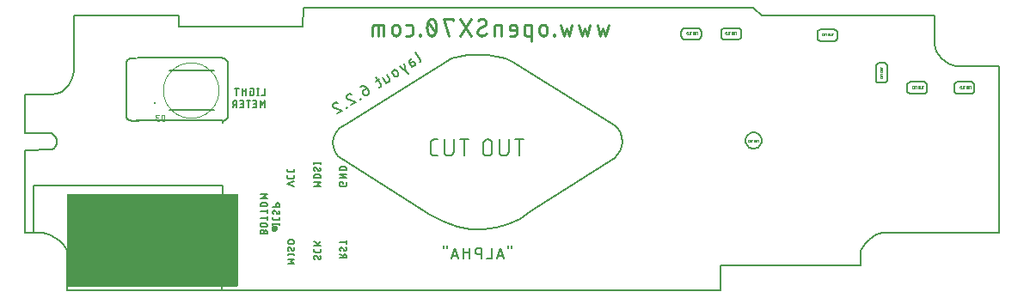
<source format=gbo>
G04 EAGLE Gerber RS-274X export*
G75*
%MOMM*%
%FSLAX34Y34*%
%LPD*%
%INSilk bottom*%
%IPPOS*%
%AMOC8*
5,1,8,0,0,1.08239X$1,22.5*%
G01*
%ADD10C,0.152400*%
%ADD11C,0.127000*%
%ADD12C,0.203200*%
%ADD13C,0.000000*%
%ADD14C,0.279400*%
%ADD15C,0.304800*%
%ADD16C,0.101600*%
%ADD17C,0.200000*%
%ADD18C,0.300000*%
%ADD19C,0.050800*%

G36*
X228626Y11180D02*
X228626Y11180D01*
X228652Y11178D01*
X228799Y11200D01*
X228946Y11217D01*
X228971Y11225D01*
X228997Y11229D01*
X229135Y11284D01*
X229274Y11334D01*
X229296Y11348D01*
X229321Y11358D01*
X229442Y11443D01*
X229567Y11523D01*
X229585Y11542D01*
X229607Y11557D01*
X229706Y11667D01*
X229809Y11774D01*
X229823Y11796D01*
X229840Y11816D01*
X229912Y11946D01*
X229988Y12073D01*
X229996Y12098D01*
X230009Y12121D01*
X230049Y12264D01*
X230094Y12405D01*
X230096Y12431D01*
X230104Y12456D01*
X230123Y12700D01*
X230123Y101600D01*
X230120Y101626D01*
X230122Y101652D01*
X230100Y101799D01*
X230083Y101946D01*
X230075Y101971D01*
X230071Y101997D01*
X230016Y102135D01*
X229966Y102274D01*
X229952Y102296D01*
X229942Y102321D01*
X229857Y102442D01*
X229777Y102567D01*
X229758Y102585D01*
X229743Y102607D01*
X229633Y102706D01*
X229526Y102809D01*
X229504Y102823D01*
X229484Y102840D01*
X229354Y102912D01*
X229227Y102988D01*
X229202Y102996D01*
X229179Y103009D01*
X229036Y103049D01*
X228895Y103094D01*
X228869Y103096D01*
X228844Y103104D01*
X228600Y103123D01*
X63500Y103123D01*
X63474Y103120D01*
X63448Y103122D01*
X63301Y103100D01*
X63154Y103083D01*
X63129Y103075D01*
X63103Y103071D01*
X62965Y103016D01*
X62826Y102966D01*
X62804Y102952D01*
X62779Y102942D01*
X62658Y102857D01*
X62533Y102777D01*
X62515Y102758D01*
X62493Y102743D01*
X62394Y102633D01*
X62291Y102526D01*
X62277Y102504D01*
X62260Y102484D01*
X62188Y102354D01*
X62112Y102227D01*
X62104Y102202D01*
X62091Y102179D01*
X62051Y102036D01*
X62006Y101895D01*
X62004Y101869D01*
X61996Y101844D01*
X61977Y101600D01*
X61977Y12700D01*
X61980Y12674D01*
X61978Y12648D01*
X62000Y12501D01*
X62017Y12354D01*
X62025Y12329D01*
X62029Y12303D01*
X62084Y12165D01*
X62134Y12026D01*
X62148Y12004D01*
X62158Y11979D01*
X62243Y11858D01*
X62323Y11733D01*
X62342Y11715D01*
X62357Y11693D01*
X62467Y11594D01*
X62574Y11491D01*
X62596Y11477D01*
X62616Y11460D01*
X62746Y11388D01*
X62873Y11312D01*
X62898Y11304D01*
X62921Y11291D01*
X63064Y11251D01*
X63205Y11206D01*
X63231Y11204D01*
X63256Y11196D01*
X63500Y11177D01*
X228600Y11177D01*
X228626Y11180D01*
G37*
D10*
X937546Y229161D02*
X938245Y229175D01*
X979417Y229147D01*
X979417Y64431D01*
X864625Y64431D01*
X862110Y64004D01*
X858911Y62769D01*
X855342Y60789D01*
X851718Y58131D01*
X848352Y54860D01*
X845559Y51042D01*
X843653Y46742D01*
X842947Y42026D01*
X842947Y32137D01*
X705259Y32137D01*
X705259Y8048D01*
X62246Y8048D01*
X62246Y44093D01*
X61661Y47028D01*
X60017Y50299D01*
X57479Y53683D01*
X54211Y56954D01*
X50380Y59889D01*
X46151Y62263D01*
X41688Y63852D01*
X37157Y64431D01*
X20582Y64431D01*
X20582Y146244D01*
X46461Y146444D01*
X48726Y147667D01*
X50340Y149584D01*
X51304Y151962D01*
X51620Y154567D01*
X51292Y157166D01*
X50321Y159525D01*
X48710Y161410D01*
X46461Y162589D01*
X20582Y162627D01*
D11*
X20582Y200900D01*
D10*
X46461Y200900D01*
X51954Y201629D01*
X56614Y203653D01*
X60472Y206724D01*
X63559Y210596D01*
X65906Y215020D01*
X67544Y219752D01*
X68505Y224543D01*
X68818Y229147D01*
X68818Y278772D01*
D12*
X171616Y278772D01*
D10*
X171616Y267473D01*
X294142Y267557D01*
X294805Y286363D01*
X737652Y286663D01*
X745760Y278772D01*
X916056Y278772D01*
X916116Y250125D01*
X916704Y247043D01*
X918137Y243643D01*
X920291Y240151D01*
X923042Y236790D01*
X926267Y233785D01*
X929842Y231363D01*
X933643Y229746D01*
X937546Y229161D01*
X739426Y163325D02*
X737814Y163488D01*
X739426Y163325D02*
X740928Y162859D01*
X742287Y162122D01*
X743471Y161145D01*
X744448Y159961D01*
X745185Y158602D01*
X745651Y157100D01*
X745814Y155488D01*
X745651Y153876D01*
X745185Y152374D01*
X744448Y151015D01*
X743471Y149831D01*
X742287Y148854D01*
X740928Y148117D01*
X739426Y147651D01*
X737814Y147488D01*
X736202Y147651D01*
X734700Y148117D01*
X733341Y148854D01*
X732157Y149831D01*
X731180Y151015D01*
X730443Y152374D01*
X729977Y153876D01*
X729814Y155488D01*
X729977Y157100D01*
X730443Y158602D01*
X731180Y159961D01*
X732157Y161145D01*
X733341Y162122D01*
X734700Y162859D01*
X736202Y163325D01*
X737814Y163488D01*
X858183Y215721D02*
X858183Y228616D01*
X858251Y229284D01*
X858445Y229906D01*
X858752Y230471D01*
X859159Y230963D01*
X859651Y231370D01*
X860216Y231677D01*
X860838Y231871D01*
X861506Y231939D01*
X866291Y231939D01*
X866959Y231871D01*
X867582Y231677D01*
X868146Y231370D01*
X868639Y230963D01*
X869046Y230471D01*
X869353Y229906D01*
X869547Y229284D01*
X869615Y228616D01*
X869615Y215721D01*
X869547Y215054D01*
X869353Y214431D01*
X869046Y213867D01*
X868639Y213375D01*
X868146Y212968D01*
X867582Y212661D01*
X866959Y212467D01*
X866291Y212399D01*
X861506Y212399D01*
X860838Y212467D01*
X860216Y212661D01*
X859651Y212968D01*
X859159Y213375D01*
X858752Y213867D01*
X858445Y214431D01*
X858251Y215054D01*
X858183Y215721D01*
X892465Y213299D02*
X905359Y213299D01*
X906027Y213231D01*
X906649Y213037D01*
X907214Y212729D01*
X907706Y212323D01*
X908113Y211830D01*
X908420Y211266D01*
X908614Y210643D01*
X908682Y209976D01*
X908682Y205190D01*
X908614Y204522D01*
X908420Y203899D01*
X908113Y203335D01*
X907706Y202842D01*
X907214Y202435D01*
X906649Y202128D01*
X906027Y201934D01*
X905359Y201866D01*
X892465Y201866D01*
X891797Y201934D01*
X891175Y202128D01*
X890610Y202435D01*
X890118Y202842D01*
X889711Y203335D01*
X889404Y203899D01*
X889210Y204522D01*
X889142Y205190D01*
X889142Y209976D01*
X889210Y210643D01*
X889404Y211266D01*
X889711Y211830D01*
X890118Y212323D01*
X890610Y212729D01*
X891175Y213037D01*
X891797Y213231D01*
X892465Y213299D01*
X939007Y213299D02*
X951902Y213299D01*
X952569Y213231D01*
X953192Y213037D01*
X953756Y212729D01*
X954248Y212323D01*
X954655Y211830D01*
X954962Y211266D01*
X955156Y210643D01*
X955224Y209976D01*
X955224Y205190D01*
X955156Y204522D01*
X954962Y203899D01*
X954655Y203335D01*
X954248Y202842D01*
X953756Y202435D01*
X953192Y202128D01*
X952569Y201934D01*
X951902Y201866D01*
X939007Y201866D01*
X938339Y201934D01*
X937717Y202128D01*
X937152Y202435D01*
X936660Y202842D01*
X936253Y203335D01*
X935946Y203899D01*
X935752Y204522D01*
X935684Y205190D01*
X935684Y209976D01*
X935752Y210643D01*
X935946Y211266D01*
X936253Y211830D01*
X936660Y212323D01*
X937152Y212729D01*
X937717Y213037D01*
X938339Y213231D01*
X939007Y213299D01*
X817045Y265110D02*
X804150Y265110D01*
X817045Y265110D02*
X817713Y265042D01*
X818335Y264848D01*
X818900Y264541D01*
X819392Y264134D01*
X819799Y263642D01*
X820106Y263077D01*
X820300Y262455D01*
X820368Y261787D01*
X820368Y257001D01*
X820300Y256333D01*
X820106Y255711D01*
X819799Y255146D01*
X819392Y254654D01*
X818900Y254247D01*
X818335Y253940D01*
X817713Y253746D01*
X817045Y253678D01*
X804150Y253678D01*
X803483Y253746D01*
X802860Y253940D01*
X802296Y254247D01*
X801804Y254654D01*
X801397Y255146D01*
X801090Y255711D01*
X800896Y256333D01*
X800828Y257001D01*
X800828Y261787D01*
X800896Y262455D01*
X801090Y263077D01*
X801397Y263642D01*
X801804Y264134D01*
X802296Y264541D01*
X802860Y264848D01*
X803483Y265042D01*
X804150Y265110D01*
X722181Y266419D02*
X709286Y266419D01*
X722181Y266419D02*
X722849Y266351D01*
X723471Y266157D01*
X724036Y265850D01*
X724528Y265443D01*
X724935Y264951D01*
X725242Y264386D01*
X725436Y263764D01*
X725504Y263096D01*
X725504Y258310D01*
X725436Y257642D01*
X725242Y257019D01*
X724935Y256455D01*
X724528Y255962D01*
X724036Y255555D01*
X723471Y255248D01*
X722849Y255054D01*
X722181Y254986D01*
X709286Y254986D01*
X708619Y255054D01*
X707996Y255248D01*
X707432Y255555D01*
X706940Y255962D01*
X706533Y256455D01*
X706226Y257019D01*
X706032Y257642D01*
X705964Y258310D01*
X705964Y263096D01*
X706032Y263764D01*
X706226Y264386D01*
X706533Y264951D01*
X706940Y265443D01*
X707432Y265850D01*
X707996Y266157D01*
X708619Y266351D01*
X709286Y266419D01*
X682994Y266419D02*
X670100Y266419D01*
X682994Y266419D02*
X683662Y266351D01*
X684284Y266157D01*
X684849Y265850D01*
X685341Y265443D01*
X685748Y264951D01*
X686055Y264386D01*
X686249Y263764D01*
X686317Y263096D01*
X686317Y258310D01*
X686249Y257642D01*
X686055Y257019D01*
X685748Y256455D01*
X685341Y255962D01*
X684849Y255555D01*
X684284Y255248D01*
X683662Y255054D01*
X682994Y254986D01*
X670100Y254986D01*
X669432Y255054D01*
X668810Y255248D01*
X668245Y255555D01*
X667753Y255962D01*
X667346Y256455D01*
X667039Y257019D01*
X666845Y257642D01*
X666777Y258310D01*
X666777Y263096D01*
X666845Y263764D01*
X667039Y264386D01*
X667346Y264951D01*
X667753Y265443D01*
X668245Y265850D01*
X668810Y266157D01*
X669432Y266351D01*
X670100Y266419D01*
X435544Y233391D02*
X335808Y171521D01*
X435544Y233391D02*
X440692Y236252D01*
X447999Y238356D01*
X456803Y239672D01*
X466443Y240170D01*
X476258Y239821D01*
X485585Y238595D01*
X493764Y236462D01*
X500134Y233391D01*
X601057Y170338D01*
X604673Y167047D01*
X607025Y163106D01*
X608233Y158739D01*
X608412Y154167D01*
X607682Y149615D01*
X606161Y145305D01*
X603965Y141461D01*
X601213Y138305D01*
X518393Y85697D01*
X507700Y78565D01*
X496313Y73177D01*
X484336Y69624D01*
X471875Y67994D01*
X459033Y68377D01*
X445916Y70863D01*
X432628Y75541D01*
X419273Y82501D01*
X332812Y137350D01*
X328912Y140354D01*
X326047Y144216D01*
X324309Y148687D01*
X323793Y153521D01*
X324592Y158468D01*
X326798Y163283D01*
X330506Y167716D01*
X335808Y171521D01*
X736253Y163334D02*
X737814Y163488D01*
X736253Y163334D02*
X734753Y162879D01*
X733369Y162140D01*
X732157Y161145D01*
X731162Y159933D01*
X730423Y158550D01*
X729968Y157049D01*
X729814Y155488D01*
X729968Y153927D01*
X730423Y152427D01*
X731162Y151043D01*
X732157Y149831D01*
X733369Y148836D01*
X734753Y148097D01*
X736253Y147642D01*
X737814Y147488D01*
X739375Y147642D01*
X740876Y148097D01*
X742259Y148836D01*
X743471Y149831D01*
X744466Y151043D01*
X745205Y152427D01*
X745660Y153927D01*
X745814Y155488D01*
X745660Y157049D01*
X745205Y158550D01*
X744466Y159933D01*
X743471Y161145D01*
X742259Y162140D01*
X740876Y162879D01*
X739375Y163334D01*
X737814Y163488D01*
X427087Y140462D02*
X423474Y140462D01*
X423356Y140464D01*
X423238Y140470D01*
X423120Y140479D01*
X423003Y140493D01*
X422886Y140510D01*
X422769Y140531D01*
X422654Y140556D01*
X422539Y140585D01*
X422425Y140618D01*
X422313Y140654D01*
X422202Y140694D01*
X422092Y140737D01*
X421983Y140784D01*
X421876Y140834D01*
X421771Y140889D01*
X421668Y140946D01*
X421567Y141007D01*
X421467Y141071D01*
X421370Y141138D01*
X421275Y141208D01*
X421183Y141282D01*
X421092Y141358D01*
X421005Y141438D01*
X420920Y141520D01*
X420838Y141605D01*
X420758Y141692D01*
X420682Y141783D01*
X420608Y141875D01*
X420538Y141970D01*
X420471Y142067D01*
X420407Y142167D01*
X420346Y142268D01*
X420289Y142371D01*
X420234Y142476D01*
X420184Y142583D01*
X420137Y142692D01*
X420094Y142802D01*
X420054Y142913D01*
X420018Y143025D01*
X419985Y143139D01*
X419956Y143254D01*
X419931Y143369D01*
X419910Y143486D01*
X419893Y143603D01*
X419879Y143720D01*
X419870Y143838D01*
X419864Y143956D01*
X419862Y144074D01*
X419862Y153106D01*
X419864Y153224D01*
X419870Y153342D01*
X419879Y153460D01*
X419893Y153577D01*
X419910Y153694D01*
X419931Y153811D01*
X419956Y153926D01*
X419985Y154041D01*
X420018Y154155D01*
X420054Y154267D01*
X420094Y154378D01*
X420137Y154488D01*
X420184Y154597D01*
X420234Y154704D01*
X420288Y154809D01*
X420346Y154912D01*
X420407Y155013D01*
X420471Y155113D01*
X420538Y155210D01*
X420608Y155305D01*
X420682Y155397D01*
X420758Y155488D01*
X420838Y155575D01*
X420920Y155660D01*
X421005Y155742D01*
X421092Y155822D01*
X421183Y155898D01*
X421275Y155972D01*
X421370Y156042D01*
X421467Y156109D01*
X421567Y156173D01*
X421668Y156234D01*
X421771Y156291D01*
X421876Y156345D01*
X421983Y156396D01*
X422092Y156443D01*
X422202Y156486D01*
X422313Y156526D01*
X422425Y156562D01*
X422539Y156595D01*
X422654Y156624D01*
X422769Y156649D01*
X422886Y156670D01*
X423003Y156687D01*
X423120Y156701D01*
X423238Y156710D01*
X423356Y156716D01*
X423474Y156718D01*
X427087Y156718D01*
X433449Y156718D02*
X433449Y144978D01*
X433448Y144978D02*
X433450Y144845D01*
X433456Y144713D01*
X433466Y144581D01*
X433479Y144449D01*
X433497Y144317D01*
X433518Y144187D01*
X433543Y144056D01*
X433572Y143927D01*
X433605Y143799D01*
X433641Y143671D01*
X433681Y143545D01*
X433725Y143420D01*
X433773Y143296D01*
X433824Y143174D01*
X433879Y143053D01*
X433937Y142934D01*
X433999Y142816D01*
X434064Y142701D01*
X434133Y142587D01*
X434204Y142476D01*
X434280Y142367D01*
X434358Y142260D01*
X434439Y142155D01*
X434524Y142053D01*
X434611Y141953D01*
X434701Y141856D01*
X434794Y141761D01*
X434890Y141670D01*
X434988Y141581D01*
X435089Y141495D01*
X435193Y141412D01*
X435299Y141332D01*
X435407Y141256D01*
X435517Y141182D01*
X435630Y141112D01*
X435744Y141045D01*
X435861Y140982D01*
X435979Y140922D01*
X436099Y140865D01*
X436221Y140812D01*
X436344Y140763D01*
X436468Y140717D01*
X436594Y140675D01*
X436721Y140637D01*
X436849Y140602D01*
X436978Y140571D01*
X437107Y140544D01*
X437238Y140521D01*
X437369Y140501D01*
X437501Y140486D01*
X437633Y140474D01*
X437765Y140466D01*
X437898Y140462D01*
X438030Y140462D01*
X438163Y140466D01*
X438295Y140474D01*
X438427Y140486D01*
X438559Y140501D01*
X438690Y140521D01*
X438821Y140544D01*
X438950Y140571D01*
X439079Y140602D01*
X439207Y140637D01*
X439334Y140675D01*
X439460Y140717D01*
X439584Y140763D01*
X439707Y140812D01*
X439829Y140865D01*
X439949Y140922D01*
X440067Y140982D01*
X440184Y141045D01*
X440298Y141112D01*
X440411Y141182D01*
X440521Y141256D01*
X440629Y141332D01*
X440735Y141412D01*
X440839Y141495D01*
X440940Y141581D01*
X441038Y141670D01*
X441134Y141761D01*
X441227Y141856D01*
X441317Y141953D01*
X441404Y142053D01*
X441489Y142155D01*
X441570Y142260D01*
X441648Y142367D01*
X441724Y142476D01*
X441795Y142587D01*
X441864Y142701D01*
X441929Y142816D01*
X441991Y142934D01*
X442049Y143053D01*
X442104Y143174D01*
X442155Y143296D01*
X442203Y143420D01*
X442247Y143545D01*
X442287Y143671D01*
X442323Y143799D01*
X442356Y143927D01*
X442385Y144056D01*
X442410Y144187D01*
X442431Y144317D01*
X442449Y144449D01*
X442462Y144581D01*
X442472Y144713D01*
X442478Y144845D01*
X442480Y144978D01*
X442480Y156718D01*
X453074Y156718D02*
X453074Y140462D01*
X448559Y156718D02*
X457590Y156718D01*
X471485Y152202D02*
X471485Y144978D01*
X471484Y152202D02*
X471486Y152335D01*
X471492Y152467D01*
X471502Y152599D01*
X471515Y152731D01*
X471533Y152863D01*
X471554Y152993D01*
X471579Y153124D01*
X471608Y153253D01*
X471641Y153381D01*
X471677Y153509D01*
X471717Y153635D01*
X471761Y153760D01*
X471809Y153884D01*
X471860Y154006D01*
X471915Y154127D01*
X471973Y154246D01*
X472035Y154364D01*
X472100Y154479D01*
X472169Y154593D01*
X472240Y154704D01*
X472316Y154813D01*
X472394Y154920D01*
X472475Y155025D01*
X472560Y155127D01*
X472647Y155227D01*
X472737Y155324D01*
X472830Y155419D01*
X472926Y155510D01*
X473024Y155599D01*
X473125Y155685D01*
X473229Y155768D01*
X473335Y155848D01*
X473443Y155924D01*
X473553Y155998D01*
X473666Y156068D01*
X473780Y156135D01*
X473897Y156198D01*
X474015Y156258D01*
X474135Y156315D01*
X474257Y156368D01*
X474380Y156417D01*
X474504Y156463D01*
X474630Y156505D01*
X474757Y156543D01*
X474885Y156578D01*
X475014Y156609D01*
X475143Y156636D01*
X475274Y156659D01*
X475405Y156679D01*
X475537Y156694D01*
X475669Y156706D01*
X475801Y156714D01*
X475934Y156718D01*
X476066Y156718D01*
X476199Y156714D01*
X476331Y156706D01*
X476463Y156694D01*
X476595Y156679D01*
X476726Y156659D01*
X476857Y156636D01*
X476986Y156609D01*
X477115Y156578D01*
X477243Y156543D01*
X477370Y156505D01*
X477496Y156463D01*
X477620Y156417D01*
X477743Y156368D01*
X477865Y156315D01*
X477985Y156258D01*
X478103Y156198D01*
X478220Y156135D01*
X478334Y156068D01*
X478447Y155998D01*
X478557Y155924D01*
X478665Y155848D01*
X478771Y155768D01*
X478875Y155685D01*
X478976Y155599D01*
X479074Y155510D01*
X479170Y155419D01*
X479263Y155324D01*
X479353Y155227D01*
X479440Y155127D01*
X479525Y155025D01*
X479606Y154920D01*
X479684Y154813D01*
X479760Y154704D01*
X479831Y154593D01*
X479900Y154479D01*
X479965Y154364D01*
X480027Y154246D01*
X480085Y154127D01*
X480140Y154006D01*
X480191Y153884D01*
X480239Y153760D01*
X480283Y153635D01*
X480323Y153509D01*
X480359Y153381D01*
X480392Y153253D01*
X480421Y153124D01*
X480446Y152993D01*
X480467Y152863D01*
X480485Y152731D01*
X480498Y152599D01*
X480508Y152467D01*
X480514Y152335D01*
X480516Y152202D01*
X480516Y144978D01*
X480514Y144845D01*
X480508Y144713D01*
X480498Y144581D01*
X480485Y144449D01*
X480467Y144317D01*
X480446Y144187D01*
X480421Y144056D01*
X480392Y143927D01*
X480359Y143799D01*
X480323Y143671D01*
X480283Y143545D01*
X480239Y143420D01*
X480191Y143296D01*
X480140Y143174D01*
X480085Y143053D01*
X480027Y142934D01*
X479965Y142816D01*
X479900Y142701D01*
X479831Y142587D01*
X479760Y142476D01*
X479684Y142367D01*
X479606Y142260D01*
X479525Y142155D01*
X479440Y142053D01*
X479353Y141953D01*
X479263Y141856D01*
X479170Y141761D01*
X479074Y141670D01*
X478976Y141581D01*
X478875Y141495D01*
X478771Y141412D01*
X478665Y141332D01*
X478557Y141256D01*
X478447Y141182D01*
X478334Y141112D01*
X478220Y141045D01*
X478103Y140982D01*
X477985Y140922D01*
X477865Y140865D01*
X477743Y140812D01*
X477620Y140763D01*
X477496Y140717D01*
X477370Y140675D01*
X477243Y140637D01*
X477115Y140602D01*
X476986Y140571D01*
X476857Y140544D01*
X476726Y140521D01*
X476595Y140501D01*
X476463Y140486D01*
X476331Y140474D01*
X476199Y140466D01*
X476066Y140462D01*
X475934Y140462D01*
X475801Y140466D01*
X475669Y140474D01*
X475537Y140486D01*
X475405Y140501D01*
X475274Y140521D01*
X475143Y140544D01*
X475014Y140571D01*
X474885Y140602D01*
X474757Y140637D01*
X474630Y140675D01*
X474504Y140717D01*
X474380Y140763D01*
X474257Y140812D01*
X474135Y140865D01*
X474015Y140922D01*
X473897Y140982D01*
X473780Y141045D01*
X473666Y141112D01*
X473553Y141182D01*
X473443Y141256D01*
X473335Y141332D01*
X473229Y141412D01*
X473125Y141495D01*
X473024Y141581D01*
X472926Y141670D01*
X472830Y141761D01*
X472737Y141856D01*
X472647Y141953D01*
X472560Y142053D01*
X472475Y142155D01*
X472394Y142260D01*
X472316Y142367D01*
X472240Y142476D01*
X472169Y142587D01*
X472100Y142701D01*
X472035Y142816D01*
X471973Y142934D01*
X471915Y143053D01*
X471860Y143174D01*
X471809Y143296D01*
X471761Y143420D01*
X471717Y143545D01*
X471677Y143671D01*
X471641Y143799D01*
X471608Y143927D01*
X471579Y144056D01*
X471554Y144187D01*
X471533Y144317D01*
X471515Y144449D01*
X471502Y144581D01*
X471492Y144713D01*
X471486Y144845D01*
X471484Y144978D01*
X487637Y144978D02*
X487637Y156718D01*
X487636Y144978D02*
X487638Y144845D01*
X487644Y144713D01*
X487654Y144581D01*
X487667Y144449D01*
X487685Y144317D01*
X487706Y144187D01*
X487731Y144056D01*
X487760Y143927D01*
X487793Y143799D01*
X487829Y143671D01*
X487869Y143545D01*
X487913Y143420D01*
X487961Y143296D01*
X488012Y143174D01*
X488067Y143053D01*
X488125Y142934D01*
X488187Y142816D01*
X488252Y142701D01*
X488321Y142587D01*
X488392Y142476D01*
X488468Y142367D01*
X488546Y142260D01*
X488627Y142155D01*
X488712Y142053D01*
X488799Y141953D01*
X488889Y141856D01*
X488982Y141761D01*
X489078Y141670D01*
X489176Y141581D01*
X489277Y141495D01*
X489381Y141412D01*
X489487Y141332D01*
X489595Y141256D01*
X489705Y141182D01*
X489818Y141112D01*
X489932Y141045D01*
X490049Y140982D01*
X490167Y140922D01*
X490287Y140865D01*
X490409Y140812D01*
X490532Y140763D01*
X490656Y140717D01*
X490782Y140675D01*
X490909Y140637D01*
X491037Y140602D01*
X491166Y140571D01*
X491295Y140544D01*
X491426Y140521D01*
X491557Y140501D01*
X491689Y140486D01*
X491821Y140474D01*
X491953Y140466D01*
X492086Y140462D01*
X492218Y140462D01*
X492351Y140466D01*
X492483Y140474D01*
X492615Y140486D01*
X492747Y140501D01*
X492878Y140521D01*
X493009Y140544D01*
X493138Y140571D01*
X493267Y140602D01*
X493395Y140637D01*
X493522Y140675D01*
X493648Y140717D01*
X493772Y140763D01*
X493895Y140812D01*
X494017Y140865D01*
X494137Y140922D01*
X494255Y140982D01*
X494372Y141045D01*
X494486Y141112D01*
X494599Y141182D01*
X494709Y141256D01*
X494817Y141332D01*
X494923Y141412D01*
X495027Y141495D01*
X495128Y141581D01*
X495226Y141670D01*
X495322Y141761D01*
X495415Y141856D01*
X495505Y141953D01*
X495592Y142053D01*
X495677Y142155D01*
X495758Y142260D01*
X495836Y142367D01*
X495912Y142476D01*
X495983Y142587D01*
X496052Y142701D01*
X496117Y142816D01*
X496179Y142934D01*
X496237Y143053D01*
X496292Y143174D01*
X496343Y143296D01*
X496391Y143420D01*
X496435Y143545D01*
X496475Y143671D01*
X496511Y143799D01*
X496544Y143927D01*
X496573Y144056D01*
X496598Y144187D01*
X496619Y144317D01*
X496637Y144449D01*
X496650Y144581D01*
X496660Y144713D01*
X496666Y144845D01*
X496668Y144978D01*
X496668Y156718D01*
X507263Y156718D02*
X507263Y140462D01*
X502747Y156718D02*
X511778Y156718D01*
D13*
X894532Y207010D02*
X894983Y207010D01*
X894532Y207010D02*
X894490Y207012D01*
X894449Y207018D01*
X894408Y207027D01*
X894369Y207041D01*
X894331Y207057D01*
X894294Y207078D01*
X894260Y207101D01*
X894227Y207128D01*
X894198Y207157D01*
X894171Y207190D01*
X894148Y207224D01*
X894127Y207261D01*
X894111Y207299D01*
X894097Y207338D01*
X894088Y207379D01*
X894082Y207420D01*
X894080Y207462D01*
X894080Y208590D01*
X894082Y208632D01*
X894088Y208673D01*
X894097Y208714D01*
X894111Y208753D01*
X894127Y208791D01*
X894148Y208828D01*
X894171Y208862D01*
X894198Y208894D01*
X894227Y208924D01*
X894260Y208951D01*
X894294Y208974D01*
X894331Y208995D01*
X894369Y209011D01*
X894408Y209025D01*
X894449Y209034D01*
X894490Y209040D01*
X894532Y209042D01*
X894983Y209042D01*
X895668Y209042D02*
X895668Y207574D01*
X895670Y207527D01*
X895676Y207481D01*
X895685Y207436D01*
X895699Y207391D01*
X895716Y207347D01*
X895736Y207306D01*
X895760Y207266D01*
X895787Y207228D01*
X895817Y207192D01*
X895850Y207159D01*
X895886Y207129D01*
X895924Y207102D01*
X895964Y207078D01*
X896005Y207058D01*
X896049Y207041D01*
X896094Y207027D01*
X896139Y207018D01*
X896185Y207012D01*
X896232Y207010D01*
X896279Y207012D01*
X896325Y207018D01*
X896370Y207027D01*
X896415Y207041D01*
X896459Y207058D01*
X896500Y207078D01*
X896540Y207102D01*
X896578Y207129D01*
X896614Y207159D01*
X896647Y207192D01*
X896677Y207228D01*
X896704Y207266D01*
X896728Y207306D01*
X896748Y207347D01*
X896765Y207391D01*
X896779Y207436D01*
X896788Y207481D01*
X896794Y207527D01*
X896796Y207574D01*
X896796Y209042D01*
X898000Y209042D02*
X898000Y207010D01*
X898564Y209042D02*
X897435Y209042D01*
X900118Y208478D02*
X900118Y207574D01*
X900118Y208478D02*
X900120Y208525D01*
X900126Y208571D01*
X900135Y208616D01*
X900149Y208661D01*
X900166Y208705D01*
X900186Y208746D01*
X900210Y208786D01*
X900237Y208824D01*
X900267Y208860D01*
X900300Y208893D01*
X900336Y208923D01*
X900374Y208950D01*
X900414Y208974D01*
X900455Y208994D01*
X900499Y209011D01*
X900544Y209025D01*
X900589Y209034D01*
X900635Y209040D01*
X900682Y209042D01*
X900729Y209040D01*
X900775Y209034D01*
X900820Y209025D01*
X900865Y209011D01*
X900909Y208994D01*
X900950Y208974D01*
X900990Y208950D01*
X901028Y208923D01*
X901064Y208893D01*
X901097Y208860D01*
X901127Y208824D01*
X901154Y208786D01*
X901178Y208746D01*
X901198Y208705D01*
X901215Y208661D01*
X901229Y208616D01*
X901238Y208571D01*
X901244Y208525D01*
X901246Y208478D01*
X901246Y207574D01*
X901244Y207527D01*
X901238Y207481D01*
X901229Y207436D01*
X901215Y207391D01*
X901198Y207347D01*
X901178Y207306D01*
X901154Y207266D01*
X901127Y207228D01*
X901097Y207192D01*
X901064Y207159D01*
X901028Y207129D01*
X900990Y207102D01*
X900950Y207078D01*
X900909Y207058D01*
X900865Y207041D01*
X900820Y207027D01*
X900775Y207018D01*
X900729Y207012D01*
X900682Y207010D01*
X900635Y207012D01*
X900589Y207018D01*
X900544Y207027D01*
X900499Y207041D01*
X900455Y207058D01*
X900414Y207078D01*
X900374Y207102D01*
X900336Y207129D01*
X900300Y207159D01*
X900267Y207192D01*
X900237Y207228D01*
X900210Y207266D01*
X900186Y207306D01*
X900166Y207347D01*
X900149Y207391D01*
X900135Y207436D01*
X900126Y207481D01*
X900120Y207527D01*
X900118Y207574D01*
X902007Y207574D02*
X902007Y209042D01*
X902008Y207574D02*
X902010Y207527D01*
X902016Y207481D01*
X902025Y207436D01*
X902039Y207391D01*
X902056Y207347D01*
X902076Y207306D01*
X902100Y207266D01*
X902127Y207228D01*
X902157Y207192D01*
X902190Y207159D01*
X902226Y207129D01*
X902264Y207102D01*
X902304Y207078D01*
X902345Y207058D01*
X902389Y207041D01*
X902434Y207027D01*
X902479Y207018D01*
X902525Y207012D01*
X902572Y207010D01*
X902619Y207012D01*
X902665Y207018D01*
X902710Y207027D01*
X902755Y207041D01*
X902799Y207058D01*
X902840Y207078D01*
X902880Y207102D01*
X902918Y207129D01*
X902954Y207159D01*
X902987Y207192D01*
X903017Y207228D01*
X903044Y207266D01*
X903068Y207306D01*
X903088Y207347D01*
X903105Y207391D01*
X903119Y207436D01*
X903128Y207481D01*
X903134Y207527D01*
X903136Y207574D01*
X903136Y209042D01*
X904340Y209042D02*
X904340Y207010D01*
X904904Y209042D02*
X903775Y209042D01*
X941522Y207010D02*
X941973Y207010D01*
X941522Y207010D02*
X941480Y207012D01*
X941439Y207018D01*
X941398Y207027D01*
X941359Y207041D01*
X941321Y207057D01*
X941284Y207078D01*
X941250Y207101D01*
X941217Y207128D01*
X941188Y207157D01*
X941161Y207190D01*
X941138Y207224D01*
X941117Y207261D01*
X941101Y207299D01*
X941087Y207338D01*
X941078Y207379D01*
X941072Y207420D01*
X941070Y207462D01*
X941070Y208590D01*
X941072Y208632D01*
X941078Y208673D01*
X941087Y208714D01*
X941101Y208753D01*
X941117Y208791D01*
X941138Y208828D01*
X941161Y208862D01*
X941188Y208894D01*
X941217Y208924D01*
X941250Y208951D01*
X941284Y208974D01*
X941321Y208995D01*
X941359Y209011D01*
X941398Y209025D01*
X941439Y209034D01*
X941480Y209040D01*
X941522Y209042D01*
X941973Y209042D01*
X942658Y209042D02*
X942658Y207574D01*
X942660Y207527D01*
X942666Y207481D01*
X942675Y207436D01*
X942689Y207391D01*
X942706Y207347D01*
X942726Y207306D01*
X942750Y207266D01*
X942777Y207228D01*
X942807Y207192D01*
X942840Y207159D01*
X942876Y207129D01*
X942914Y207102D01*
X942954Y207078D01*
X942995Y207058D01*
X943039Y207041D01*
X943084Y207027D01*
X943129Y207018D01*
X943175Y207012D01*
X943222Y207010D01*
X943269Y207012D01*
X943315Y207018D01*
X943360Y207027D01*
X943405Y207041D01*
X943449Y207058D01*
X943490Y207078D01*
X943530Y207102D01*
X943568Y207129D01*
X943604Y207159D01*
X943637Y207192D01*
X943667Y207228D01*
X943694Y207266D01*
X943718Y207306D01*
X943738Y207347D01*
X943755Y207391D01*
X943769Y207436D01*
X943778Y207481D01*
X943784Y207527D01*
X943786Y207574D01*
X943786Y209042D01*
X944990Y209042D02*
X944990Y207010D01*
X945554Y209042D02*
X944425Y209042D01*
X947108Y208478D02*
X947108Y207574D01*
X947108Y208478D02*
X947110Y208525D01*
X947116Y208571D01*
X947125Y208616D01*
X947139Y208661D01*
X947156Y208705D01*
X947176Y208746D01*
X947200Y208786D01*
X947227Y208824D01*
X947257Y208860D01*
X947290Y208893D01*
X947326Y208923D01*
X947364Y208950D01*
X947404Y208974D01*
X947445Y208994D01*
X947489Y209011D01*
X947534Y209025D01*
X947579Y209034D01*
X947625Y209040D01*
X947672Y209042D01*
X947719Y209040D01*
X947765Y209034D01*
X947810Y209025D01*
X947855Y209011D01*
X947899Y208994D01*
X947940Y208974D01*
X947980Y208950D01*
X948018Y208923D01*
X948054Y208893D01*
X948087Y208860D01*
X948117Y208824D01*
X948144Y208786D01*
X948168Y208746D01*
X948188Y208705D01*
X948205Y208661D01*
X948219Y208616D01*
X948228Y208571D01*
X948234Y208525D01*
X948236Y208478D01*
X948236Y207574D01*
X948234Y207527D01*
X948228Y207481D01*
X948219Y207436D01*
X948205Y207391D01*
X948188Y207347D01*
X948168Y207306D01*
X948144Y207266D01*
X948117Y207228D01*
X948087Y207192D01*
X948054Y207159D01*
X948018Y207129D01*
X947980Y207102D01*
X947940Y207078D01*
X947899Y207058D01*
X947855Y207041D01*
X947810Y207027D01*
X947765Y207018D01*
X947719Y207012D01*
X947672Y207010D01*
X947625Y207012D01*
X947579Y207018D01*
X947534Y207027D01*
X947489Y207041D01*
X947445Y207058D01*
X947404Y207078D01*
X947364Y207102D01*
X947326Y207129D01*
X947290Y207159D01*
X947257Y207192D01*
X947227Y207228D01*
X947200Y207266D01*
X947176Y207306D01*
X947156Y207347D01*
X947139Y207391D01*
X947125Y207436D01*
X947116Y207481D01*
X947110Y207527D01*
X947108Y207574D01*
X948997Y207574D02*
X948997Y209042D01*
X948998Y207574D02*
X949000Y207527D01*
X949006Y207481D01*
X949015Y207436D01*
X949029Y207391D01*
X949046Y207347D01*
X949066Y207306D01*
X949090Y207266D01*
X949117Y207228D01*
X949147Y207192D01*
X949180Y207159D01*
X949216Y207129D01*
X949254Y207102D01*
X949294Y207078D01*
X949335Y207058D01*
X949379Y207041D01*
X949424Y207027D01*
X949469Y207018D01*
X949515Y207012D01*
X949562Y207010D01*
X949609Y207012D01*
X949655Y207018D01*
X949700Y207027D01*
X949745Y207041D01*
X949789Y207058D01*
X949830Y207078D01*
X949870Y207102D01*
X949908Y207129D01*
X949944Y207159D01*
X949977Y207192D01*
X950007Y207228D01*
X950034Y207266D01*
X950058Y207306D01*
X950078Y207347D01*
X950095Y207391D01*
X950109Y207436D01*
X950118Y207481D01*
X950124Y207527D01*
X950126Y207574D01*
X950126Y209042D01*
X951330Y209042D02*
X951330Y207010D01*
X951894Y209042D02*
X950765Y209042D01*
X806083Y259080D02*
X805632Y259080D01*
X805590Y259082D01*
X805549Y259088D01*
X805508Y259097D01*
X805469Y259111D01*
X805431Y259127D01*
X805394Y259148D01*
X805360Y259171D01*
X805327Y259198D01*
X805298Y259227D01*
X805271Y259260D01*
X805248Y259294D01*
X805227Y259331D01*
X805211Y259369D01*
X805197Y259408D01*
X805188Y259449D01*
X805182Y259490D01*
X805180Y259532D01*
X805180Y260660D01*
X805182Y260702D01*
X805188Y260743D01*
X805197Y260784D01*
X805211Y260823D01*
X805227Y260861D01*
X805248Y260898D01*
X805271Y260932D01*
X805298Y260964D01*
X805327Y260994D01*
X805360Y261021D01*
X805394Y261044D01*
X805431Y261065D01*
X805469Y261081D01*
X805508Y261095D01*
X805549Y261104D01*
X805590Y261110D01*
X805632Y261112D01*
X806083Y261112D01*
X806768Y261112D02*
X806768Y259644D01*
X806770Y259597D01*
X806776Y259551D01*
X806785Y259506D01*
X806799Y259461D01*
X806816Y259417D01*
X806836Y259376D01*
X806860Y259336D01*
X806887Y259298D01*
X806917Y259262D01*
X806950Y259229D01*
X806986Y259199D01*
X807024Y259172D01*
X807064Y259148D01*
X807105Y259128D01*
X807149Y259111D01*
X807194Y259097D01*
X807239Y259088D01*
X807285Y259082D01*
X807332Y259080D01*
X807379Y259082D01*
X807425Y259088D01*
X807470Y259097D01*
X807515Y259111D01*
X807559Y259128D01*
X807600Y259148D01*
X807640Y259172D01*
X807678Y259199D01*
X807714Y259229D01*
X807747Y259262D01*
X807777Y259298D01*
X807804Y259336D01*
X807828Y259376D01*
X807848Y259417D01*
X807865Y259461D01*
X807879Y259506D01*
X807888Y259551D01*
X807894Y259597D01*
X807896Y259644D01*
X807896Y261112D01*
X809100Y261112D02*
X809100Y259080D01*
X809664Y261112D02*
X808535Y261112D01*
X811218Y260548D02*
X811218Y259644D01*
X811218Y260548D02*
X811220Y260595D01*
X811226Y260641D01*
X811235Y260686D01*
X811249Y260731D01*
X811266Y260775D01*
X811286Y260816D01*
X811310Y260856D01*
X811337Y260894D01*
X811367Y260930D01*
X811400Y260963D01*
X811436Y260993D01*
X811474Y261020D01*
X811514Y261044D01*
X811555Y261064D01*
X811599Y261081D01*
X811644Y261095D01*
X811689Y261104D01*
X811735Y261110D01*
X811782Y261112D01*
X811829Y261110D01*
X811875Y261104D01*
X811920Y261095D01*
X811965Y261081D01*
X812009Y261064D01*
X812050Y261044D01*
X812090Y261020D01*
X812128Y260993D01*
X812164Y260963D01*
X812197Y260930D01*
X812227Y260894D01*
X812254Y260856D01*
X812278Y260816D01*
X812298Y260775D01*
X812315Y260731D01*
X812329Y260686D01*
X812338Y260641D01*
X812344Y260595D01*
X812346Y260548D01*
X812346Y259644D01*
X812344Y259597D01*
X812338Y259551D01*
X812329Y259506D01*
X812315Y259461D01*
X812298Y259417D01*
X812278Y259376D01*
X812254Y259336D01*
X812227Y259298D01*
X812197Y259262D01*
X812164Y259229D01*
X812128Y259199D01*
X812090Y259172D01*
X812050Y259148D01*
X812009Y259128D01*
X811965Y259111D01*
X811920Y259097D01*
X811875Y259088D01*
X811829Y259082D01*
X811782Y259080D01*
X811735Y259082D01*
X811689Y259088D01*
X811644Y259097D01*
X811599Y259111D01*
X811555Y259128D01*
X811514Y259148D01*
X811474Y259172D01*
X811436Y259199D01*
X811400Y259229D01*
X811367Y259262D01*
X811337Y259298D01*
X811310Y259336D01*
X811286Y259376D01*
X811266Y259417D01*
X811249Y259461D01*
X811235Y259506D01*
X811226Y259551D01*
X811220Y259597D01*
X811218Y259644D01*
X813107Y259644D02*
X813107Y261112D01*
X813108Y259644D02*
X813110Y259597D01*
X813116Y259551D01*
X813125Y259506D01*
X813139Y259461D01*
X813156Y259417D01*
X813176Y259376D01*
X813200Y259336D01*
X813227Y259298D01*
X813257Y259262D01*
X813290Y259229D01*
X813326Y259199D01*
X813364Y259172D01*
X813404Y259148D01*
X813445Y259128D01*
X813489Y259111D01*
X813534Y259097D01*
X813579Y259088D01*
X813625Y259082D01*
X813672Y259080D01*
X813719Y259082D01*
X813765Y259088D01*
X813810Y259097D01*
X813855Y259111D01*
X813899Y259128D01*
X813940Y259148D01*
X813980Y259172D01*
X814018Y259199D01*
X814054Y259229D01*
X814087Y259262D01*
X814117Y259298D01*
X814144Y259336D01*
X814168Y259376D01*
X814188Y259417D01*
X814205Y259461D01*
X814219Y259506D01*
X814228Y259551D01*
X814234Y259597D01*
X814236Y259644D01*
X814236Y261112D01*
X815440Y261112D02*
X815440Y259080D01*
X816004Y261112D02*
X814875Y261112D01*
X710833Y260350D02*
X710382Y260350D01*
X710340Y260352D01*
X710299Y260358D01*
X710258Y260367D01*
X710219Y260381D01*
X710181Y260397D01*
X710144Y260418D01*
X710110Y260441D01*
X710077Y260468D01*
X710048Y260497D01*
X710021Y260530D01*
X709998Y260564D01*
X709977Y260601D01*
X709961Y260639D01*
X709947Y260678D01*
X709938Y260719D01*
X709932Y260760D01*
X709930Y260802D01*
X709930Y261930D01*
X709932Y261972D01*
X709938Y262013D01*
X709947Y262054D01*
X709961Y262093D01*
X709977Y262131D01*
X709998Y262168D01*
X710021Y262202D01*
X710048Y262234D01*
X710077Y262264D01*
X710110Y262291D01*
X710144Y262314D01*
X710181Y262335D01*
X710219Y262351D01*
X710258Y262365D01*
X710299Y262374D01*
X710340Y262380D01*
X710382Y262382D01*
X710833Y262382D01*
X711518Y262382D02*
X711518Y260914D01*
X711520Y260867D01*
X711526Y260821D01*
X711535Y260776D01*
X711549Y260731D01*
X711566Y260687D01*
X711586Y260646D01*
X711610Y260606D01*
X711637Y260568D01*
X711667Y260532D01*
X711700Y260499D01*
X711736Y260469D01*
X711774Y260442D01*
X711814Y260418D01*
X711855Y260398D01*
X711899Y260381D01*
X711944Y260367D01*
X711989Y260358D01*
X712035Y260352D01*
X712082Y260350D01*
X712129Y260352D01*
X712175Y260358D01*
X712220Y260367D01*
X712265Y260381D01*
X712309Y260398D01*
X712350Y260418D01*
X712390Y260442D01*
X712428Y260469D01*
X712464Y260499D01*
X712497Y260532D01*
X712527Y260568D01*
X712554Y260606D01*
X712578Y260646D01*
X712598Y260687D01*
X712615Y260731D01*
X712629Y260776D01*
X712638Y260821D01*
X712644Y260867D01*
X712646Y260914D01*
X712646Y262382D01*
X713850Y262382D02*
X713850Y260350D01*
X714414Y262382D02*
X713285Y262382D01*
X715968Y261818D02*
X715968Y260914D01*
X715968Y261818D02*
X715970Y261865D01*
X715976Y261911D01*
X715985Y261956D01*
X715999Y262001D01*
X716016Y262045D01*
X716036Y262086D01*
X716060Y262126D01*
X716087Y262164D01*
X716117Y262200D01*
X716150Y262233D01*
X716186Y262263D01*
X716224Y262290D01*
X716264Y262314D01*
X716305Y262334D01*
X716349Y262351D01*
X716394Y262365D01*
X716439Y262374D01*
X716485Y262380D01*
X716532Y262382D01*
X716579Y262380D01*
X716625Y262374D01*
X716670Y262365D01*
X716715Y262351D01*
X716759Y262334D01*
X716800Y262314D01*
X716840Y262290D01*
X716878Y262263D01*
X716914Y262233D01*
X716947Y262200D01*
X716977Y262164D01*
X717004Y262126D01*
X717028Y262086D01*
X717048Y262045D01*
X717065Y262001D01*
X717079Y261956D01*
X717088Y261911D01*
X717094Y261865D01*
X717096Y261818D01*
X717096Y260914D01*
X717094Y260867D01*
X717088Y260821D01*
X717079Y260776D01*
X717065Y260731D01*
X717048Y260687D01*
X717028Y260646D01*
X717004Y260606D01*
X716977Y260568D01*
X716947Y260532D01*
X716914Y260499D01*
X716878Y260469D01*
X716840Y260442D01*
X716800Y260418D01*
X716759Y260398D01*
X716715Y260381D01*
X716670Y260367D01*
X716625Y260358D01*
X716579Y260352D01*
X716532Y260350D01*
X716485Y260352D01*
X716439Y260358D01*
X716394Y260367D01*
X716349Y260381D01*
X716305Y260398D01*
X716264Y260418D01*
X716224Y260442D01*
X716186Y260469D01*
X716150Y260499D01*
X716117Y260532D01*
X716087Y260568D01*
X716060Y260606D01*
X716036Y260646D01*
X716016Y260687D01*
X715999Y260731D01*
X715985Y260776D01*
X715976Y260821D01*
X715970Y260867D01*
X715968Y260914D01*
X717857Y260914D02*
X717857Y262382D01*
X717858Y260914D02*
X717860Y260867D01*
X717866Y260821D01*
X717875Y260776D01*
X717889Y260731D01*
X717906Y260687D01*
X717926Y260646D01*
X717950Y260606D01*
X717977Y260568D01*
X718007Y260532D01*
X718040Y260499D01*
X718076Y260469D01*
X718114Y260442D01*
X718154Y260418D01*
X718195Y260398D01*
X718239Y260381D01*
X718284Y260367D01*
X718329Y260358D01*
X718375Y260352D01*
X718422Y260350D01*
X718469Y260352D01*
X718515Y260358D01*
X718560Y260367D01*
X718605Y260381D01*
X718649Y260398D01*
X718690Y260418D01*
X718730Y260442D01*
X718768Y260469D01*
X718804Y260499D01*
X718837Y260532D01*
X718867Y260568D01*
X718894Y260606D01*
X718918Y260646D01*
X718938Y260687D01*
X718955Y260731D01*
X718969Y260776D01*
X718978Y260821D01*
X718984Y260867D01*
X718986Y260914D01*
X718986Y262382D01*
X720190Y262382D02*
X720190Y260350D01*
X720754Y262382D02*
X719625Y262382D01*
X672733Y260350D02*
X672282Y260350D01*
X672240Y260352D01*
X672199Y260358D01*
X672158Y260367D01*
X672119Y260381D01*
X672081Y260397D01*
X672044Y260418D01*
X672010Y260441D01*
X671977Y260468D01*
X671948Y260497D01*
X671921Y260530D01*
X671898Y260564D01*
X671877Y260601D01*
X671861Y260639D01*
X671847Y260678D01*
X671838Y260719D01*
X671832Y260760D01*
X671830Y260802D01*
X671830Y261930D01*
X671832Y261972D01*
X671838Y262013D01*
X671847Y262054D01*
X671861Y262093D01*
X671877Y262131D01*
X671898Y262168D01*
X671921Y262202D01*
X671948Y262234D01*
X671977Y262264D01*
X672010Y262291D01*
X672044Y262314D01*
X672081Y262335D01*
X672119Y262351D01*
X672158Y262365D01*
X672199Y262374D01*
X672240Y262380D01*
X672282Y262382D01*
X672733Y262382D01*
X673418Y262382D02*
X673418Y260914D01*
X673420Y260867D01*
X673426Y260821D01*
X673435Y260776D01*
X673449Y260731D01*
X673466Y260687D01*
X673486Y260646D01*
X673510Y260606D01*
X673537Y260568D01*
X673567Y260532D01*
X673600Y260499D01*
X673636Y260469D01*
X673674Y260442D01*
X673714Y260418D01*
X673755Y260398D01*
X673799Y260381D01*
X673844Y260367D01*
X673889Y260358D01*
X673935Y260352D01*
X673982Y260350D01*
X674029Y260352D01*
X674075Y260358D01*
X674120Y260367D01*
X674165Y260381D01*
X674209Y260398D01*
X674250Y260418D01*
X674290Y260442D01*
X674328Y260469D01*
X674364Y260499D01*
X674397Y260532D01*
X674427Y260568D01*
X674454Y260606D01*
X674478Y260646D01*
X674498Y260687D01*
X674515Y260731D01*
X674529Y260776D01*
X674538Y260821D01*
X674544Y260867D01*
X674546Y260914D01*
X674546Y262382D01*
X675750Y262382D02*
X675750Y260350D01*
X676314Y262382D02*
X675185Y262382D01*
X677868Y261818D02*
X677868Y260914D01*
X677868Y261818D02*
X677870Y261865D01*
X677876Y261911D01*
X677885Y261956D01*
X677899Y262001D01*
X677916Y262045D01*
X677936Y262086D01*
X677960Y262126D01*
X677987Y262164D01*
X678017Y262200D01*
X678050Y262233D01*
X678086Y262263D01*
X678124Y262290D01*
X678164Y262314D01*
X678205Y262334D01*
X678249Y262351D01*
X678294Y262365D01*
X678339Y262374D01*
X678385Y262380D01*
X678432Y262382D01*
X678479Y262380D01*
X678525Y262374D01*
X678570Y262365D01*
X678615Y262351D01*
X678659Y262334D01*
X678700Y262314D01*
X678740Y262290D01*
X678778Y262263D01*
X678814Y262233D01*
X678847Y262200D01*
X678877Y262164D01*
X678904Y262126D01*
X678928Y262086D01*
X678948Y262045D01*
X678965Y262001D01*
X678979Y261956D01*
X678988Y261911D01*
X678994Y261865D01*
X678996Y261818D01*
X678996Y260914D01*
X678994Y260867D01*
X678988Y260821D01*
X678979Y260776D01*
X678965Y260731D01*
X678948Y260687D01*
X678928Y260646D01*
X678904Y260606D01*
X678877Y260568D01*
X678847Y260532D01*
X678814Y260499D01*
X678778Y260469D01*
X678740Y260442D01*
X678700Y260418D01*
X678659Y260398D01*
X678615Y260381D01*
X678570Y260367D01*
X678525Y260358D01*
X678479Y260352D01*
X678432Y260350D01*
X678385Y260352D01*
X678339Y260358D01*
X678294Y260367D01*
X678249Y260381D01*
X678205Y260398D01*
X678164Y260418D01*
X678124Y260442D01*
X678086Y260469D01*
X678050Y260499D01*
X678017Y260532D01*
X677987Y260568D01*
X677960Y260606D01*
X677936Y260646D01*
X677916Y260687D01*
X677899Y260731D01*
X677885Y260776D01*
X677876Y260821D01*
X677870Y260867D01*
X677868Y260914D01*
X679757Y260914D02*
X679757Y262382D01*
X679758Y260914D02*
X679760Y260867D01*
X679766Y260821D01*
X679775Y260776D01*
X679789Y260731D01*
X679806Y260687D01*
X679826Y260646D01*
X679850Y260606D01*
X679877Y260568D01*
X679907Y260532D01*
X679940Y260499D01*
X679976Y260469D01*
X680014Y260442D01*
X680054Y260418D01*
X680095Y260398D01*
X680139Y260381D01*
X680184Y260367D01*
X680229Y260358D01*
X680275Y260352D01*
X680322Y260350D01*
X680369Y260352D01*
X680415Y260358D01*
X680460Y260367D01*
X680505Y260381D01*
X680549Y260398D01*
X680590Y260418D01*
X680630Y260442D01*
X680668Y260469D01*
X680704Y260499D01*
X680737Y260532D01*
X680767Y260568D01*
X680794Y260606D01*
X680818Y260646D01*
X680838Y260687D01*
X680855Y260731D01*
X680869Y260776D01*
X680878Y260821D01*
X680884Y260867D01*
X680886Y260914D01*
X680886Y262382D01*
X682090Y262382D02*
X682090Y260350D01*
X682654Y262382D02*
X681525Y262382D01*
X864870Y218073D02*
X864870Y217622D01*
X864868Y217580D01*
X864862Y217539D01*
X864853Y217498D01*
X864839Y217459D01*
X864823Y217421D01*
X864802Y217384D01*
X864779Y217350D01*
X864752Y217318D01*
X864723Y217288D01*
X864690Y217261D01*
X864656Y217238D01*
X864619Y217217D01*
X864581Y217201D01*
X864542Y217187D01*
X864501Y217178D01*
X864460Y217172D01*
X864418Y217170D01*
X863290Y217170D01*
X863248Y217172D01*
X863207Y217178D01*
X863166Y217187D01*
X863127Y217201D01*
X863089Y217217D01*
X863052Y217238D01*
X863018Y217261D01*
X862986Y217288D01*
X862956Y217317D01*
X862929Y217350D01*
X862906Y217384D01*
X862885Y217421D01*
X862869Y217459D01*
X862855Y217498D01*
X862846Y217539D01*
X862840Y217580D01*
X862838Y217622D01*
X862838Y218073D01*
X862838Y218758D02*
X864306Y218758D01*
X864353Y218760D01*
X864399Y218766D01*
X864444Y218775D01*
X864489Y218789D01*
X864533Y218806D01*
X864574Y218826D01*
X864614Y218850D01*
X864652Y218877D01*
X864688Y218907D01*
X864721Y218940D01*
X864751Y218976D01*
X864778Y219014D01*
X864802Y219054D01*
X864822Y219095D01*
X864839Y219139D01*
X864853Y219184D01*
X864862Y219229D01*
X864868Y219275D01*
X864870Y219322D01*
X864868Y219369D01*
X864862Y219415D01*
X864853Y219460D01*
X864839Y219505D01*
X864822Y219549D01*
X864802Y219590D01*
X864778Y219630D01*
X864751Y219668D01*
X864721Y219704D01*
X864688Y219737D01*
X864652Y219767D01*
X864614Y219794D01*
X864574Y219818D01*
X864533Y219838D01*
X864489Y219855D01*
X864444Y219869D01*
X864399Y219878D01*
X864353Y219884D01*
X864306Y219886D01*
X862838Y219886D01*
X862838Y221090D02*
X864870Y221090D01*
X862838Y221654D02*
X862838Y220525D01*
X863402Y223208D02*
X864306Y223208D01*
X863402Y223208D02*
X863355Y223210D01*
X863309Y223216D01*
X863264Y223225D01*
X863219Y223239D01*
X863175Y223256D01*
X863134Y223276D01*
X863094Y223300D01*
X863056Y223327D01*
X863020Y223357D01*
X862987Y223390D01*
X862957Y223426D01*
X862930Y223464D01*
X862906Y223504D01*
X862886Y223545D01*
X862869Y223589D01*
X862855Y223634D01*
X862846Y223679D01*
X862840Y223725D01*
X862838Y223772D01*
X862840Y223819D01*
X862846Y223865D01*
X862855Y223910D01*
X862869Y223955D01*
X862886Y223999D01*
X862906Y224040D01*
X862930Y224080D01*
X862957Y224118D01*
X862987Y224154D01*
X863020Y224187D01*
X863056Y224217D01*
X863094Y224244D01*
X863134Y224268D01*
X863175Y224288D01*
X863219Y224305D01*
X863264Y224319D01*
X863309Y224328D01*
X863355Y224334D01*
X863402Y224336D01*
X864306Y224336D01*
X864353Y224334D01*
X864399Y224328D01*
X864444Y224319D01*
X864489Y224305D01*
X864533Y224288D01*
X864574Y224268D01*
X864614Y224244D01*
X864652Y224217D01*
X864688Y224187D01*
X864721Y224154D01*
X864751Y224118D01*
X864778Y224080D01*
X864802Y224040D01*
X864822Y223999D01*
X864839Y223955D01*
X864853Y223910D01*
X864862Y223865D01*
X864868Y223819D01*
X864870Y223772D01*
X864868Y223725D01*
X864862Y223679D01*
X864853Y223634D01*
X864839Y223589D01*
X864822Y223545D01*
X864802Y223504D01*
X864778Y223464D01*
X864751Y223426D01*
X864721Y223390D01*
X864688Y223357D01*
X864652Y223327D01*
X864614Y223300D01*
X864574Y223276D01*
X864533Y223256D01*
X864489Y223239D01*
X864444Y223225D01*
X864399Y223216D01*
X864353Y223210D01*
X864306Y223208D01*
X864306Y225097D02*
X862838Y225097D01*
X864306Y225098D02*
X864353Y225100D01*
X864399Y225106D01*
X864444Y225115D01*
X864489Y225129D01*
X864533Y225146D01*
X864574Y225166D01*
X864614Y225190D01*
X864652Y225217D01*
X864688Y225247D01*
X864721Y225280D01*
X864751Y225316D01*
X864778Y225354D01*
X864802Y225394D01*
X864822Y225435D01*
X864839Y225479D01*
X864853Y225524D01*
X864862Y225569D01*
X864868Y225615D01*
X864870Y225662D01*
X864868Y225709D01*
X864862Y225755D01*
X864853Y225800D01*
X864839Y225845D01*
X864822Y225889D01*
X864802Y225930D01*
X864778Y225970D01*
X864751Y226008D01*
X864721Y226044D01*
X864688Y226077D01*
X864652Y226107D01*
X864614Y226134D01*
X864574Y226158D01*
X864533Y226178D01*
X864489Y226195D01*
X864444Y226209D01*
X864399Y226218D01*
X864353Y226224D01*
X864306Y226226D01*
X862838Y226226D01*
X862838Y227430D02*
X864870Y227430D01*
X862838Y227994D02*
X862838Y226865D01*
X733029Y154178D02*
X732578Y154178D01*
X732536Y154180D01*
X732495Y154186D01*
X732454Y154195D01*
X732415Y154209D01*
X732377Y154225D01*
X732340Y154246D01*
X732306Y154269D01*
X732273Y154296D01*
X732244Y154325D01*
X732217Y154358D01*
X732194Y154392D01*
X732173Y154429D01*
X732157Y154467D01*
X732143Y154506D01*
X732134Y154547D01*
X732128Y154588D01*
X732126Y154630D01*
X732126Y155758D01*
X732128Y155800D01*
X732134Y155841D01*
X732143Y155882D01*
X732157Y155921D01*
X732173Y155959D01*
X732194Y155996D01*
X732217Y156030D01*
X732244Y156062D01*
X732273Y156092D01*
X732306Y156119D01*
X732340Y156142D01*
X732377Y156163D01*
X732415Y156179D01*
X732454Y156193D01*
X732495Y156202D01*
X732536Y156208D01*
X732578Y156210D01*
X733029Y156210D01*
X733714Y156210D02*
X733714Y154742D01*
X733716Y154695D01*
X733722Y154649D01*
X733731Y154604D01*
X733745Y154559D01*
X733762Y154515D01*
X733782Y154474D01*
X733806Y154434D01*
X733833Y154396D01*
X733863Y154360D01*
X733896Y154327D01*
X733932Y154297D01*
X733970Y154270D01*
X734010Y154246D01*
X734051Y154226D01*
X734095Y154209D01*
X734140Y154195D01*
X734185Y154186D01*
X734231Y154180D01*
X734278Y154178D01*
X734325Y154180D01*
X734371Y154186D01*
X734416Y154195D01*
X734461Y154209D01*
X734505Y154226D01*
X734546Y154246D01*
X734586Y154270D01*
X734624Y154297D01*
X734660Y154327D01*
X734693Y154360D01*
X734723Y154396D01*
X734750Y154434D01*
X734774Y154474D01*
X734794Y154515D01*
X734811Y154559D01*
X734825Y154604D01*
X734834Y154649D01*
X734840Y154695D01*
X734842Y154742D01*
X734842Y156210D01*
X736046Y156210D02*
X736046Y154178D01*
X736610Y156210D02*
X735481Y156210D01*
X738164Y155646D02*
X738164Y154742D01*
X738164Y155646D02*
X738166Y155693D01*
X738172Y155739D01*
X738181Y155784D01*
X738195Y155829D01*
X738212Y155873D01*
X738232Y155914D01*
X738256Y155954D01*
X738283Y155992D01*
X738313Y156028D01*
X738346Y156061D01*
X738382Y156091D01*
X738420Y156118D01*
X738460Y156142D01*
X738501Y156162D01*
X738545Y156179D01*
X738590Y156193D01*
X738635Y156202D01*
X738681Y156208D01*
X738728Y156210D01*
X738775Y156208D01*
X738821Y156202D01*
X738866Y156193D01*
X738911Y156179D01*
X738955Y156162D01*
X738996Y156142D01*
X739036Y156118D01*
X739074Y156091D01*
X739110Y156061D01*
X739143Y156028D01*
X739173Y155992D01*
X739200Y155954D01*
X739224Y155914D01*
X739244Y155873D01*
X739261Y155829D01*
X739275Y155784D01*
X739284Y155739D01*
X739290Y155693D01*
X739292Y155646D01*
X739292Y154742D01*
X739290Y154695D01*
X739284Y154649D01*
X739275Y154604D01*
X739261Y154559D01*
X739244Y154515D01*
X739224Y154474D01*
X739200Y154434D01*
X739173Y154396D01*
X739143Y154360D01*
X739110Y154327D01*
X739074Y154297D01*
X739036Y154270D01*
X738996Y154246D01*
X738955Y154226D01*
X738911Y154209D01*
X738866Y154195D01*
X738821Y154186D01*
X738775Y154180D01*
X738728Y154178D01*
X738681Y154180D01*
X738635Y154186D01*
X738590Y154195D01*
X738545Y154209D01*
X738501Y154226D01*
X738460Y154246D01*
X738420Y154270D01*
X738382Y154297D01*
X738346Y154327D01*
X738313Y154360D01*
X738283Y154396D01*
X738256Y154434D01*
X738232Y154474D01*
X738212Y154515D01*
X738195Y154559D01*
X738181Y154604D01*
X738172Y154649D01*
X738166Y154695D01*
X738164Y154742D01*
X740053Y154742D02*
X740053Y156210D01*
X740054Y154742D02*
X740056Y154695D01*
X740062Y154649D01*
X740071Y154604D01*
X740085Y154559D01*
X740102Y154515D01*
X740122Y154474D01*
X740146Y154434D01*
X740173Y154396D01*
X740203Y154360D01*
X740236Y154327D01*
X740272Y154297D01*
X740310Y154270D01*
X740350Y154246D01*
X740391Y154226D01*
X740435Y154209D01*
X740480Y154195D01*
X740525Y154186D01*
X740571Y154180D01*
X740618Y154178D01*
X740665Y154180D01*
X740711Y154186D01*
X740756Y154195D01*
X740801Y154209D01*
X740845Y154226D01*
X740886Y154246D01*
X740926Y154270D01*
X740964Y154297D01*
X741000Y154327D01*
X741033Y154360D01*
X741063Y154396D01*
X741090Y154434D01*
X741114Y154474D01*
X741134Y154515D01*
X741151Y154559D01*
X741165Y154604D01*
X741174Y154649D01*
X741180Y154695D01*
X741182Y154742D01*
X741182Y156210D01*
X742386Y156210D02*
X742386Y154178D01*
X742950Y156210D02*
X741821Y156210D01*
D10*
X214709Y237000D02*
X131000Y237000D01*
X220150Y231444D02*
X220150Y180180D01*
X214709Y175189D02*
X130000Y175189D01*
X120000Y178480D02*
X120000Y180400D01*
X120000Y231400D01*
X28478Y110843D02*
X214680Y110843D01*
X214597Y9243D01*
X28565Y65703D02*
X28478Y110843D01*
X256413Y200279D02*
X256413Y206883D01*
X256413Y200279D02*
X253478Y200279D01*
X249970Y200279D02*
X249970Y206883D01*
X250704Y200279D02*
X249236Y200279D01*
X249236Y206883D02*
X250704Y206883D01*
X243140Y203948D02*
X242039Y203948D01*
X242039Y200279D01*
X244241Y200279D01*
X244315Y200281D01*
X244390Y200287D01*
X244463Y200296D01*
X244537Y200309D01*
X244609Y200326D01*
X244680Y200346D01*
X244751Y200370D01*
X244820Y200398D01*
X244888Y200429D01*
X244953Y200463D01*
X245018Y200501D01*
X245080Y200542D01*
X245140Y200586D01*
X245197Y200633D01*
X245252Y200683D01*
X245305Y200736D01*
X245355Y200791D01*
X245402Y200848D01*
X245446Y200908D01*
X245487Y200970D01*
X245525Y201035D01*
X245559Y201101D01*
X245590Y201168D01*
X245618Y201237D01*
X245642Y201308D01*
X245662Y201379D01*
X245679Y201452D01*
X245692Y201525D01*
X245701Y201599D01*
X245707Y201673D01*
X245709Y201747D01*
X245708Y201747D02*
X245708Y205415D01*
X245709Y205415D02*
X245707Y205489D01*
X245701Y205564D01*
X245692Y205637D01*
X245679Y205710D01*
X245662Y205783D01*
X245642Y205854D01*
X245618Y205925D01*
X245590Y205994D01*
X245559Y206061D01*
X245525Y206127D01*
X245487Y206192D01*
X245446Y206254D01*
X245402Y206314D01*
X245355Y206371D01*
X245305Y206426D01*
X245252Y206479D01*
X245197Y206529D01*
X245140Y206576D01*
X245080Y206620D01*
X245018Y206661D01*
X244953Y206699D01*
X244888Y206733D01*
X244820Y206764D01*
X244751Y206792D01*
X244681Y206816D01*
X244609Y206836D01*
X244537Y206853D01*
X244463Y206866D01*
X244390Y206875D01*
X244315Y206881D01*
X244241Y206883D01*
X242039Y206883D01*
X237905Y206883D02*
X237905Y200279D01*
X237905Y203948D02*
X234237Y203948D01*
X234237Y206883D02*
X234237Y200279D01*
X229000Y200279D02*
X229000Y206883D01*
X230834Y206883D02*
X227165Y206883D01*
X256413Y194691D02*
X256413Y188087D01*
X254212Y191022D02*
X256413Y194691D01*
X254212Y191022D02*
X252010Y194691D01*
X252010Y188087D01*
X247731Y188087D02*
X244796Y188087D01*
X247731Y188087D02*
X247731Y194691D01*
X244796Y194691D01*
X245530Y191756D02*
X247731Y191756D01*
X240313Y194691D02*
X240313Y188087D01*
X242147Y194691D02*
X238478Y194691D01*
X235052Y188087D02*
X232117Y188087D01*
X235052Y188087D02*
X235052Y194691D01*
X232117Y194691D01*
X232850Y191756D02*
X235052Y191756D01*
X228657Y194691D02*
X228657Y188087D01*
X228657Y194691D02*
X226823Y194691D01*
X226738Y194689D01*
X226654Y194683D01*
X226570Y194673D01*
X226486Y194660D01*
X226403Y194642D01*
X226321Y194621D01*
X226240Y194596D01*
X226160Y194567D01*
X226082Y194535D01*
X226006Y194499D01*
X225931Y194459D01*
X225858Y194416D01*
X225787Y194370D01*
X225718Y194321D01*
X225651Y194268D01*
X225587Y194212D01*
X225526Y194154D01*
X225468Y194093D01*
X225412Y194029D01*
X225359Y193962D01*
X225310Y193893D01*
X225264Y193822D01*
X225221Y193749D01*
X225181Y193674D01*
X225145Y193598D01*
X225113Y193520D01*
X225084Y193440D01*
X225059Y193359D01*
X225038Y193277D01*
X225020Y193194D01*
X225007Y193110D01*
X224997Y193026D01*
X224991Y192942D01*
X224989Y192857D01*
X224991Y192772D01*
X224997Y192688D01*
X225007Y192604D01*
X225020Y192520D01*
X225038Y192437D01*
X225059Y192355D01*
X225084Y192274D01*
X225113Y192194D01*
X225145Y192116D01*
X225181Y192040D01*
X225221Y191965D01*
X225264Y191892D01*
X225310Y191821D01*
X225359Y191752D01*
X225412Y191685D01*
X225468Y191621D01*
X225526Y191560D01*
X225587Y191502D01*
X225651Y191446D01*
X225718Y191393D01*
X225787Y191344D01*
X225858Y191298D01*
X225931Y191255D01*
X226006Y191215D01*
X226082Y191179D01*
X226160Y191147D01*
X226240Y191118D01*
X226321Y191093D01*
X226403Y191072D01*
X226486Y191054D01*
X226570Y191041D01*
X226654Y191031D01*
X226738Y191025D01*
X226823Y191023D01*
X226823Y191022D02*
X228657Y191022D01*
X226456Y191022D02*
X224988Y188087D01*
D12*
X499209Y51957D02*
X499209Y49587D01*
X496246Y49587D02*
X496246Y51957D01*
X488583Y49587D02*
X492139Y38919D01*
X485027Y38919D02*
X488583Y49587D01*
X485916Y41586D02*
X491250Y41586D01*
X479702Y38919D02*
X479702Y49587D01*
X479702Y38919D02*
X474961Y38919D01*
X469576Y38919D02*
X469576Y49587D01*
X466612Y49587D01*
X466612Y49586D02*
X466505Y49584D01*
X466398Y49578D01*
X466292Y49569D01*
X466186Y49555D01*
X466080Y49538D01*
X465975Y49517D01*
X465871Y49492D01*
X465768Y49463D01*
X465666Y49431D01*
X465565Y49395D01*
X465466Y49355D01*
X465368Y49312D01*
X465272Y49265D01*
X465177Y49215D01*
X465084Y49162D01*
X464994Y49105D01*
X464905Y49045D01*
X464819Y48982D01*
X464735Y48916D01*
X464653Y48846D01*
X464574Y48774D01*
X464498Y48699D01*
X464424Y48621D01*
X464354Y48541D01*
X464286Y48458D01*
X464221Y48373D01*
X464160Y48286D01*
X464101Y48196D01*
X464046Y48105D01*
X463994Y48011D01*
X463946Y47915D01*
X463901Y47818D01*
X463859Y47720D01*
X463822Y47620D01*
X463787Y47518D01*
X463757Y47416D01*
X463730Y47312D01*
X463707Y47208D01*
X463688Y47102D01*
X463673Y46996D01*
X463661Y46890D01*
X463653Y46783D01*
X463649Y46676D01*
X463649Y46570D01*
X463653Y46463D01*
X463661Y46356D01*
X463673Y46250D01*
X463688Y46144D01*
X463707Y46038D01*
X463730Y45934D01*
X463757Y45830D01*
X463787Y45728D01*
X463822Y45626D01*
X463859Y45526D01*
X463901Y45428D01*
X463946Y45331D01*
X463994Y45235D01*
X464046Y45142D01*
X464101Y45050D01*
X464160Y44960D01*
X464221Y44873D01*
X464286Y44788D01*
X464354Y44705D01*
X464424Y44625D01*
X464498Y44547D01*
X464574Y44472D01*
X464653Y44400D01*
X464735Y44330D01*
X464819Y44264D01*
X464905Y44201D01*
X464994Y44141D01*
X465084Y44084D01*
X465177Y44031D01*
X465272Y43981D01*
X465368Y43934D01*
X465466Y43891D01*
X465565Y43851D01*
X465666Y43815D01*
X465768Y43783D01*
X465871Y43754D01*
X465975Y43729D01*
X466080Y43708D01*
X466186Y43691D01*
X466292Y43677D01*
X466398Y43668D01*
X466505Y43662D01*
X466612Y43660D01*
X469576Y43660D01*
X458400Y38919D02*
X458400Y49587D01*
X458400Y44845D02*
X452473Y44845D01*
X452473Y49587D02*
X452473Y38919D01*
X447181Y38919D02*
X443625Y49587D01*
X440069Y38919D01*
X440958Y41586D02*
X446292Y41586D01*
X435963Y49587D02*
X435963Y51957D01*
X433000Y51957D02*
X433000Y49587D01*
D14*
X592116Y258890D02*
X594868Y269896D01*
X589365Y266227D02*
X592116Y258890D01*
X586613Y258890D02*
X589365Y266227D01*
X583861Y269896D02*
X586613Y258890D01*
X574249Y258890D02*
X577001Y269896D01*
X571498Y266227D02*
X574249Y258890D01*
X568746Y258890D02*
X571498Y266227D01*
X565994Y269896D02*
X568746Y258890D01*
X556382Y258890D02*
X559134Y269896D01*
X553630Y266227D02*
X556382Y258890D01*
X550879Y258890D02*
X553630Y266227D01*
X548127Y269896D02*
X550879Y258890D01*
X541805Y258890D02*
X541805Y259807D01*
X540888Y259807D01*
X540888Y258890D01*
X541805Y258890D01*
X534407Y262558D02*
X534407Y266227D01*
X534405Y266347D01*
X534399Y266467D01*
X534389Y266587D01*
X534376Y266706D01*
X534358Y266825D01*
X534337Y266943D01*
X534311Y267060D01*
X534282Y267177D01*
X534249Y267292D01*
X534212Y267406D01*
X534172Y267519D01*
X534128Y267631D01*
X534080Y267741D01*
X534029Y267850D01*
X533974Y267957D01*
X533915Y268062D01*
X533854Y268164D01*
X533789Y268265D01*
X533720Y268364D01*
X533649Y268461D01*
X533574Y268555D01*
X533497Y268646D01*
X533416Y268735D01*
X533332Y268821D01*
X533246Y268905D01*
X533157Y268986D01*
X533066Y269063D01*
X532972Y269138D01*
X532875Y269209D01*
X532776Y269278D01*
X532675Y269343D01*
X532573Y269404D01*
X532468Y269463D01*
X532361Y269518D01*
X532252Y269569D01*
X532142Y269617D01*
X532030Y269661D01*
X531917Y269701D01*
X531803Y269738D01*
X531688Y269771D01*
X531571Y269800D01*
X531454Y269826D01*
X531336Y269847D01*
X531217Y269865D01*
X531098Y269878D01*
X530978Y269888D01*
X530858Y269894D01*
X530738Y269896D01*
X530618Y269894D01*
X530498Y269888D01*
X530378Y269878D01*
X530259Y269865D01*
X530140Y269847D01*
X530022Y269826D01*
X529905Y269800D01*
X529788Y269771D01*
X529673Y269738D01*
X529559Y269701D01*
X529446Y269661D01*
X529334Y269617D01*
X529224Y269569D01*
X529115Y269518D01*
X529008Y269463D01*
X528904Y269404D01*
X528801Y269343D01*
X528700Y269278D01*
X528601Y269209D01*
X528504Y269138D01*
X528410Y269063D01*
X528319Y268986D01*
X528230Y268905D01*
X528144Y268821D01*
X528060Y268735D01*
X527979Y268646D01*
X527902Y268555D01*
X527827Y268461D01*
X527756Y268364D01*
X527687Y268265D01*
X527622Y268164D01*
X527561Y268062D01*
X527502Y267957D01*
X527447Y267850D01*
X527396Y267741D01*
X527348Y267631D01*
X527304Y267519D01*
X527264Y267406D01*
X527227Y267292D01*
X527194Y267177D01*
X527165Y267060D01*
X527139Y266943D01*
X527118Y266825D01*
X527100Y266706D01*
X527087Y266587D01*
X527077Y266467D01*
X527071Y266347D01*
X527069Y266227D01*
X527069Y262558D01*
X527071Y262438D01*
X527077Y262318D01*
X527087Y262198D01*
X527100Y262079D01*
X527118Y261960D01*
X527139Y261842D01*
X527165Y261725D01*
X527194Y261608D01*
X527227Y261493D01*
X527264Y261379D01*
X527304Y261266D01*
X527348Y261154D01*
X527396Y261044D01*
X527447Y260935D01*
X527502Y260828D01*
X527561Y260724D01*
X527622Y260621D01*
X527687Y260520D01*
X527756Y260421D01*
X527827Y260324D01*
X527902Y260230D01*
X527979Y260139D01*
X528060Y260050D01*
X528144Y259964D01*
X528230Y259880D01*
X528319Y259799D01*
X528410Y259722D01*
X528504Y259647D01*
X528601Y259576D01*
X528700Y259507D01*
X528801Y259442D01*
X528904Y259381D01*
X529008Y259322D01*
X529115Y259267D01*
X529224Y259216D01*
X529334Y259168D01*
X529446Y259124D01*
X529559Y259084D01*
X529673Y259047D01*
X529788Y259014D01*
X529905Y258985D01*
X530022Y258959D01*
X530140Y258938D01*
X530259Y258920D01*
X530378Y258907D01*
X530498Y258897D01*
X530618Y258891D01*
X530738Y258889D01*
X530858Y258891D01*
X530978Y258897D01*
X531098Y258907D01*
X531217Y258920D01*
X531336Y258938D01*
X531454Y258959D01*
X531571Y258985D01*
X531688Y259014D01*
X531803Y259047D01*
X531917Y259084D01*
X532030Y259124D01*
X532142Y259168D01*
X532252Y259216D01*
X532361Y259267D01*
X532468Y259322D01*
X532573Y259381D01*
X532675Y259442D01*
X532776Y259507D01*
X532875Y259576D01*
X532972Y259647D01*
X533066Y259722D01*
X533157Y259799D01*
X533246Y259880D01*
X533332Y259964D01*
X533416Y260050D01*
X533497Y260139D01*
X533574Y260230D01*
X533649Y260324D01*
X533720Y260421D01*
X533789Y260520D01*
X533854Y260621D01*
X533915Y260724D01*
X533974Y260828D01*
X534029Y260935D01*
X534080Y261044D01*
X534128Y261154D01*
X534172Y261266D01*
X534212Y261379D01*
X534249Y261493D01*
X534282Y261608D01*
X534311Y261725D01*
X534337Y261842D01*
X534358Y261960D01*
X534376Y262079D01*
X534389Y262198D01*
X534399Y262318D01*
X534405Y262438D01*
X534407Y262558D01*
X519226Y269896D02*
X519226Y253386D01*
X519226Y269896D02*
X514640Y269896D01*
X514537Y269894D01*
X514434Y269888D01*
X514332Y269879D01*
X514230Y269865D01*
X514128Y269848D01*
X514028Y269827D01*
X513928Y269802D01*
X513829Y269774D01*
X513731Y269742D01*
X513635Y269706D01*
X513540Y269666D01*
X513446Y269623D01*
X513354Y269577D01*
X513264Y269527D01*
X513176Y269474D01*
X513090Y269418D01*
X513006Y269358D01*
X512924Y269296D01*
X512845Y269230D01*
X512768Y269161D01*
X512694Y269090D01*
X512623Y269016D01*
X512554Y268939D01*
X512488Y268860D01*
X512426Y268778D01*
X512366Y268694D01*
X512310Y268608D01*
X512257Y268520D01*
X512207Y268430D01*
X512161Y268338D01*
X512118Y268245D01*
X512078Y268149D01*
X512042Y268053D01*
X512010Y267955D01*
X511982Y267856D01*
X511957Y267756D01*
X511936Y267656D01*
X511919Y267554D01*
X511905Y267452D01*
X511896Y267350D01*
X511890Y267247D01*
X511888Y267144D01*
X511888Y267145D02*
X511888Y261641D01*
X511890Y261538D01*
X511896Y261435D01*
X511905Y261333D01*
X511919Y261231D01*
X511936Y261129D01*
X511957Y261029D01*
X511982Y260929D01*
X512010Y260830D01*
X512042Y260732D01*
X512078Y260636D01*
X512118Y260540D01*
X512161Y260447D01*
X512207Y260355D01*
X512257Y260265D01*
X512310Y260177D01*
X512366Y260091D01*
X512426Y260007D01*
X512488Y259925D01*
X512554Y259846D01*
X512623Y259769D01*
X512694Y259695D01*
X512768Y259624D01*
X512845Y259555D01*
X512924Y259489D01*
X513006Y259427D01*
X513090Y259367D01*
X513176Y259311D01*
X513264Y259258D01*
X513354Y259208D01*
X513446Y259162D01*
X513539Y259119D01*
X513635Y259079D01*
X513731Y259043D01*
X513829Y259011D01*
X513928Y258983D01*
X514028Y258958D01*
X514128Y258937D01*
X514230Y258920D01*
X514332Y258906D01*
X514434Y258897D01*
X514537Y258891D01*
X514640Y258889D01*
X514640Y258890D02*
X519226Y258890D01*
X502063Y258890D02*
X497477Y258890D01*
X502063Y258889D02*
X502166Y258891D01*
X502269Y258897D01*
X502371Y258906D01*
X502473Y258920D01*
X502575Y258937D01*
X502675Y258958D01*
X502775Y258983D01*
X502874Y259011D01*
X502972Y259043D01*
X503068Y259079D01*
X503164Y259119D01*
X503257Y259162D01*
X503349Y259208D01*
X503439Y259258D01*
X503527Y259311D01*
X503613Y259367D01*
X503697Y259427D01*
X503779Y259489D01*
X503858Y259555D01*
X503935Y259624D01*
X504009Y259695D01*
X504080Y259769D01*
X504149Y259846D01*
X504215Y259925D01*
X504277Y260007D01*
X504337Y260091D01*
X504393Y260177D01*
X504446Y260265D01*
X504496Y260355D01*
X504542Y260447D01*
X504585Y260541D01*
X504625Y260636D01*
X504661Y260732D01*
X504693Y260830D01*
X504721Y260929D01*
X504746Y261029D01*
X504767Y261129D01*
X504784Y261231D01*
X504798Y261333D01*
X504807Y261435D01*
X504813Y261538D01*
X504815Y261641D01*
X504814Y261641D02*
X504814Y266227D01*
X504815Y266227D02*
X504813Y266347D01*
X504807Y266467D01*
X504797Y266587D01*
X504784Y266706D01*
X504766Y266825D01*
X504745Y266943D01*
X504719Y267060D01*
X504690Y267177D01*
X504657Y267292D01*
X504620Y267406D01*
X504580Y267519D01*
X504536Y267631D01*
X504488Y267741D01*
X504437Y267850D01*
X504382Y267957D01*
X504323Y268062D01*
X504262Y268164D01*
X504197Y268265D01*
X504128Y268364D01*
X504057Y268461D01*
X503982Y268555D01*
X503905Y268646D01*
X503824Y268735D01*
X503740Y268821D01*
X503654Y268905D01*
X503565Y268986D01*
X503474Y269063D01*
X503380Y269138D01*
X503283Y269209D01*
X503184Y269278D01*
X503083Y269343D01*
X502981Y269404D01*
X502876Y269463D01*
X502769Y269518D01*
X502660Y269569D01*
X502550Y269617D01*
X502438Y269661D01*
X502325Y269701D01*
X502211Y269738D01*
X502096Y269771D01*
X501979Y269800D01*
X501862Y269826D01*
X501744Y269847D01*
X501625Y269865D01*
X501506Y269878D01*
X501386Y269888D01*
X501266Y269894D01*
X501146Y269896D01*
X501026Y269894D01*
X500906Y269888D01*
X500786Y269878D01*
X500667Y269865D01*
X500548Y269847D01*
X500430Y269826D01*
X500313Y269800D01*
X500196Y269771D01*
X500081Y269738D01*
X499967Y269701D01*
X499854Y269661D01*
X499742Y269617D01*
X499632Y269569D01*
X499523Y269518D01*
X499416Y269463D01*
X499312Y269404D01*
X499209Y269343D01*
X499108Y269278D01*
X499009Y269209D01*
X498912Y269138D01*
X498818Y269063D01*
X498727Y268986D01*
X498638Y268905D01*
X498552Y268821D01*
X498468Y268735D01*
X498387Y268646D01*
X498310Y268555D01*
X498235Y268461D01*
X498164Y268364D01*
X498095Y268265D01*
X498030Y268164D01*
X497969Y268062D01*
X497910Y267957D01*
X497855Y267850D01*
X497804Y267741D01*
X497756Y267631D01*
X497712Y267519D01*
X497672Y267406D01*
X497635Y267292D01*
X497602Y267177D01*
X497573Y267060D01*
X497547Y266943D01*
X497526Y266825D01*
X497508Y266706D01*
X497495Y266587D01*
X497485Y266467D01*
X497479Y266347D01*
X497477Y266227D01*
X497477Y264393D01*
X504814Y264393D01*
X489739Y258890D02*
X489739Y269896D01*
X485153Y269896D01*
X485050Y269894D01*
X484947Y269888D01*
X484845Y269879D01*
X484743Y269865D01*
X484641Y269848D01*
X484541Y269827D01*
X484441Y269802D01*
X484342Y269774D01*
X484244Y269742D01*
X484148Y269706D01*
X484053Y269666D01*
X483959Y269623D01*
X483867Y269577D01*
X483777Y269527D01*
X483689Y269474D01*
X483603Y269418D01*
X483519Y269358D01*
X483437Y269296D01*
X483358Y269230D01*
X483281Y269161D01*
X483207Y269090D01*
X483136Y269016D01*
X483067Y268939D01*
X483001Y268860D01*
X482939Y268778D01*
X482879Y268694D01*
X482823Y268608D01*
X482770Y268520D01*
X482720Y268430D01*
X482674Y268338D01*
X482631Y268245D01*
X482591Y268149D01*
X482555Y268053D01*
X482523Y267955D01*
X482495Y267856D01*
X482470Y267756D01*
X482449Y267656D01*
X482432Y267554D01*
X482418Y267452D01*
X482409Y267350D01*
X482403Y267247D01*
X482401Y267144D01*
X482401Y267145D02*
X482401Y258890D01*
X469519Y258889D02*
X469399Y258891D01*
X469279Y258897D01*
X469159Y258907D01*
X469040Y258920D01*
X468921Y258938D01*
X468803Y258959D01*
X468686Y258985D01*
X468569Y259014D01*
X468454Y259047D01*
X468340Y259084D01*
X468227Y259124D01*
X468115Y259168D01*
X468005Y259216D01*
X467896Y259267D01*
X467789Y259322D01*
X467685Y259381D01*
X467582Y259442D01*
X467481Y259507D01*
X467382Y259576D01*
X467285Y259647D01*
X467191Y259722D01*
X467100Y259799D01*
X467011Y259880D01*
X466925Y259964D01*
X466841Y260050D01*
X466761Y260139D01*
X466683Y260230D01*
X466608Y260324D01*
X466537Y260421D01*
X466468Y260520D01*
X466403Y260621D01*
X466342Y260723D01*
X466283Y260828D01*
X466228Y260935D01*
X466177Y261044D01*
X466129Y261154D01*
X466085Y261266D01*
X466045Y261379D01*
X466008Y261493D01*
X465975Y261608D01*
X465946Y261725D01*
X465920Y261842D01*
X465899Y261960D01*
X465881Y262079D01*
X465868Y262198D01*
X465858Y262318D01*
X465852Y262438D01*
X465850Y262558D01*
X469519Y258889D02*
X469704Y258891D01*
X469890Y258898D01*
X470075Y258909D01*
X470260Y258924D01*
X470444Y258944D01*
X470628Y258969D01*
X470811Y258997D01*
X470994Y259031D01*
X471175Y259068D01*
X471356Y259110D01*
X471536Y259156D01*
X471714Y259206D01*
X471891Y259261D01*
X472067Y259320D01*
X472241Y259383D01*
X472414Y259450D01*
X472586Y259521D01*
X472755Y259597D01*
X472923Y259676D01*
X473088Y259760D01*
X473252Y259847D01*
X473413Y259938D01*
X473572Y260033D01*
X473729Y260132D01*
X473884Y260235D01*
X474036Y260341D01*
X474185Y260451D01*
X474332Y260564D01*
X474476Y260681D01*
X474617Y260801D01*
X474755Y260925D01*
X474890Y261052D01*
X475023Y261182D01*
X474564Y271731D02*
X474562Y271851D01*
X474556Y271971D01*
X474546Y272091D01*
X474533Y272210D01*
X474515Y272329D01*
X474494Y272447D01*
X474468Y272564D01*
X474439Y272681D01*
X474406Y272796D01*
X474369Y272910D01*
X474329Y273023D01*
X474285Y273135D01*
X474237Y273245D01*
X474186Y273354D01*
X474131Y273461D01*
X474072Y273566D01*
X474011Y273668D01*
X473946Y273769D01*
X473877Y273868D01*
X473806Y273965D01*
X473731Y274059D01*
X473654Y274150D01*
X473573Y274239D01*
X473489Y274325D01*
X473403Y274409D01*
X473314Y274490D01*
X473223Y274567D01*
X473129Y274642D01*
X473032Y274713D01*
X472933Y274782D01*
X472832Y274847D01*
X472730Y274908D01*
X472625Y274967D01*
X472518Y275022D01*
X472409Y275073D01*
X472299Y275121D01*
X472187Y275165D01*
X472074Y275205D01*
X471960Y275242D01*
X471845Y275275D01*
X471728Y275304D01*
X471611Y275330D01*
X471493Y275351D01*
X471374Y275369D01*
X471255Y275382D01*
X471135Y275392D01*
X471015Y275398D01*
X470895Y275400D01*
X470895Y275399D02*
X470731Y275397D01*
X470567Y275391D01*
X470404Y275381D01*
X470240Y275368D01*
X470077Y275350D01*
X469915Y275329D01*
X469753Y275303D01*
X469591Y275274D01*
X469431Y275241D01*
X469271Y275205D01*
X469112Y275164D01*
X468954Y275120D01*
X468798Y275071D01*
X468642Y275020D01*
X468488Y274964D01*
X468335Y274905D01*
X468183Y274842D01*
X468034Y274776D01*
X467885Y274706D01*
X467739Y274632D01*
X467594Y274555D01*
X467451Y274475D01*
X467310Y274391D01*
X467171Y274304D01*
X467034Y274214D01*
X466900Y274120D01*
X466768Y274023D01*
X472730Y268521D02*
X472833Y268584D01*
X472934Y268650D01*
X473033Y268720D01*
X473129Y268793D01*
X473223Y268869D01*
X473315Y268948D01*
X473404Y269029D01*
X473490Y269114D01*
X473574Y269201D01*
X473654Y269291D01*
X473732Y269384D01*
X473807Y269479D01*
X473878Y269577D01*
X473946Y269677D01*
X474011Y269778D01*
X474073Y269882D01*
X474131Y269988D01*
X474186Y270096D01*
X474237Y270206D01*
X474285Y270317D01*
X474329Y270429D01*
X474370Y270543D01*
X474406Y270658D01*
X474439Y270775D01*
X474468Y270892D01*
X474494Y271010D01*
X474515Y271129D01*
X474533Y271249D01*
X474546Y271369D01*
X474556Y271489D01*
X474562Y271610D01*
X474564Y271731D01*
X467685Y265768D02*
X467582Y265705D01*
X467481Y265639D01*
X467382Y265569D01*
X467286Y265496D01*
X467192Y265420D01*
X467100Y265342D01*
X467011Y265260D01*
X466925Y265175D01*
X466841Y265088D01*
X466761Y264998D01*
X466683Y264905D01*
X466608Y264810D01*
X466537Y264712D01*
X466469Y264613D01*
X466404Y264511D01*
X466342Y264407D01*
X466284Y264301D01*
X466229Y264193D01*
X466178Y264083D01*
X466130Y263972D01*
X466086Y263860D01*
X466045Y263746D01*
X466009Y263631D01*
X465976Y263514D01*
X465947Y263397D01*
X465921Y263279D01*
X465900Y263160D01*
X465882Y263040D01*
X465869Y262920D01*
X465859Y262800D01*
X465853Y262679D01*
X465851Y262558D01*
X467685Y265769D02*
X472730Y268520D01*
X459748Y258890D02*
X448741Y275400D01*
X459748Y275400D02*
X448741Y258890D01*
X442080Y273565D02*
X442080Y275400D01*
X432908Y275400D01*
X437494Y258890D01*
X425330Y267145D02*
X425326Y267470D01*
X425314Y267794D01*
X425295Y268119D01*
X425268Y268442D01*
X425233Y268765D01*
X425191Y269087D01*
X425140Y269408D01*
X425083Y269728D01*
X425017Y270046D01*
X424944Y270362D01*
X424864Y270677D01*
X424775Y270990D01*
X424680Y271300D01*
X424577Y271608D01*
X424467Y271914D01*
X424349Y272217D01*
X424225Y272517D01*
X424093Y272813D01*
X423954Y273107D01*
X423955Y273107D02*
X423916Y273214D01*
X423874Y273319D01*
X423828Y273424D01*
X423779Y273526D01*
X423726Y273627D01*
X423670Y273726D01*
X423611Y273823D01*
X423548Y273918D01*
X423482Y274011D01*
X423414Y274102D01*
X423342Y274190D01*
X423267Y274276D01*
X423190Y274359D01*
X423109Y274440D01*
X423027Y274518D01*
X422941Y274593D01*
X422853Y274665D01*
X422763Y274734D01*
X422670Y274800D01*
X422575Y274863D01*
X422479Y274923D01*
X422380Y274980D01*
X422279Y275033D01*
X422177Y275083D01*
X422073Y275129D01*
X421968Y275172D01*
X421861Y275211D01*
X421753Y275247D01*
X421643Y275279D01*
X421533Y275307D01*
X421422Y275332D01*
X421310Y275352D01*
X421198Y275370D01*
X421085Y275383D01*
X420971Y275392D01*
X420858Y275398D01*
X420744Y275400D01*
X420630Y275398D01*
X420517Y275392D01*
X420403Y275383D01*
X420290Y275370D01*
X420178Y275352D01*
X420066Y275332D01*
X419955Y275307D01*
X419845Y275279D01*
X419735Y275247D01*
X419627Y275211D01*
X419520Y275172D01*
X419415Y275129D01*
X419311Y275083D01*
X419209Y275033D01*
X419108Y274980D01*
X419009Y274923D01*
X418913Y274863D01*
X418818Y274800D01*
X418725Y274734D01*
X418635Y274665D01*
X418547Y274593D01*
X418462Y274518D01*
X418379Y274440D01*
X418298Y274359D01*
X418221Y274276D01*
X418146Y274190D01*
X418074Y274102D01*
X418006Y274011D01*
X417940Y273918D01*
X417877Y273823D01*
X417818Y273726D01*
X417762Y273627D01*
X417709Y273526D01*
X417660Y273424D01*
X417614Y273319D01*
X417572Y273214D01*
X417533Y273107D01*
X417534Y273107D02*
X417395Y272813D01*
X417263Y272516D01*
X417139Y272216D01*
X417021Y271914D01*
X416911Y271608D01*
X416808Y271300D01*
X416713Y270990D01*
X416624Y270677D01*
X416544Y270362D01*
X416471Y270046D01*
X416405Y269728D01*
X416348Y269408D01*
X416297Y269087D01*
X416255Y268765D01*
X416220Y268442D01*
X416193Y268119D01*
X416174Y267794D01*
X416162Y267470D01*
X416158Y267145D01*
X425330Y267145D02*
X425326Y266820D01*
X425314Y266496D01*
X425295Y266171D01*
X425268Y265848D01*
X425233Y265525D01*
X425191Y265203D01*
X425140Y264882D01*
X425083Y264562D01*
X425017Y264244D01*
X424944Y263928D01*
X424864Y263613D01*
X424775Y263300D01*
X424680Y262990D01*
X424577Y262682D01*
X424467Y262376D01*
X424349Y262073D01*
X424225Y261773D01*
X424093Y261477D01*
X423954Y261183D01*
X423955Y261182D02*
X423916Y261075D01*
X423874Y260970D01*
X423828Y260865D01*
X423779Y260763D01*
X423726Y260662D01*
X423670Y260563D01*
X423611Y260466D01*
X423548Y260371D01*
X423482Y260278D01*
X423414Y260187D01*
X423342Y260099D01*
X423267Y260013D01*
X423190Y259930D01*
X423109Y259849D01*
X423027Y259771D01*
X422941Y259696D01*
X422853Y259624D01*
X422763Y259555D01*
X422670Y259489D01*
X422575Y259426D01*
X422479Y259366D01*
X422380Y259309D01*
X422279Y259256D01*
X422177Y259206D01*
X422073Y259160D01*
X421968Y259117D01*
X421861Y259078D01*
X421753Y259042D01*
X421643Y259010D01*
X421533Y258982D01*
X421422Y258957D01*
X421310Y258937D01*
X421198Y258919D01*
X421085Y258906D01*
X420971Y258897D01*
X420858Y258891D01*
X420744Y258889D01*
X417533Y261183D02*
X417394Y261476D01*
X417262Y261773D01*
X417138Y262073D01*
X417020Y262376D01*
X416910Y262682D01*
X416807Y262990D01*
X416712Y263300D01*
X416623Y263613D01*
X416543Y263928D01*
X416470Y264244D01*
X416404Y264562D01*
X416347Y264882D01*
X416296Y265203D01*
X416254Y265525D01*
X416219Y265848D01*
X416192Y266171D01*
X416173Y266496D01*
X416161Y266820D01*
X416157Y267145D01*
X417533Y261182D02*
X417572Y261075D01*
X417614Y260970D01*
X417660Y260865D01*
X417709Y260763D01*
X417762Y260662D01*
X417818Y260563D01*
X417877Y260466D01*
X417940Y260371D01*
X418006Y260278D01*
X418074Y260187D01*
X418146Y260099D01*
X418221Y260013D01*
X418298Y259930D01*
X418379Y259849D01*
X418462Y259771D01*
X418547Y259696D01*
X418635Y259624D01*
X418725Y259555D01*
X418818Y259488D01*
X418913Y259426D01*
X419009Y259366D01*
X419108Y259309D01*
X419209Y259256D01*
X419311Y259206D01*
X419415Y259160D01*
X419520Y259117D01*
X419627Y259078D01*
X419735Y259042D01*
X419845Y259010D01*
X419955Y258982D01*
X420066Y258957D01*
X420178Y258937D01*
X420290Y258919D01*
X420403Y258906D01*
X420517Y258897D01*
X420630Y258891D01*
X420744Y258889D01*
X424412Y262558D02*
X417075Y271731D01*
X409477Y259807D02*
X409477Y258890D01*
X409477Y259807D02*
X408560Y259807D01*
X408560Y258890D01*
X409477Y258890D01*
X399301Y258890D02*
X395632Y258890D01*
X399301Y258889D02*
X399404Y258891D01*
X399507Y258897D01*
X399609Y258906D01*
X399711Y258920D01*
X399813Y258937D01*
X399913Y258958D01*
X400013Y258983D01*
X400112Y259011D01*
X400210Y259043D01*
X400306Y259079D01*
X400402Y259119D01*
X400495Y259162D01*
X400587Y259208D01*
X400677Y259258D01*
X400765Y259311D01*
X400851Y259367D01*
X400935Y259427D01*
X401017Y259489D01*
X401096Y259555D01*
X401173Y259624D01*
X401247Y259695D01*
X401318Y259769D01*
X401387Y259846D01*
X401453Y259925D01*
X401515Y260007D01*
X401575Y260091D01*
X401631Y260177D01*
X401684Y260265D01*
X401734Y260355D01*
X401780Y260447D01*
X401823Y260541D01*
X401863Y260636D01*
X401899Y260732D01*
X401931Y260830D01*
X401959Y260929D01*
X401984Y261029D01*
X402005Y261129D01*
X402022Y261231D01*
X402036Y261333D01*
X402045Y261435D01*
X402051Y261538D01*
X402053Y261641D01*
X402052Y261641D02*
X402052Y267145D01*
X402053Y267145D02*
X402051Y267248D01*
X402045Y267351D01*
X402036Y267453D01*
X402022Y267555D01*
X402005Y267657D01*
X401984Y267757D01*
X401959Y267857D01*
X401931Y267956D01*
X401899Y268054D01*
X401863Y268150D01*
X401823Y268246D01*
X401780Y268339D01*
X401734Y268431D01*
X401684Y268521D01*
X401631Y268609D01*
X401575Y268695D01*
X401515Y268779D01*
X401453Y268861D01*
X401387Y268940D01*
X401318Y269017D01*
X401247Y269091D01*
X401173Y269162D01*
X401096Y269231D01*
X401017Y269297D01*
X400935Y269359D01*
X400851Y269419D01*
X400765Y269475D01*
X400677Y269528D01*
X400587Y269578D01*
X400495Y269624D01*
X400402Y269667D01*
X400306Y269707D01*
X400210Y269743D01*
X400112Y269775D01*
X400013Y269803D01*
X399913Y269828D01*
X399813Y269849D01*
X399711Y269866D01*
X399609Y269880D01*
X399507Y269889D01*
X399404Y269895D01*
X399301Y269897D01*
X399301Y269896D02*
X395632Y269896D01*
X389237Y266227D02*
X389237Y262558D01*
X389237Y266227D02*
X389235Y266347D01*
X389229Y266467D01*
X389219Y266587D01*
X389206Y266706D01*
X389188Y266825D01*
X389167Y266943D01*
X389141Y267060D01*
X389112Y267177D01*
X389079Y267292D01*
X389042Y267406D01*
X389002Y267519D01*
X388958Y267631D01*
X388910Y267741D01*
X388859Y267850D01*
X388804Y267957D01*
X388745Y268062D01*
X388684Y268164D01*
X388619Y268265D01*
X388550Y268364D01*
X388479Y268461D01*
X388404Y268555D01*
X388327Y268646D01*
X388246Y268735D01*
X388162Y268821D01*
X388076Y268905D01*
X387987Y268986D01*
X387896Y269063D01*
X387802Y269138D01*
X387705Y269209D01*
X387606Y269278D01*
X387505Y269343D01*
X387403Y269404D01*
X387298Y269463D01*
X387191Y269518D01*
X387082Y269569D01*
X386972Y269617D01*
X386860Y269661D01*
X386747Y269701D01*
X386633Y269738D01*
X386518Y269771D01*
X386401Y269800D01*
X386284Y269826D01*
X386166Y269847D01*
X386047Y269865D01*
X385928Y269878D01*
X385808Y269888D01*
X385688Y269894D01*
X385568Y269896D01*
X385448Y269894D01*
X385328Y269888D01*
X385208Y269878D01*
X385089Y269865D01*
X384970Y269847D01*
X384852Y269826D01*
X384735Y269800D01*
X384618Y269771D01*
X384503Y269738D01*
X384389Y269701D01*
X384276Y269661D01*
X384164Y269617D01*
X384054Y269569D01*
X383945Y269518D01*
X383838Y269463D01*
X383734Y269404D01*
X383631Y269343D01*
X383530Y269278D01*
X383431Y269209D01*
X383334Y269138D01*
X383240Y269063D01*
X383149Y268986D01*
X383060Y268905D01*
X382974Y268821D01*
X382890Y268735D01*
X382809Y268646D01*
X382732Y268555D01*
X382657Y268461D01*
X382586Y268364D01*
X382517Y268265D01*
X382452Y268164D01*
X382391Y268062D01*
X382332Y267957D01*
X382277Y267850D01*
X382226Y267741D01*
X382178Y267631D01*
X382134Y267519D01*
X382094Y267406D01*
X382057Y267292D01*
X382024Y267177D01*
X381995Y267060D01*
X381969Y266943D01*
X381948Y266825D01*
X381930Y266706D01*
X381917Y266587D01*
X381907Y266467D01*
X381901Y266347D01*
X381899Y266227D01*
X381899Y262558D01*
X381901Y262438D01*
X381907Y262318D01*
X381917Y262198D01*
X381930Y262079D01*
X381948Y261960D01*
X381969Y261842D01*
X381995Y261725D01*
X382024Y261608D01*
X382057Y261493D01*
X382094Y261379D01*
X382134Y261266D01*
X382178Y261154D01*
X382226Y261044D01*
X382277Y260935D01*
X382332Y260828D01*
X382391Y260724D01*
X382452Y260621D01*
X382517Y260520D01*
X382586Y260421D01*
X382657Y260324D01*
X382732Y260230D01*
X382809Y260139D01*
X382890Y260050D01*
X382974Y259964D01*
X383060Y259880D01*
X383149Y259799D01*
X383240Y259722D01*
X383334Y259647D01*
X383431Y259576D01*
X383530Y259507D01*
X383631Y259442D01*
X383734Y259381D01*
X383838Y259322D01*
X383945Y259267D01*
X384054Y259216D01*
X384164Y259168D01*
X384276Y259124D01*
X384389Y259084D01*
X384503Y259047D01*
X384618Y259014D01*
X384735Y258985D01*
X384852Y258959D01*
X384970Y258938D01*
X385089Y258920D01*
X385208Y258907D01*
X385328Y258897D01*
X385448Y258891D01*
X385568Y258889D01*
X385688Y258891D01*
X385808Y258897D01*
X385928Y258907D01*
X386047Y258920D01*
X386166Y258938D01*
X386284Y258959D01*
X386401Y258985D01*
X386518Y259014D01*
X386633Y259047D01*
X386747Y259084D01*
X386860Y259124D01*
X386972Y259168D01*
X387082Y259216D01*
X387191Y259267D01*
X387298Y259322D01*
X387403Y259381D01*
X387505Y259442D01*
X387606Y259507D01*
X387705Y259576D01*
X387802Y259647D01*
X387896Y259722D01*
X387987Y259799D01*
X388076Y259880D01*
X388162Y259964D01*
X388246Y260050D01*
X388327Y260139D01*
X388404Y260230D01*
X388479Y260324D01*
X388550Y260421D01*
X388619Y260520D01*
X388684Y260621D01*
X388745Y260724D01*
X388804Y260828D01*
X388859Y260935D01*
X388910Y261044D01*
X388958Y261154D01*
X389002Y261266D01*
X389042Y261379D01*
X389079Y261493D01*
X389112Y261608D01*
X389141Y261725D01*
X389167Y261842D01*
X389188Y261960D01*
X389206Y262079D01*
X389219Y262198D01*
X389229Y262318D01*
X389235Y262438D01*
X389237Y262558D01*
X373762Y258890D02*
X373762Y269896D01*
X365507Y269896D01*
X365404Y269894D01*
X365301Y269888D01*
X365199Y269879D01*
X365097Y269865D01*
X364995Y269848D01*
X364895Y269827D01*
X364795Y269802D01*
X364696Y269774D01*
X364598Y269742D01*
X364502Y269706D01*
X364407Y269666D01*
X364313Y269623D01*
X364221Y269577D01*
X364131Y269527D01*
X364043Y269474D01*
X363957Y269418D01*
X363873Y269358D01*
X363791Y269296D01*
X363712Y269230D01*
X363635Y269161D01*
X363561Y269090D01*
X363490Y269016D01*
X363421Y268939D01*
X363355Y268860D01*
X363293Y268778D01*
X363233Y268694D01*
X363177Y268608D01*
X363124Y268520D01*
X363074Y268430D01*
X363028Y268338D01*
X362985Y268245D01*
X362945Y268149D01*
X362909Y268053D01*
X362877Y267955D01*
X362849Y267856D01*
X362824Y267756D01*
X362803Y267656D01*
X362786Y267554D01*
X362772Y267452D01*
X362763Y267350D01*
X362757Y267247D01*
X362755Y267144D01*
X362756Y267145D02*
X362756Y258890D01*
X368259Y258890D02*
X368259Y269896D01*
D12*
X405062Y242733D02*
X409773Y235194D01*
X409773Y235193D02*
X409815Y235123D01*
X409853Y235050D01*
X409889Y234976D01*
X409920Y234900D01*
X409948Y234823D01*
X409973Y234745D01*
X409994Y234665D01*
X410011Y234585D01*
X410025Y234504D01*
X410035Y234422D01*
X410041Y234340D01*
X410043Y234258D01*
X410041Y234176D01*
X410036Y234094D01*
X410027Y234013D01*
X410014Y233931D01*
X409997Y233851D01*
X409977Y233771D01*
X409953Y233693D01*
X409926Y233616D01*
X409894Y233540D01*
X409860Y233465D01*
X409822Y233392D01*
X409781Y233321D01*
X409736Y233252D01*
X409688Y233185D01*
X409638Y233121D01*
X409584Y233059D01*
X409527Y232999D01*
X409468Y232942D01*
X409407Y232888D01*
X409342Y232837D01*
X409276Y232788D01*
X409207Y232743D01*
X401691Y232939D02*
X399430Y231526D01*
X401692Y232939D02*
X401770Y232985D01*
X401849Y233028D01*
X401931Y233067D01*
X402014Y233103D01*
X402099Y233135D01*
X402185Y233163D01*
X402272Y233188D01*
X402360Y233209D01*
X402449Y233226D01*
X402538Y233239D01*
X402628Y233248D01*
X402719Y233253D01*
X402809Y233254D01*
X402900Y233251D01*
X402990Y233244D01*
X403080Y233234D01*
X403169Y233219D01*
X403258Y233201D01*
X403345Y233179D01*
X403432Y233152D01*
X403517Y233123D01*
X403601Y233089D01*
X403684Y233052D01*
X403765Y233011D01*
X403844Y232967D01*
X403921Y232919D01*
X403995Y232868D01*
X404068Y232814D01*
X404138Y232757D01*
X404205Y232697D01*
X404270Y232634D01*
X404332Y232568D01*
X404391Y232499D01*
X404447Y232428D01*
X404500Y232355D01*
X404550Y232279D01*
X404596Y232201D01*
X404639Y232122D01*
X404678Y232040D01*
X404714Y231957D01*
X404746Y231872D01*
X404774Y231786D01*
X404799Y231699D01*
X404820Y231611D01*
X404837Y231522D01*
X404850Y231433D01*
X404859Y231343D01*
X404864Y231252D01*
X404865Y231162D01*
X404862Y231071D01*
X404855Y230981D01*
X404845Y230891D01*
X404830Y230802D01*
X404812Y230713D01*
X404790Y230626D01*
X404763Y230539D01*
X404734Y230454D01*
X404700Y230370D01*
X404663Y230287D01*
X404622Y230206D01*
X404578Y230127D01*
X404530Y230050D01*
X404479Y229976D01*
X404425Y229903D01*
X404368Y229833D01*
X404308Y229766D01*
X404245Y229701D01*
X404179Y229639D01*
X404110Y229580D01*
X404039Y229524D01*
X403966Y229471D01*
X403890Y229421D01*
X401628Y228008D01*
X398802Y232531D01*
X398801Y232531D02*
X398759Y232601D01*
X398721Y232674D01*
X398685Y232748D01*
X398654Y232824D01*
X398626Y232901D01*
X398601Y232979D01*
X398580Y233059D01*
X398563Y233139D01*
X398549Y233220D01*
X398539Y233302D01*
X398533Y233384D01*
X398531Y233466D01*
X398533Y233548D01*
X398538Y233630D01*
X398547Y233711D01*
X398560Y233793D01*
X398577Y233873D01*
X398597Y233953D01*
X398621Y234031D01*
X398648Y234108D01*
X398680Y234184D01*
X398714Y234259D01*
X398752Y234332D01*
X398793Y234403D01*
X398838Y234472D01*
X398886Y234539D01*
X398936Y234603D01*
X398990Y234665D01*
X399047Y234725D01*
X399106Y234782D01*
X399168Y234836D01*
X399232Y234887D01*
X399298Y234936D01*
X399367Y234981D01*
X401378Y236237D01*
X399058Y222208D02*
X398053Y221580D01*
X389384Y228743D01*
X393405Y231255D02*
X395163Y223968D01*
X387840Y222187D02*
X386583Y224197D01*
X386584Y224197D02*
X386531Y224278D01*
X386475Y224357D01*
X386415Y224434D01*
X386353Y224507D01*
X386287Y224579D01*
X386219Y224647D01*
X386148Y224713D01*
X386075Y224776D01*
X385999Y224836D01*
X385920Y224892D01*
X385839Y224945D01*
X385757Y224995D01*
X385672Y225042D01*
X385585Y225085D01*
X385497Y225125D01*
X385407Y225160D01*
X385316Y225193D01*
X385223Y225221D01*
X385130Y225246D01*
X385035Y225266D01*
X384940Y225283D01*
X384844Y225296D01*
X384748Y225306D01*
X384651Y225311D01*
X384555Y225312D01*
X384458Y225309D01*
X384362Y225303D01*
X384265Y225292D01*
X384170Y225277D01*
X384075Y225259D01*
X383981Y225237D01*
X383888Y225211D01*
X383795Y225181D01*
X383705Y225147D01*
X383616Y225110D01*
X383528Y225069D01*
X383442Y225025D01*
X383358Y224977D01*
X383276Y224926D01*
X383196Y224871D01*
X383118Y224813D01*
X383043Y224752D01*
X382971Y224689D01*
X382901Y224622D01*
X382833Y224552D01*
X382769Y224480D01*
X382708Y224405D01*
X382650Y224328D01*
X382595Y224248D01*
X382543Y224166D01*
X382495Y224082D01*
X382450Y223997D01*
X382409Y223909D01*
X382371Y223820D01*
X382337Y223730D01*
X382307Y223638D01*
X382280Y223545D01*
X382257Y223451D01*
X382239Y223356D01*
X382224Y223260D01*
X382213Y223164D01*
X382205Y223068D01*
X382202Y222971D01*
X382203Y222874D01*
X382208Y222778D01*
X382216Y222681D01*
X382229Y222585D01*
X382245Y222490D01*
X382266Y222396D01*
X382290Y222302D01*
X382318Y222209D01*
X382349Y222118D01*
X382385Y222028D01*
X382424Y221939D01*
X382467Y221853D01*
X382513Y221768D01*
X382562Y221685D01*
X383819Y219674D01*
X383818Y219674D02*
X383871Y219593D01*
X383927Y219514D01*
X383987Y219437D01*
X384049Y219364D01*
X384115Y219292D01*
X384183Y219224D01*
X384254Y219158D01*
X384327Y219095D01*
X384403Y219035D01*
X384482Y218979D01*
X384563Y218926D01*
X384645Y218876D01*
X384730Y218829D01*
X384817Y218786D01*
X384905Y218746D01*
X384995Y218711D01*
X385086Y218678D01*
X385179Y218650D01*
X385272Y218625D01*
X385367Y218605D01*
X385462Y218588D01*
X385558Y218575D01*
X385654Y218565D01*
X385751Y218560D01*
X385847Y218559D01*
X385944Y218562D01*
X386040Y218568D01*
X386137Y218579D01*
X386232Y218594D01*
X386327Y218612D01*
X386421Y218634D01*
X386515Y218660D01*
X386607Y218690D01*
X386697Y218724D01*
X386786Y218761D01*
X386874Y218802D01*
X386960Y218846D01*
X387044Y218894D01*
X387126Y218945D01*
X387206Y219000D01*
X387284Y219058D01*
X387359Y219119D01*
X387431Y219182D01*
X387501Y219249D01*
X387569Y219319D01*
X387633Y219391D01*
X387694Y219466D01*
X387752Y219543D01*
X387807Y219623D01*
X387859Y219705D01*
X387907Y219789D01*
X387952Y219874D01*
X387993Y219962D01*
X388031Y220051D01*
X388065Y220141D01*
X388095Y220233D01*
X388122Y220326D01*
X388145Y220420D01*
X388163Y220515D01*
X388178Y220611D01*
X388189Y220707D01*
X388197Y220803D01*
X388200Y220900D01*
X388199Y220997D01*
X388194Y221093D01*
X388186Y221190D01*
X388173Y221285D01*
X388157Y221381D01*
X388136Y221475D01*
X388112Y221569D01*
X388084Y221662D01*
X388053Y221753D01*
X388017Y221843D01*
X387978Y221932D01*
X387935Y222018D01*
X387889Y222103D01*
X387840Y222186D01*
X379430Y216233D02*
X376603Y220756D01*
X379430Y216233D02*
X379472Y216163D01*
X379510Y216090D01*
X379546Y216016D01*
X379577Y215940D01*
X379605Y215863D01*
X379630Y215785D01*
X379651Y215705D01*
X379668Y215625D01*
X379682Y215544D01*
X379692Y215462D01*
X379698Y215380D01*
X379700Y215298D01*
X379698Y215216D01*
X379693Y215134D01*
X379684Y215053D01*
X379671Y214971D01*
X379654Y214891D01*
X379634Y214811D01*
X379610Y214733D01*
X379583Y214656D01*
X379551Y214580D01*
X379517Y214505D01*
X379479Y214432D01*
X379438Y214361D01*
X379393Y214292D01*
X379345Y214225D01*
X379295Y214161D01*
X379241Y214099D01*
X379184Y214039D01*
X379125Y213982D01*
X379063Y213928D01*
X378999Y213877D01*
X378933Y213828D01*
X378864Y213783D01*
X376351Y212212D01*
X372582Y218244D01*
X368787Y215872D02*
X365771Y213988D01*
X365897Y218259D02*
X370608Y210720D01*
X370650Y210650D01*
X370688Y210577D01*
X370724Y210503D01*
X370755Y210427D01*
X370783Y210350D01*
X370808Y210272D01*
X370829Y210192D01*
X370846Y210112D01*
X370860Y210031D01*
X370870Y209949D01*
X370876Y209867D01*
X370878Y209785D01*
X370876Y209703D01*
X370871Y209621D01*
X370862Y209540D01*
X370849Y209458D01*
X370832Y209378D01*
X370812Y209298D01*
X370788Y209220D01*
X370761Y209143D01*
X370729Y209067D01*
X370695Y208992D01*
X370657Y208919D01*
X370616Y208848D01*
X370571Y208779D01*
X370523Y208712D01*
X370473Y208648D01*
X370419Y208586D01*
X370362Y208526D01*
X370303Y208469D01*
X370241Y208415D01*
X370177Y208364D01*
X370111Y208315D01*
X370042Y208270D01*
X369540Y207956D01*
X357055Y207143D02*
X354040Y205259D01*
X354040Y205260D02*
X353960Y205208D01*
X353882Y205152D01*
X353806Y205094D01*
X353733Y205032D01*
X353663Y204968D01*
X353595Y204901D01*
X353530Y204831D01*
X353467Y204758D01*
X353408Y204684D01*
X353352Y204606D01*
X353299Y204527D01*
X353249Y204446D01*
X353203Y204362D01*
X353159Y204277D01*
X353120Y204190D01*
X353084Y204102D01*
X353051Y204012D01*
X353022Y203921D01*
X352997Y203829D01*
X352975Y203736D01*
X352958Y203642D01*
X352944Y203547D01*
X352934Y203452D01*
X352927Y203357D01*
X352925Y203262D01*
X352926Y203166D01*
X352932Y203071D01*
X352941Y202976D01*
X352954Y202881D01*
X352970Y202787D01*
X352991Y202694D01*
X353015Y202602D01*
X353043Y202510D01*
X353075Y202420D01*
X353110Y202331D01*
X353148Y202244D01*
X353191Y202158D01*
X353236Y202075D01*
X353285Y201993D01*
X353285Y201992D02*
X353600Y201490D01*
X353659Y201399D01*
X353722Y201311D01*
X353787Y201224D01*
X353856Y201141D01*
X353927Y201060D01*
X354002Y200981D01*
X354079Y200905D01*
X354159Y200832D01*
X354242Y200763D01*
X354327Y200696D01*
X354415Y200632D01*
X354504Y200572D01*
X354596Y200515D01*
X354690Y200461D01*
X354786Y200411D01*
X354884Y200364D01*
X354983Y200321D01*
X355084Y200281D01*
X355186Y200246D01*
X355289Y200214D01*
X355394Y200186D01*
X355499Y200161D01*
X355606Y200141D01*
X355713Y200124D01*
X355820Y200112D01*
X355928Y200103D01*
X356036Y200098D01*
X356144Y200097D01*
X356252Y200100D01*
X356360Y200107D01*
X356468Y200118D01*
X356575Y200133D01*
X356682Y200152D01*
X356788Y200175D01*
X356893Y200201D01*
X356997Y200232D01*
X357099Y200266D01*
X357201Y200304D01*
X357301Y200345D01*
X357399Y200391D01*
X357496Y200439D01*
X357590Y200492D01*
X357683Y200547D01*
X357774Y200606D01*
X357862Y200669D01*
X357949Y200734D01*
X358032Y200803D01*
X358113Y200874D01*
X358192Y200949D01*
X358268Y201026D01*
X358341Y201106D01*
X358410Y201189D01*
X358477Y201274D01*
X358541Y201361D01*
X358601Y201451D01*
X358658Y201543D01*
X358712Y201637D01*
X358762Y201733D01*
X358809Y201831D01*
X358852Y201930D01*
X358892Y202031D01*
X358927Y202133D01*
X358959Y202236D01*
X358987Y202341D01*
X359012Y202446D01*
X359032Y202553D01*
X359049Y202660D01*
X359061Y202767D01*
X359070Y202875D01*
X359075Y202983D01*
X359076Y203091D01*
X359073Y203199D01*
X359066Y203307D01*
X359055Y203415D01*
X359040Y203522D01*
X359021Y203629D01*
X358998Y203735D01*
X358972Y203840D01*
X358941Y203943D01*
X358907Y204046D01*
X358869Y204148D01*
X358828Y204248D01*
X358782Y204346D01*
X358734Y204443D01*
X358681Y204537D01*
X358626Y204630D01*
X357055Y207143D01*
X356981Y207257D01*
X356905Y207369D01*
X356825Y207478D01*
X356742Y207585D01*
X356656Y207690D01*
X356567Y207792D01*
X356476Y207892D01*
X356381Y207989D01*
X356284Y208083D01*
X356184Y208174D01*
X356081Y208263D01*
X355977Y208348D01*
X355869Y208431D01*
X355759Y208510D01*
X355648Y208587D01*
X355534Y208660D01*
X355418Y208729D01*
X355300Y208796D01*
X355180Y208859D01*
X355058Y208918D01*
X354935Y208974D01*
X354810Y209027D01*
X354684Y209076D01*
X354556Y209121D01*
X354427Y209163D01*
X354297Y209201D01*
X354166Y209235D01*
X354034Y209265D01*
X353902Y209292D01*
X353768Y209315D01*
X353634Y209334D01*
X353500Y209349D01*
X353365Y209360D01*
X353230Y209368D01*
X353094Y209372D01*
X352959Y209371D01*
X352823Y209367D01*
X352688Y209359D01*
X352553Y209348D01*
X352419Y209332D01*
X352285Y209312D01*
X352152Y209289D01*
X352019Y209262D01*
X351887Y209231D01*
X351756Y209197D01*
X351626Y209158D01*
X351498Y209116D01*
X351370Y209070D01*
X351244Y209021D01*
X351119Y208968D01*
X350996Y208912D01*
X350875Y208852D01*
X350755Y208788D01*
X350638Y208722D01*
X350522Y208652D01*
X350835Y196967D02*
X351149Y196464D01*
X350835Y196967D02*
X350332Y196653D01*
X350646Y196150D01*
X351149Y196464D01*
X338208Y200957D02*
X338122Y200901D01*
X338039Y200842D01*
X337958Y200780D01*
X337879Y200714D01*
X337803Y200646D01*
X337729Y200575D01*
X337659Y200501D01*
X337591Y200425D01*
X337526Y200346D01*
X337465Y200264D01*
X337406Y200181D01*
X337351Y200095D01*
X337299Y200007D01*
X337250Y199917D01*
X337205Y199825D01*
X337164Y199732D01*
X337126Y199637D01*
X337092Y199541D01*
X337061Y199443D01*
X337034Y199345D01*
X337011Y199245D01*
X336992Y199145D01*
X336977Y199044D01*
X336965Y198942D01*
X336958Y198840D01*
X336954Y198738D01*
X336955Y198636D01*
X336959Y198534D01*
X336967Y198432D01*
X336979Y198331D01*
X336995Y198230D01*
X337015Y198129D01*
X337038Y198030D01*
X337066Y197932D01*
X337097Y197834D01*
X337132Y197738D01*
X337170Y197644D01*
X337212Y197550D01*
X337258Y197459D01*
X337307Y197369D01*
X337359Y197282D01*
X338208Y200957D02*
X338308Y201017D01*
X338410Y201074D01*
X338514Y201127D01*
X338619Y201177D01*
X338726Y201223D01*
X338834Y201265D01*
X338944Y201303D01*
X339055Y201338D01*
X339168Y201369D01*
X339281Y201396D01*
X339395Y201420D01*
X339510Y201439D01*
X339625Y201455D01*
X339741Y201466D01*
X339857Y201474D01*
X339974Y201478D01*
X340090Y201477D01*
X340207Y201473D01*
X340323Y201465D01*
X340438Y201453D01*
X340554Y201437D01*
X340669Y201417D01*
X340783Y201393D01*
X340896Y201365D01*
X341008Y201334D01*
X341119Y201298D01*
X341228Y201259D01*
X341337Y201217D01*
X341443Y201170D01*
X341549Y201120D01*
X341652Y201066D01*
X341753Y201009D01*
X341853Y200949D01*
X341950Y200885D01*
X342046Y200818D01*
X342138Y200748D01*
X342229Y200674D01*
X339213Y195994D02*
X339110Y196017D01*
X339008Y196044D01*
X338907Y196074D01*
X338807Y196108D01*
X338709Y196146D01*
X338612Y196188D01*
X338517Y196233D01*
X338423Y196282D01*
X338331Y196334D01*
X338242Y196389D01*
X338154Y196447D01*
X338068Y196509D01*
X337985Y196574D01*
X337905Y196642D01*
X337826Y196713D01*
X337751Y196786D01*
X337678Y196863D01*
X337608Y196942D01*
X337541Y197023D01*
X337478Y197107D01*
X337417Y197193D01*
X337359Y197282D01*
X339213Y195994D02*
X346626Y193638D01*
X341599Y190497D01*
X337579Y187984D02*
X337265Y188487D01*
X336762Y188173D01*
X337076Y187670D01*
X337579Y187984D01*
X324638Y192478D02*
X324552Y192422D01*
X324469Y192363D01*
X324388Y192301D01*
X324309Y192235D01*
X324233Y192167D01*
X324159Y192096D01*
X324089Y192022D01*
X324021Y191946D01*
X323956Y191867D01*
X323895Y191785D01*
X323836Y191702D01*
X323781Y191616D01*
X323729Y191528D01*
X323680Y191438D01*
X323635Y191346D01*
X323594Y191253D01*
X323556Y191158D01*
X323522Y191062D01*
X323491Y190964D01*
X323464Y190866D01*
X323441Y190766D01*
X323422Y190666D01*
X323407Y190565D01*
X323395Y190463D01*
X323388Y190361D01*
X323384Y190259D01*
X323385Y190157D01*
X323389Y190055D01*
X323397Y189953D01*
X323409Y189852D01*
X323425Y189751D01*
X323445Y189650D01*
X323468Y189551D01*
X323496Y189453D01*
X323527Y189355D01*
X323562Y189259D01*
X323600Y189165D01*
X323642Y189071D01*
X323688Y188980D01*
X323737Y188890D01*
X323789Y188803D01*
X324637Y192477D02*
X324737Y192537D01*
X324839Y192594D01*
X324943Y192647D01*
X325048Y192697D01*
X325155Y192743D01*
X325263Y192785D01*
X325373Y192823D01*
X325484Y192858D01*
X325597Y192889D01*
X325710Y192916D01*
X325824Y192940D01*
X325939Y192959D01*
X326054Y192975D01*
X326170Y192986D01*
X326286Y192994D01*
X326403Y192998D01*
X326519Y192997D01*
X326636Y192993D01*
X326752Y192985D01*
X326867Y192973D01*
X326983Y192957D01*
X327098Y192937D01*
X327212Y192913D01*
X327325Y192885D01*
X327437Y192854D01*
X327548Y192818D01*
X327657Y192779D01*
X327766Y192737D01*
X327872Y192690D01*
X327978Y192640D01*
X328081Y192586D01*
X328182Y192529D01*
X328282Y192469D01*
X328379Y192405D01*
X328475Y192338D01*
X328567Y192268D01*
X328658Y192194D01*
X325643Y187514D02*
X325540Y187537D01*
X325438Y187564D01*
X325337Y187594D01*
X325237Y187628D01*
X325139Y187666D01*
X325042Y187708D01*
X324947Y187753D01*
X324853Y187802D01*
X324761Y187854D01*
X324672Y187909D01*
X324584Y187967D01*
X324498Y188029D01*
X324415Y188094D01*
X324335Y188162D01*
X324256Y188233D01*
X324181Y188306D01*
X324108Y188383D01*
X324038Y188462D01*
X323971Y188543D01*
X323908Y188627D01*
X323847Y188713D01*
X323789Y188802D01*
X325642Y187514D02*
X333055Y185158D01*
X328029Y182017D01*
D10*
X285496Y110617D02*
X278892Y112818D01*
X285496Y115020D01*
X278892Y119731D02*
X278892Y121199D01*
X278892Y119731D02*
X278894Y119657D01*
X278900Y119582D01*
X278909Y119509D01*
X278922Y119435D01*
X278939Y119363D01*
X278959Y119292D01*
X278983Y119221D01*
X279011Y119152D01*
X279042Y119085D01*
X279076Y119019D01*
X279114Y118954D01*
X279155Y118892D01*
X279199Y118832D01*
X279246Y118775D01*
X279296Y118720D01*
X279349Y118667D01*
X279404Y118617D01*
X279461Y118570D01*
X279521Y118526D01*
X279583Y118485D01*
X279648Y118447D01*
X279714Y118413D01*
X279781Y118382D01*
X279850Y118354D01*
X279921Y118330D01*
X279992Y118310D01*
X280064Y118293D01*
X280138Y118280D01*
X280211Y118271D01*
X280286Y118265D01*
X280360Y118263D01*
X280360Y118264D02*
X284028Y118264D01*
X284028Y118263D02*
X284102Y118265D01*
X284177Y118271D01*
X284250Y118280D01*
X284324Y118293D01*
X284396Y118310D01*
X284467Y118330D01*
X284538Y118354D01*
X284607Y118382D01*
X284674Y118413D01*
X284740Y118447D01*
X284805Y118485D01*
X284867Y118526D01*
X284927Y118570D01*
X284984Y118617D01*
X285039Y118667D01*
X285092Y118720D01*
X285142Y118775D01*
X285189Y118832D01*
X285233Y118892D01*
X285274Y118954D01*
X285312Y119019D01*
X285346Y119084D01*
X285377Y119152D01*
X285405Y119221D01*
X285429Y119292D01*
X285449Y119363D01*
X285466Y119435D01*
X285479Y119509D01*
X285488Y119582D01*
X285494Y119657D01*
X285496Y119731D01*
X285496Y121199D01*
X278892Y125827D02*
X278892Y127295D01*
X278892Y125827D02*
X278894Y125753D01*
X278900Y125678D01*
X278909Y125605D01*
X278922Y125531D01*
X278939Y125459D01*
X278959Y125388D01*
X278983Y125317D01*
X279011Y125248D01*
X279042Y125181D01*
X279076Y125115D01*
X279114Y125050D01*
X279155Y124988D01*
X279199Y124928D01*
X279246Y124871D01*
X279296Y124816D01*
X279349Y124763D01*
X279404Y124713D01*
X279461Y124666D01*
X279521Y124622D01*
X279583Y124581D01*
X279648Y124543D01*
X279714Y124509D01*
X279781Y124478D01*
X279850Y124450D01*
X279921Y124426D01*
X279992Y124406D01*
X280064Y124389D01*
X280138Y124376D01*
X280211Y124367D01*
X280286Y124361D01*
X280360Y124359D01*
X280360Y124360D02*
X284028Y124360D01*
X284028Y124359D02*
X284102Y124361D01*
X284177Y124367D01*
X284250Y124376D01*
X284324Y124389D01*
X284396Y124406D01*
X284467Y124426D01*
X284538Y124450D01*
X284607Y124478D01*
X284674Y124509D01*
X284740Y124543D01*
X284805Y124581D01*
X284867Y124622D01*
X284927Y124666D01*
X284984Y124713D01*
X285039Y124763D01*
X285092Y124816D01*
X285142Y124871D01*
X285189Y124928D01*
X285233Y124988D01*
X285274Y125050D01*
X285312Y125115D01*
X285346Y125180D01*
X285377Y125248D01*
X285405Y125317D01*
X285429Y125388D01*
X285449Y125459D01*
X285466Y125531D01*
X285479Y125605D01*
X285488Y125678D01*
X285494Y125753D01*
X285496Y125827D01*
X285496Y127295D01*
X304927Y109982D02*
X311531Y109982D01*
X307862Y112183D01*
X311531Y114385D01*
X304927Y114385D01*
X306761Y118396D02*
X309697Y118396D01*
X309782Y118398D01*
X309866Y118404D01*
X309950Y118414D01*
X310034Y118427D01*
X310117Y118445D01*
X310199Y118466D01*
X310280Y118491D01*
X310360Y118520D01*
X310438Y118552D01*
X310514Y118588D01*
X310589Y118628D01*
X310662Y118671D01*
X310733Y118717D01*
X310802Y118766D01*
X310869Y118819D01*
X310933Y118875D01*
X310994Y118933D01*
X311052Y118994D01*
X311108Y119058D01*
X311161Y119125D01*
X311210Y119194D01*
X311256Y119265D01*
X311299Y119338D01*
X311339Y119413D01*
X311375Y119489D01*
X311407Y119567D01*
X311436Y119647D01*
X311461Y119728D01*
X311482Y119810D01*
X311500Y119893D01*
X311513Y119977D01*
X311523Y120061D01*
X311529Y120145D01*
X311531Y120230D01*
X311529Y120315D01*
X311523Y120399D01*
X311513Y120483D01*
X311500Y120567D01*
X311482Y120650D01*
X311461Y120732D01*
X311436Y120813D01*
X311407Y120893D01*
X311375Y120971D01*
X311339Y121047D01*
X311299Y121122D01*
X311256Y121195D01*
X311210Y121266D01*
X311161Y121335D01*
X311108Y121402D01*
X311052Y121466D01*
X310994Y121527D01*
X310933Y121585D01*
X310869Y121641D01*
X310802Y121694D01*
X310733Y121743D01*
X310662Y121789D01*
X310589Y121832D01*
X310514Y121872D01*
X310438Y121908D01*
X310360Y121940D01*
X310280Y121969D01*
X310199Y121994D01*
X310117Y122015D01*
X310034Y122033D01*
X309950Y122046D01*
X309866Y122056D01*
X309782Y122062D01*
X309697Y122064D01*
X306761Y122064D01*
X306676Y122062D01*
X306592Y122056D01*
X306508Y122046D01*
X306424Y122033D01*
X306341Y122015D01*
X306259Y121994D01*
X306178Y121969D01*
X306098Y121940D01*
X306020Y121908D01*
X305944Y121872D01*
X305869Y121832D01*
X305796Y121789D01*
X305725Y121743D01*
X305656Y121694D01*
X305589Y121641D01*
X305525Y121585D01*
X305464Y121527D01*
X305406Y121466D01*
X305350Y121402D01*
X305297Y121335D01*
X305248Y121266D01*
X305202Y121195D01*
X305159Y121122D01*
X305119Y121047D01*
X305083Y120971D01*
X305051Y120893D01*
X305022Y120813D01*
X304997Y120732D01*
X304976Y120650D01*
X304958Y120567D01*
X304945Y120483D01*
X304935Y120399D01*
X304929Y120315D01*
X304927Y120230D01*
X304929Y120145D01*
X304935Y120061D01*
X304945Y119977D01*
X304958Y119893D01*
X304976Y119810D01*
X304997Y119728D01*
X305022Y119647D01*
X305051Y119567D01*
X305083Y119489D01*
X305119Y119413D01*
X305159Y119338D01*
X305202Y119265D01*
X305248Y119194D01*
X305297Y119125D01*
X305350Y119058D01*
X305406Y118994D01*
X305464Y118933D01*
X305525Y118875D01*
X305589Y118819D01*
X305656Y118766D01*
X305725Y118717D01*
X305796Y118671D01*
X305869Y118628D01*
X305944Y118588D01*
X306020Y118552D01*
X306098Y118520D01*
X306178Y118491D01*
X306259Y118466D01*
X306341Y118445D01*
X306424Y118427D01*
X306508Y118414D01*
X306592Y118404D01*
X306676Y118398D01*
X306761Y118396D01*
X304927Y127668D02*
X304929Y127742D01*
X304935Y127817D01*
X304944Y127890D01*
X304957Y127964D01*
X304974Y128036D01*
X304994Y128107D01*
X305018Y128178D01*
X305046Y128247D01*
X305077Y128314D01*
X305111Y128380D01*
X305149Y128445D01*
X305190Y128507D01*
X305234Y128567D01*
X305281Y128624D01*
X305331Y128679D01*
X305384Y128732D01*
X305439Y128782D01*
X305496Y128829D01*
X305556Y128873D01*
X305618Y128914D01*
X305683Y128952D01*
X305749Y128986D01*
X305816Y129017D01*
X305885Y129045D01*
X305956Y129069D01*
X306027Y129089D01*
X306099Y129106D01*
X306173Y129119D01*
X306246Y129128D01*
X306321Y129134D01*
X306395Y129136D01*
X304927Y127668D02*
X304929Y127557D01*
X304935Y127446D01*
X304945Y127335D01*
X304959Y127224D01*
X304977Y127115D01*
X304999Y127006D01*
X305024Y126897D01*
X305054Y126790D01*
X305087Y126684D01*
X305125Y126579D01*
X305165Y126476D01*
X305210Y126374D01*
X305258Y126274D01*
X305310Y126175D01*
X305365Y126079D01*
X305424Y125984D01*
X305486Y125892D01*
X305552Y125802D01*
X305620Y125714D01*
X305692Y125629D01*
X305767Y125547D01*
X305844Y125467D01*
X310063Y125650D02*
X310137Y125652D01*
X310212Y125658D01*
X310285Y125667D01*
X310359Y125680D01*
X310431Y125697D01*
X310502Y125717D01*
X310573Y125741D01*
X310642Y125769D01*
X310709Y125800D01*
X310775Y125834D01*
X310840Y125872D01*
X310902Y125913D01*
X310962Y125957D01*
X311019Y126004D01*
X311074Y126054D01*
X311127Y126107D01*
X311177Y126162D01*
X311224Y126219D01*
X311268Y126279D01*
X311309Y126341D01*
X311347Y126406D01*
X311381Y126472D01*
X311412Y126539D01*
X311440Y126608D01*
X311464Y126679D01*
X311484Y126750D01*
X311501Y126822D01*
X311514Y126896D01*
X311523Y126969D01*
X311529Y127044D01*
X311531Y127118D01*
X311529Y127222D01*
X311523Y127326D01*
X311513Y127430D01*
X311500Y127533D01*
X311482Y127636D01*
X311460Y127738D01*
X311435Y127839D01*
X311406Y127939D01*
X311373Y128038D01*
X311336Y128135D01*
X311296Y128231D01*
X311252Y128326D01*
X311204Y128418D01*
X311154Y128509D01*
X311099Y128598D01*
X311042Y128685D01*
X310981Y128769D01*
X308778Y126384D02*
X308817Y126321D01*
X308859Y126261D01*
X308904Y126203D01*
X308952Y126146D01*
X309003Y126093D01*
X309056Y126042D01*
X309111Y125993D01*
X309169Y125948D01*
X309229Y125905D01*
X309291Y125865D01*
X309355Y125829D01*
X309421Y125795D01*
X309489Y125765D01*
X309557Y125738D01*
X309627Y125715D01*
X309698Y125695D01*
X309770Y125679D01*
X309843Y125666D01*
X309916Y125657D01*
X309989Y125652D01*
X310063Y125650D01*
X307680Y128402D02*
X307641Y128465D01*
X307599Y128525D01*
X307554Y128584D01*
X307506Y128640D01*
X307455Y128693D01*
X307402Y128744D01*
X307347Y128793D01*
X307289Y128838D01*
X307229Y128881D01*
X307167Y128921D01*
X307103Y128957D01*
X307037Y128991D01*
X306969Y129021D01*
X306901Y129048D01*
X306831Y129071D01*
X306760Y129091D01*
X306688Y129107D01*
X306615Y129120D01*
X306542Y129129D01*
X306469Y129134D01*
X306395Y129136D01*
X307679Y128402D02*
X308779Y126384D01*
X311531Y132910D02*
X304927Y132910D01*
X304927Y133643D02*
X304927Y132176D01*
X311531Y132176D02*
X311531Y133643D01*
X333996Y114286D02*
X333996Y113185D01*
X333996Y114286D02*
X330327Y114286D01*
X330327Y112085D01*
X330329Y112011D01*
X330335Y111936D01*
X330344Y111863D01*
X330357Y111789D01*
X330374Y111717D01*
X330394Y111646D01*
X330418Y111575D01*
X330446Y111506D01*
X330477Y111439D01*
X330511Y111373D01*
X330549Y111308D01*
X330590Y111246D01*
X330634Y111186D01*
X330681Y111129D01*
X330731Y111074D01*
X330784Y111021D01*
X330839Y110971D01*
X330896Y110924D01*
X330956Y110880D01*
X331018Y110839D01*
X331083Y110801D01*
X331149Y110767D01*
X331216Y110736D01*
X331285Y110708D01*
X331356Y110684D01*
X331427Y110664D01*
X331499Y110647D01*
X331573Y110634D01*
X331646Y110625D01*
X331721Y110619D01*
X331795Y110617D01*
X335463Y110617D01*
X335537Y110619D01*
X335612Y110625D01*
X335685Y110634D01*
X335759Y110647D01*
X335831Y110664D01*
X335902Y110684D01*
X335973Y110708D01*
X336042Y110736D01*
X336109Y110767D01*
X336175Y110801D01*
X336240Y110839D01*
X336302Y110880D01*
X336362Y110924D01*
X336419Y110971D01*
X336474Y111021D01*
X336527Y111074D01*
X336577Y111129D01*
X336624Y111186D01*
X336668Y111246D01*
X336709Y111308D01*
X336747Y111373D01*
X336781Y111438D01*
X336812Y111506D01*
X336840Y111575D01*
X336864Y111646D01*
X336884Y111717D01*
X336901Y111789D01*
X336914Y111863D01*
X336923Y111936D01*
X336929Y112011D01*
X336931Y112085D01*
X336931Y114286D01*
X336931Y118420D02*
X330327Y118420D01*
X330327Y122089D02*
X336931Y118420D01*
X336931Y122089D02*
X330327Y122089D01*
X330327Y126223D02*
X336931Y126223D01*
X336931Y128057D01*
X336929Y128142D01*
X336923Y128226D01*
X336913Y128310D01*
X336900Y128394D01*
X336882Y128477D01*
X336861Y128559D01*
X336836Y128640D01*
X336807Y128720D01*
X336775Y128798D01*
X336739Y128874D01*
X336699Y128949D01*
X336656Y129022D01*
X336610Y129093D01*
X336561Y129162D01*
X336508Y129229D01*
X336452Y129293D01*
X336394Y129354D01*
X336333Y129412D01*
X336269Y129468D01*
X336202Y129521D01*
X336133Y129570D01*
X336062Y129616D01*
X335989Y129659D01*
X335914Y129699D01*
X335838Y129735D01*
X335760Y129767D01*
X335680Y129796D01*
X335599Y129821D01*
X335517Y129842D01*
X335434Y129860D01*
X335350Y129873D01*
X335266Y129883D01*
X335182Y129889D01*
X335097Y129891D01*
X335097Y129892D02*
X332161Y129892D01*
X332161Y129891D02*
X332076Y129889D01*
X331992Y129883D01*
X331908Y129873D01*
X331824Y129860D01*
X331741Y129842D01*
X331659Y129821D01*
X331578Y129796D01*
X331498Y129767D01*
X331420Y129735D01*
X331344Y129699D01*
X331269Y129659D01*
X331196Y129616D01*
X331125Y129570D01*
X331056Y129521D01*
X330989Y129468D01*
X330925Y129412D01*
X330864Y129354D01*
X330806Y129293D01*
X330750Y129229D01*
X330697Y129162D01*
X330648Y129093D01*
X330602Y129022D01*
X330559Y128949D01*
X330519Y128874D01*
X330483Y128798D01*
X330451Y128720D01*
X330422Y128640D01*
X330397Y128559D01*
X330376Y128477D01*
X330358Y128394D01*
X330345Y128310D01*
X330335Y128226D01*
X330329Y128142D01*
X330327Y128057D01*
X330327Y126223D01*
X330454Y39778D02*
X337058Y39778D01*
X337058Y41612D01*
X337056Y41697D01*
X337050Y41781D01*
X337040Y41865D01*
X337027Y41949D01*
X337009Y42032D01*
X336988Y42114D01*
X336963Y42195D01*
X336934Y42275D01*
X336902Y42353D01*
X336866Y42429D01*
X336826Y42504D01*
X336783Y42577D01*
X336737Y42648D01*
X336688Y42717D01*
X336635Y42784D01*
X336579Y42848D01*
X336521Y42909D01*
X336460Y42967D01*
X336396Y43023D01*
X336329Y43076D01*
X336260Y43125D01*
X336189Y43171D01*
X336116Y43214D01*
X336041Y43254D01*
X335965Y43290D01*
X335887Y43322D01*
X335807Y43351D01*
X335726Y43376D01*
X335644Y43397D01*
X335561Y43415D01*
X335477Y43428D01*
X335393Y43438D01*
X335309Y43444D01*
X335224Y43446D01*
X335139Y43444D01*
X335055Y43438D01*
X334971Y43428D01*
X334887Y43415D01*
X334804Y43397D01*
X334722Y43376D01*
X334641Y43351D01*
X334561Y43322D01*
X334483Y43290D01*
X334407Y43254D01*
X334332Y43214D01*
X334259Y43171D01*
X334188Y43125D01*
X334119Y43076D01*
X334052Y43023D01*
X333988Y42967D01*
X333927Y42909D01*
X333869Y42848D01*
X333813Y42784D01*
X333760Y42717D01*
X333711Y42648D01*
X333665Y42577D01*
X333622Y42504D01*
X333582Y42429D01*
X333546Y42353D01*
X333514Y42275D01*
X333485Y42195D01*
X333460Y42114D01*
X333439Y42032D01*
X333421Y41949D01*
X333408Y41865D01*
X333398Y41781D01*
X333392Y41697D01*
X333390Y41612D01*
X333389Y41612D02*
X333389Y39778D01*
X333389Y41979D02*
X330454Y43447D01*
X330454Y48972D02*
X330456Y49046D01*
X330462Y49121D01*
X330471Y49194D01*
X330484Y49268D01*
X330501Y49340D01*
X330521Y49411D01*
X330545Y49482D01*
X330573Y49551D01*
X330604Y49618D01*
X330638Y49684D01*
X330676Y49749D01*
X330717Y49811D01*
X330761Y49871D01*
X330808Y49928D01*
X330858Y49983D01*
X330911Y50036D01*
X330966Y50086D01*
X331023Y50133D01*
X331083Y50177D01*
X331145Y50218D01*
X331210Y50256D01*
X331276Y50290D01*
X331343Y50321D01*
X331412Y50349D01*
X331483Y50373D01*
X331554Y50393D01*
X331626Y50410D01*
X331700Y50423D01*
X331773Y50432D01*
X331848Y50438D01*
X331922Y50440D01*
X330454Y48972D02*
X330456Y48861D01*
X330462Y48750D01*
X330472Y48639D01*
X330486Y48528D01*
X330504Y48419D01*
X330526Y48310D01*
X330551Y48201D01*
X330581Y48094D01*
X330614Y47988D01*
X330652Y47883D01*
X330692Y47780D01*
X330737Y47678D01*
X330785Y47578D01*
X330837Y47479D01*
X330892Y47383D01*
X330951Y47288D01*
X331013Y47196D01*
X331079Y47106D01*
X331147Y47018D01*
X331219Y46933D01*
X331294Y46851D01*
X331371Y46771D01*
X335590Y46953D02*
X335664Y46955D01*
X335739Y46961D01*
X335812Y46970D01*
X335886Y46983D01*
X335958Y47000D01*
X336029Y47020D01*
X336100Y47044D01*
X336169Y47072D01*
X336236Y47103D01*
X336302Y47137D01*
X336367Y47175D01*
X336429Y47216D01*
X336489Y47260D01*
X336546Y47307D01*
X336601Y47357D01*
X336654Y47410D01*
X336704Y47465D01*
X336751Y47522D01*
X336795Y47582D01*
X336836Y47644D01*
X336874Y47709D01*
X336908Y47775D01*
X336939Y47842D01*
X336967Y47911D01*
X336991Y47982D01*
X337011Y48053D01*
X337028Y48125D01*
X337041Y48199D01*
X337050Y48272D01*
X337056Y48347D01*
X337058Y48421D01*
X337056Y48525D01*
X337050Y48629D01*
X337040Y48733D01*
X337027Y48836D01*
X337009Y48939D01*
X336987Y49041D01*
X336962Y49142D01*
X336933Y49242D01*
X336900Y49341D01*
X336863Y49438D01*
X336823Y49534D01*
X336779Y49629D01*
X336731Y49721D01*
X336681Y49812D01*
X336626Y49901D01*
X336569Y49988D01*
X336508Y50072D01*
X334305Y47687D02*
X334344Y47624D01*
X334386Y47564D01*
X334431Y47506D01*
X334479Y47449D01*
X334530Y47396D01*
X334583Y47345D01*
X334638Y47296D01*
X334696Y47251D01*
X334756Y47208D01*
X334818Y47168D01*
X334882Y47132D01*
X334948Y47098D01*
X335016Y47068D01*
X335084Y47041D01*
X335154Y47018D01*
X335225Y46998D01*
X335297Y46982D01*
X335370Y46969D01*
X335443Y46960D01*
X335516Y46955D01*
X335590Y46953D01*
X333207Y49706D02*
X333168Y49769D01*
X333126Y49829D01*
X333081Y49888D01*
X333033Y49944D01*
X332982Y49997D01*
X332929Y50048D01*
X332874Y50097D01*
X332816Y50142D01*
X332756Y50185D01*
X332694Y50225D01*
X332630Y50261D01*
X332564Y50295D01*
X332496Y50325D01*
X332428Y50352D01*
X332358Y50375D01*
X332287Y50395D01*
X332215Y50411D01*
X332142Y50424D01*
X332069Y50433D01*
X331996Y50438D01*
X331922Y50440D01*
X333206Y49706D02*
X334306Y47688D01*
X337058Y55189D02*
X330454Y55189D01*
X337058Y57023D02*
X337058Y53354D01*
X306522Y42161D02*
X306448Y42159D01*
X306373Y42153D01*
X306300Y42144D01*
X306226Y42131D01*
X306154Y42114D01*
X306083Y42094D01*
X306012Y42070D01*
X305943Y42042D01*
X305876Y42011D01*
X305810Y41977D01*
X305745Y41939D01*
X305683Y41898D01*
X305623Y41854D01*
X305566Y41807D01*
X305511Y41757D01*
X305458Y41704D01*
X305408Y41649D01*
X305361Y41592D01*
X305317Y41532D01*
X305276Y41470D01*
X305238Y41405D01*
X305204Y41339D01*
X305173Y41272D01*
X305145Y41203D01*
X305121Y41132D01*
X305101Y41061D01*
X305084Y40989D01*
X305071Y40915D01*
X305062Y40842D01*
X305056Y40767D01*
X305054Y40693D01*
X305056Y40582D01*
X305062Y40471D01*
X305072Y40360D01*
X305086Y40249D01*
X305104Y40140D01*
X305126Y40031D01*
X305151Y39922D01*
X305181Y39815D01*
X305214Y39709D01*
X305252Y39604D01*
X305292Y39501D01*
X305337Y39399D01*
X305385Y39299D01*
X305437Y39200D01*
X305492Y39104D01*
X305551Y39009D01*
X305613Y38917D01*
X305679Y38827D01*
X305747Y38739D01*
X305819Y38654D01*
X305894Y38572D01*
X305971Y38492D01*
X310190Y38675D02*
X310264Y38677D01*
X310339Y38683D01*
X310412Y38692D01*
X310486Y38705D01*
X310558Y38722D01*
X310629Y38742D01*
X310700Y38766D01*
X310769Y38794D01*
X310836Y38825D01*
X310902Y38859D01*
X310967Y38897D01*
X311029Y38938D01*
X311089Y38982D01*
X311146Y39029D01*
X311201Y39079D01*
X311254Y39132D01*
X311304Y39187D01*
X311351Y39244D01*
X311395Y39304D01*
X311436Y39366D01*
X311474Y39431D01*
X311508Y39497D01*
X311539Y39564D01*
X311567Y39633D01*
X311591Y39704D01*
X311611Y39775D01*
X311628Y39847D01*
X311641Y39921D01*
X311650Y39994D01*
X311656Y40069D01*
X311658Y40143D01*
X311656Y40247D01*
X311650Y40351D01*
X311640Y40455D01*
X311627Y40558D01*
X311609Y40661D01*
X311587Y40763D01*
X311562Y40864D01*
X311533Y40964D01*
X311500Y41063D01*
X311463Y41160D01*
X311423Y41256D01*
X311379Y41351D01*
X311331Y41443D01*
X311281Y41534D01*
X311226Y41623D01*
X311169Y41710D01*
X311108Y41794D01*
X308905Y39409D02*
X308944Y39346D01*
X308986Y39286D01*
X309031Y39228D01*
X309079Y39171D01*
X309130Y39118D01*
X309183Y39067D01*
X309238Y39018D01*
X309296Y38973D01*
X309356Y38930D01*
X309418Y38890D01*
X309482Y38854D01*
X309548Y38820D01*
X309616Y38790D01*
X309684Y38763D01*
X309754Y38740D01*
X309825Y38720D01*
X309897Y38704D01*
X309970Y38691D01*
X310043Y38682D01*
X310116Y38677D01*
X310190Y38675D01*
X307807Y41427D02*
X307768Y41490D01*
X307726Y41550D01*
X307681Y41609D01*
X307633Y41665D01*
X307582Y41718D01*
X307529Y41769D01*
X307474Y41818D01*
X307416Y41863D01*
X307356Y41906D01*
X307294Y41946D01*
X307230Y41982D01*
X307164Y42016D01*
X307096Y42046D01*
X307028Y42073D01*
X306958Y42096D01*
X306887Y42116D01*
X306815Y42132D01*
X306742Y42145D01*
X306669Y42154D01*
X306596Y42159D01*
X306522Y42161D01*
X307806Y41427D02*
X308906Y39409D01*
X305054Y46995D02*
X305054Y48463D01*
X305054Y46995D02*
X305056Y46921D01*
X305062Y46846D01*
X305071Y46773D01*
X305084Y46699D01*
X305101Y46627D01*
X305121Y46556D01*
X305145Y46485D01*
X305173Y46416D01*
X305204Y46349D01*
X305238Y46283D01*
X305276Y46218D01*
X305317Y46156D01*
X305361Y46096D01*
X305408Y46039D01*
X305458Y45984D01*
X305511Y45931D01*
X305566Y45881D01*
X305623Y45834D01*
X305683Y45790D01*
X305745Y45749D01*
X305810Y45711D01*
X305876Y45677D01*
X305943Y45646D01*
X306012Y45618D01*
X306083Y45594D01*
X306154Y45574D01*
X306226Y45557D01*
X306300Y45544D01*
X306373Y45535D01*
X306448Y45529D01*
X306522Y45527D01*
X306522Y45528D02*
X310190Y45528D01*
X310190Y45527D02*
X310264Y45529D01*
X310339Y45535D01*
X310412Y45544D01*
X310486Y45557D01*
X310558Y45574D01*
X310629Y45594D01*
X310700Y45618D01*
X310769Y45646D01*
X310836Y45677D01*
X310902Y45711D01*
X310967Y45749D01*
X311029Y45790D01*
X311089Y45834D01*
X311146Y45881D01*
X311201Y45931D01*
X311254Y45984D01*
X311304Y46039D01*
X311351Y46096D01*
X311395Y46156D01*
X311436Y46218D01*
X311474Y46283D01*
X311508Y46348D01*
X311539Y46416D01*
X311567Y46485D01*
X311591Y46556D01*
X311611Y46627D01*
X311628Y46699D01*
X311641Y46773D01*
X311650Y46846D01*
X311656Y46921D01*
X311658Y46995D01*
X311658Y48463D01*
X311658Y52084D02*
X305054Y52084D01*
X307622Y52084D02*
X311658Y55753D01*
X309090Y53552D02*
X305054Y55753D01*
X285623Y34359D02*
X279019Y34359D01*
X281954Y36560D02*
X285623Y34359D01*
X281954Y36560D02*
X285623Y38762D01*
X279019Y38762D01*
X279019Y43144D02*
X285623Y43144D01*
X279019Y42410D02*
X279019Y43878D01*
X285623Y43878D02*
X285623Y42410D01*
X279019Y49119D02*
X279021Y49193D01*
X279027Y49268D01*
X279036Y49341D01*
X279049Y49415D01*
X279066Y49487D01*
X279086Y49558D01*
X279110Y49629D01*
X279138Y49698D01*
X279169Y49765D01*
X279203Y49831D01*
X279241Y49896D01*
X279282Y49958D01*
X279326Y50018D01*
X279373Y50075D01*
X279423Y50130D01*
X279476Y50183D01*
X279531Y50233D01*
X279588Y50280D01*
X279648Y50324D01*
X279710Y50365D01*
X279775Y50403D01*
X279841Y50437D01*
X279908Y50468D01*
X279977Y50496D01*
X280048Y50520D01*
X280119Y50540D01*
X280191Y50557D01*
X280265Y50570D01*
X280338Y50579D01*
X280413Y50585D01*
X280487Y50587D01*
X279019Y49119D02*
X279021Y49008D01*
X279027Y48897D01*
X279037Y48786D01*
X279051Y48675D01*
X279069Y48566D01*
X279091Y48457D01*
X279116Y48348D01*
X279146Y48241D01*
X279179Y48135D01*
X279217Y48030D01*
X279257Y47927D01*
X279302Y47825D01*
X279350Y47725D01*
X279402Y47626D01*
X279457Y47530D01*
X279516Y47435D01*
X279578Y47343D01*
X279644Y47253D01*
X279712Y47165D01*
X279784Y47080D01*
X279859Y46998D01*
X279936Y46918D01*
X284155Y47101D02*
X284229Y47103D01*
X284304Y47109D01*
X284377Y47118D01*
X284451Y47131D01*
X284523Y47148D01*
X284594Y47168D01*
X284665Y47192D01*
X284734Y47220D01*
X284801Y47251D01*
X284867Y47285D01*
X284932Y47323D01*
X284994Y47364D01*
X285054Y47408D01*
X285111Y47455D01*
X285166Y47505D01*
X285219Y47558D01*
X285269Y47613D01*
X285316Y47670D01*
X285360Y47730D01*
X285401Y47792D01*
X285439Y47857D01*
X285473Y47923D01*
X285504Y47990D01*
X285532Y48059D01*
X285556Y48130D01*
X285576Y48201D01*
X285593Y48273D01*
X285606Y48347D01*
X285615Y48420D01*
X285621Y48495D01*
X285623Y48569D01*
X285621Y48673D01*
X285615Y48777D01*
X285605Y48881D01*
X285592Y48984D01*
X285574Y49087D01*
X285552Y49189D01*
X285527Y49290D01*
X285498Y49390D01*
X285465Y49489D01*
X285428Y49586D01*
X285388Y49682D01*
X285344Y49777D01*
X285296Y49869D01*
X285246Y49960D01*
X285191Y50049D01*
X285134Y50136D01*
X285073Y50220D01*
X282870Y47835D02*
X282909Y47772D01*
X282951Y47712D01*
X282996Y47654D01*
X283044Y47597D01*
X283095Y47544D01*
X283148Y47493D01*
X283203Y47444D01*
X283261Y47399D01*
X283321Y47356D01*
X283383Y47316D01*
X283447Y47280D01*
X283513Y47246D01*
X283581Y47216D01*
X283649Y47189D01*
X283719Y47166D01*
X283790Y47146D01*
X283862Y47130D01*
X283935Y47117D01*
X284008Y47108D01*
X284081Y47103D01*
X284155Y47101D01*
X281772Y49853D02*
X281733Y49916D01*
X281691Y49976D01*
X281646Y50035D01*
X281598Y50091D01*
X281547Y50144D01*
X281494Y50195D01*
X281439Y50244D01*
X281381Y50289D01*
X281321Y50332D01*
X281259Y50372D01*
X281195Y50408D01*
X281129Y50442D01*
X281061Y50472D01*
X280993Y50499D01*
X280923Y50522D01*
X280852Y50542D01*
X280780Y50558D01*
X280707Y50571D01*
X280634Y50580D01*
X280561Y50585D01*
X280487Y50587D01*
X281771Y49853D02*
X282871Y47835D01*
X283789Y53989D02*
X280853Y53989D01*
X283789Y53990D02*
X283874Y53992D01*
X283958Y53998D01*
X284042Y54008D01*
X284126Y54021D01*
X284209Y54039D01*
X284291Y54060D01*
X284372Y54085D01*
X284452Y54114D01*
X284530Y54146D01*
X284606Y54182D01*
X284681Y54222D01*
X284754Y54265D01*
X284825Y54311D01*
X284894Y54360D01*
X284961Y54413D01*
X285025Y54469D01*
X285086Y54527D01*
X285144Y54588D01*
X285200Y54652D01*
X285253Y54719D01*
X285302Y54788D01*
X285348Y54859D01*
X285391Y54932D01*
X285431Y55007D01*
X285467Y55083D01*
X285499Y55161D01*
X285528Y55241D01*
X285553Y55322D01*
X285574Y55404D01*
X285592Y55487D01*
X285605Y55571D01*
X285615Y55655D01*
X285621Y55739D01*
X285623Y55824D01*
X285621Y55909D01*
X285615Y55993D01*
X285605Y56077D01*
X285592Y56161D01*
X285574Y56244D01*
X285553Y56326D01*
X285528Y56407D01*
X285499Y56487D01*
X285467Y56565D01*
X285431Y56641D01*
X285391Y56716D01*
X285348Y56789D01*
X285302Y56860D01*
X285253Y56929D01*
X285200Y56996D01*
X285144Y57060D01*
X285086Y57121D01*
X285025Y57179D01*
X284961Y57235D01*
X284894Y57288D01*
X284825Y57337D01*
X284754Y57383D01*
X284681Y57426D01*
X284606Y57466D01*
X284530Y57502D01*
X284452Y57534D01*
X284372Y57563D01*
X284291Y57588D01*
X284209Y57609D01*
X284126Y57627D01*
X284042Y57640D01*
X283958Y57650D01*
X283874Y57656D01*
X283789Y57658D01*
X280853Y57658D01*
X280768Y57656D01*
X280684Y57650D01*
X280600Y57640D01*
X280516Y57627D01*
X280433Y57609D01*
X280351Y57588D01*
X280270Y57563D01*
X280190Y57534D01*
X280112Y57502D01*
X280036Y57466D01*
X279961Y57426D01*
X279888Y57383D01*
X279817Y57337D01*
X279748Y57288D01*
X279681Y57235D01*
X279617Y57179D01*
X279556Y57121D01*
X279498Y57060D01*
X279442Y56996D01*
X279389Y56929D01*
X279340Y56860D01*
X279294Y56789D01*
X279251Y56716D01*
X279211Y56641D01*
X279175Y56565D01*
X279143Y56487D01*
X279114Y56407D01*
X279089Y56326D01*
X279068Y56244D01*
X279050Y56161D01*
X279037Y56077D01*
X279027Y55993D01*
X279021Y55909D01*
X279019Y55824D01*
X279021Y55739D01*
X279027Y55655D01*
X279037Y55571D01*
X279050Y55487D01*
X279068Y55404D01*
X279089Y55322D01*
X279114Y55241D01*
X279143Y55161D01*
X279175Y55083D01*
X279211Y55007D01*
X279251Y54932D01*
X279294Y54859D01*
X279340Y54788D01*
X279389Y54719D01*
X279442Y54652D01*
X279498Y54588D01*
X279556Y54527D01*
X279617Y54469D01*
X279681Y54413D01*
X279748Y54360D01*
X279817Y54311D01*
X279888Y54265D01*
X279961Y54222D01*
X280036Y54182D01*
X280112Y54146D01*
X280190Y54114D01*
X280270Y54085D01*
X280351Y54060D01*
X280433Y54039D01*
X280516Y54021D01*
X280600Y54008D01*
X280684Y53998D01*
X280768Y53992D01*
X280853Y53990D01*
X271018Y73034D02*
X264414Y73034D01*
X264414Y72301D02*
X264414Y73768D01*
X271018Y73768D02*
X271018Y72301D01*
X264414Y78484D02*
X264414Y79952D01*
X264414Y78484D02*
X264416Y78410D01*
X264422Y78335D01*
X264431Y78262D01*
X264444Y78188D01*
X264461Y78116D01*
X264481Y78045D01*
X264505Y77974D01*
X264533Y77905D01*
X264564Y77838D01*
X264598Y77772D01*
X264636Y77707D01*
X264677Y77645D01*
X264721Y77585D01*
X264768Y77528D01*
X264818Y77473D01*
X264871Y77420D01*
X264926Y77370D01*
X264983Y77323D01*
X265043Y77279D01*
X265105Y77238D01*
X265170Y77200D01*
X265236Y77166D01*
X265303Y77135D01*
X265372Y77107D01*
X265443Y77083D01*
X265514Y77063D01*
X265586Y77046D01*
X265660Y77033D01*
X265733Y77024D01*
X265808Y77018D01*
X265882Y77016D01*
X265882Y77017D02*
X269550Y77017D01*
X269550Y77016D02*
X269624Y77018D01*
X269699Y77024D01*
X269772Y77033D01*
X269846Y77046D01*
X269918Y77063D01*
X269989Y77083D01*
X270060Y77107D01*
X270129Y77135D01*
X270196Y77166D01*
X270262Y77200D01*
X270327Y77238D01*
X270389Y77279D01*
X270449Y77323D01*
X270506Y77370D01*
X270561Y77420D01*
X270614Y77473D01*
X270664Y77528D01*
X270711Y77585D01*
X270755Y77645D01*
X270796Y77707D01*
X270834Y77772D01*
X270868Y77837D01*
X270899Y77905D01*
X270927Y77974D01*
X270951Y78045D01*
X270971Y78116D01*
X270988Y78188D01*
X271001Y78262D01*
X271010Y78335D01*
X271016Y78410D01*
X271018Y78484D01*
X271018Y79952D01*
X264414Y85105D02*
X264416Y85179D01*
X264422Y85254D01*
X264431Y85327D01*
X264444Y85401D01*
X264461Y85473D01*
X264481Y85544D01*
X264505Y85615D01*
X264533Y85684D01*
X264564Y85751D01*
X264598Y85817D01*
X264636Y85882D01*
X264677Y85944D01*
X264721Y86004D01*
X264768Y86061D01*
X264818Y86116D01*
X264871Y86169D01*
X264926Y86219D01*
X264983Y86266D01*
X265043Y86310D01*
X265105Y86351D01*
X265170Y86389D01*
X265236Y86423D01*
X265303Y86454D01*
X265372Y86482D01*
X265443Y86506D01*
X265514Y86526D01*
X265586Y86543D01*
X265660Y86556D01*
X265733Y86565D01*
X265808Y86571D01*
X265882Y86573D01*
X264414Y85105D02*
X264416Y84994D01*
X264422Y84883D01*
X264432Y84772D01*
X264446Y84661D01*
X264464Y84552D01*
X264486Y84443D01*
X264511Y84334D01*
X264541Y84227D01*
X264574Y84121D01*
X264612Y84016D01*
X264652Y83913D01*
X264697Y83811D01*
X264745Y83711D01*
X264797Y83612D01*
X264852Y83516D01*
X264911Y83421D01*
X264973Y83329D01*
X265039Y83239D01*
X265107Y83151D01*
X265179Y83066D01*
X265254Y82984D01*
X265331Y82904D01*
X269550Y83087D02*
X269624Y83089D01*
X269699Y83095D01*
X269772Y83104D01*
X269846Y83117D01*
X269918Y83134D01*
X269989Y83154D01*
X270060Y83178D01*
X270129Y83206D01*
X270196Y83237D01*
X270262Y83271D01*
X270327Y83309D01*
X270389Y83350D01*
X270449Y83394D01*
X270506Y83441D01*
X270561Y83491D01*
X270614Y83544D01*
X270664Y83599D01*
X270711Y83656D01*
X270755Y83716D01*
X270796Y83778D01*
X270834Y83843D01*
X270868Y83909D01*
X270899Y83976D01*
X270927Y84045D01*
X270951Y84116D01*
X270971Y84187D01*
X270988Y84259D01*
X271001Y84333D01*
X271010Y84406D01*
X271016Y84481D01*
X271018Y84555D01*
X271016Y84659D01*
X271010Y84763D01*
X271000Y84867D01*
X270987Y84970D01*
X270969Y85073D01*
X270947Y85175D01*
X270922Y85276D01*
X270893Y85376D01*
X270860Y85475D01*
X270823Y85572D01*
X270783Y85668D01*
X270739Y85763D01*
X270691Y85855D01*
X270641Y85946D01*
X270586Y86035D01*
X270529Y86122D01*
X270468Y86206D01*
X268265Y83821D02*
X268304Y83758D01*
X268346Y83698D01*
X268391Y83640D01*
X268439Y83583D01*
X268490Y83530D01*
X268543Y83479D01*
X268598Y83430D01*
X268656Y83385D01*
X268716Y83342D01*
X268778Y83302D01*
X268842Y83266D01*
X268908Y83232D01*
X268976Y83202D01*
X269044Y83175D01*
X269114Y83152D01*
X269185Y83132D01*
X269257Y83116D01*
X269330Y83103D01*
X269403Y83094D01*
X269476Y83089D01*
X269550Y83087D01*
X267167Y85840D02*
X267128Y85903D01*
X267086Y85963D01*
X267041Y86022D01*
X266993Y86078D01*
X266942Y86131D01*
X266889Y86182D01*
X266834Y86231D01*
X266776Y86276D01*
X266716Y86319D01*
X266654Y86359D01*
X266590Y86395D01*
X266524Y86429D01*
X266456Y86459D01*
X266388Y86486D01*
X266318Y86509D01*
X266247Y86529D01*
X266175Y86545D01*
X266102Y86558D01*
X266029Y86567D01*
X265956Y86572D01*
X265882Y86574D01*
X267166Y85839D02*
X268266Y83821D01*
X271018Y90401D02*
X264414Y90401D01*
X271018Y90401D02*
X271018Y92235D01*
X271016Y92320D01*
X271010Y92404D01*
X271000Y92488D01*
X270987Y92572D01*
X270969Y92655D01*
X270948Y92737D01*
X270923Y92818D01*
X270894Y92898D01*
X270862Y92976D01*
X270826Y93052D01*
X270786Y93127D01*
X270743Y93200D01*
X270697Y93271D01*
X270648Y93340D01*
X270595Y93407D01*
X270539Y93471D01*
X270481Y93532D01*
X270420Y93590D01*
X270356Y93646D01*
X270289Y93699D01*
X270220Y93748D01*
X270149Y93794D01*
X270076Y93837D01*
X270001Y93877D01*
X269925Y93913D01*
X269847Y93945D01*
X269767Y93974D01*
X269686Y93999D01*
X269604Y94020D01*
X269521Y94038D01*
X269437Y94051D01*
X269353Y94061D01*
X269269Y94067D01*
X269184Y94069D01*
X269099Y94067D01*
X269015Y94061D01*
X268931Y94051D01*
X268847Y94038D01*
X268764Y94020D01*
X268682Y93999D01*
X268601Y93974D01*
X268521Y93945D01*
X268443Y93913D01*
X268367Y93877D01*
X268292Y93837D01*
X268219Y93794D01*
X268148Y93748D01*
X268079Y93699D01*
X268012Y93646D01*
X267948Y93590D01*
X267887Y93532D01*
X267829Y93471D01*
X267773Y93407D01*
X267720Y93340D01*
X267671Y93271D01*
X267625Y93200D01*
X267582Y93127D01*
X267542Y93052D01*
X267506Y92976D01*
X267474Y92898D01*
X267445Y92818D01*
X267420Y92737D01*
X267399Y92655D01*
X267381Y92572D01*
X267368Y92488D01*
X267358Y92404D01*
X267352Y92320D01*
X267350Y92235D01*
X267349Y92235D02*
X267349Y90401D01*
X255891Y65536D02*
X255891Y63701D01*
X255890Y65536D02*
X255888Y65621D01*
X255882Y65705D01*
X255872Y65789D01*
X255859Y65873D01*
X255841Y65956D01*
X255820Y66038D01*
X255795Y66119D01*
X255766Y66199D01*
X255734Y66277D01*
X255698Y66353D01*
X255658Y66428D01*
X255615Y66501D01*
X255569Y66572D01*
X255520Y66641D01*
X255467Y66708D01*
X255411Y66772D01*
X255353Y66833D01*
X255292Y66891D01*
X255228Y66947D01*
X255161Y67000D01*
X255092Y67049D01*
X255021Y67095D01*
X254948Y67138D01*
X254873Y67178D01*
X254797Y67214D01*
X254719Y67246D01*
X254639Y67275D01*
X254558Y67300D01*
X254476Y67321D01*
X254393Y67339D01*
X254309Y67352D01*
X254225Y67362D01*
X254141Y67368D01*
X254056Y67370D01*
X253971Y67368D01*
X253887Y67362D01*
X253803Y67352D01*
X253719Y67339D01*
X253636Y67321D01*
X253554Y67300D01*
X253473Y67275D01*
X253393Y67246D01*
X253315Y67214D01*
X253239Y67178D01*
X253164Y67138D01*
X253091Y67095D01*
X253020Y67049D01*
X252951Y67000D01*
X252884Y66947D01*
X252820Y66891D01*
X252759Y66833D01*
X252701Y66772D01*
X252645Y66708D01*
X252592Y66641D01*
X252543Y66572D01*
X252497Y66501D01*
X252454Y66428D01*
X252414Y66353D01*
X252378Y66277D01*
X252346Y66199D01*
X252317Y66119D01*
X252292Y66038D01*
X252271Y65956D01*
X252253Y65873D01*
X252240Y65789D01*
X252230Y65705D01*
X252224Y65621D01*
X252222Y65536D01*
X252222Y63701D01*
X258826Y63701D01*
X258826Y65536D01*
X258824Y65612D01*
X258818Y65687D01*
X258809Y65762D01*
X258795Y65836D01*
X258778Y65910D01*
X258756Y65982D01*
X258732Y66054D01*
X258703Y66124D01*
X258671Y66192D01*
X258636Y66259D01*
X258597Y66324D01*
X258554Y66387D01*
X258509Y66447D01*
X258461Y66505D01*
X258409Y66561D01*
X258355Y66613D01*
X258298Y66663D01*
X258239Y66710D01*
X258178Y66754D01*
X258114Y66795D01*
X258048Y66832D01*
X257980Y66866D01*
X257911Y66896D01*
X257840Y66923D01*
X257768Y66946D01*
X257695Y66965D01*
X257621Y66980D01*
X257546Y66992D01*
X257471Y67000D01*
X257396Y67004D01*
X257320Y67004D01*
X257245Y67000D01*
X257170Y66992D01*
X257095Y66980D01*
X257021Y66965D01*
X256948Y66946D01*
X256876Y66923D01*
X256805Y66896D01*
X256736Y66866D01*
X256668Y66832D01*
X256602Y66795D01*
X256538Y66754D01*
X256477Y66710D01*
X256418Y66663D01*
X256361Y66613D01*
X256307Y66561D01*
X256255Y66505D01*
X256207Y66447D01*
X256162Y66387D01*
X256119Y66324D01*
X256080Y66259D01*
X256045Y66192D01*
X256013Y66124D01*
X255984Y66054D01*
X255960Y65982D01*
X255938Y65910D01*
X255921Y65836D01*
X255907Y65762D01*
X255898Y65687D01*
X255892Y65612D01*
X255890Y65536D01*
X256992Y70591D02*
X254056Y70591D01*
X256992Y70592D02*
X257077Y70594D01*
X257161Y70600D01*
X257245Y70610D01*
X257329Y70623D01*
X257412Y70641D01*
X257494Y70662D01*
X257575Y70687D01*
X257655Y70716D01*
X257733Y70748D01*
X257809Y70784D01*
X257884Y70824D01*
X257957Y70867D01*
X258028Y70913D01*
X258097Y70962D01*
X258164Y71015D01*
X258228Y71071D01*
X258289Y71129D01*
X258347Y71190D01*
X258403Y71254D01*
X258456Y71321D01*
X258505Y71390D01*
X258551Y71461D01*
X258594Y71534D01*
X258634Y71609D01*
X258670Y71685D01*
X258702Y71763D01*
X258731Y71843D01*
X258756Y71924D01*
X258777Y72006D01*
X258795Y72089D01*
X258808Y72173D01*
X258818Y72257D01*
X258824Y72341D01*
X258826Y72426D01*
X258824Y72511D01*
X258818Y72595D01*
X258808Y72679D01*
X258795Y72763D01*
X258777Y72846D01*
X258756Y72928D01*
X258731Y73009D01*
X258702Y73089D01*
X258670Y73167D01*
X258634Y73243D01*
X258594Y73318D01*
X258551Y73391D01*
X258505Y73462D01*
X258456Y73531D01*
X258403Y73598D01*
X258347Y73662D01*
X258289Y73723D01*
X258228Y73781D01*
X258164Y73837D01*
X258097Y73890D01*
X258028Y73939D01*
X257957Y73985D01*
X257884Y74028D01*
X257809Y74068D01*
X257733Y74104D01*
X257655Y74136D01*
X257575Y74165D01*
X257494Y74190D01*
X257412Y74211D01*
X257329Y74229D01*
X257245Y74242D01*
X257161Y74252D01*
X257077Y74258D01*
X256992Y74260D01*
X254056Y74260D01*
X253971Y74258D01*
X253887Y74252D01*
X253803Y74242D01*
X253719Y74229D01*
X253636Y74211D01*
X253554Y74190D01*
X253473Y74165D01*
X253393Y74136D01*
X253315Y74104D01*
X253239Y74068D01*
X253164Y74028D01*
X253091Y73985D01*
X253020Y73939D01*
X252951Y73890D01*
X252884Y73837D01*
X252820Y73781D01*
X252759Y73723D01*
X252701Y73662D01*
X252645Y73598D01*
X252592Y73531D01*
X252543Y73462D01*
X252497Y73391D01*
X252454Y73318D01*
X252414Y73243D01*
X252378Y73167D01*
X252346Y73089D01*
X252317Y73009D01*
X252292Y72928D01*
X252271Y72846D01*
X252253Y72763D01*
X252240Y72679D01*
X252230Y72595D01*
X252224Y72511D01*
X252222Y72426D01*
X252224Y72341D01*
X252230Y72257D01*
X252240Y72173D01*
X252253Y72089D01*
X252271Y72006D01*
X252292Y71924D01*
X252317Y71843D01*
X252346Y71763D01*
X252378Y71685D01*
X252414Y71609D01*
X252454Y71534D01*
X252497Y71461D01*
X252543Y71390D01*
X252592Y71321D01*
X252645Y71254D01*
X252701Y71190D01*
X252759Y71129D01*
X252820Y71071D01*
X252884Y71015D01*
X252951Y70962D01*
X253020Y70913D01*
X253091Y70867D01*
X253164Y70824D01*
X253239Y70784D01*
X253315Y70748D01*
X253393Y70716D01*
X253473Y70687D01*
X253554Y70662D01*
X253636Y70641D01*
X253719Y70623D01*
X253803Y70610D01*
X253887Y70600D01*
X253971Y70594D01*
X254056Y70592D01*
X252222Y79253D02*
X258826Y79253D01*
X258826Y77419D02*
X258826Y81088D01*
X258826Y85593D02*
X252222Y85593D01*
X258826Y83759D02*
X258826Y87428D01*
X256992Y90586D02*
X254056Y90586D01*
X256992Y90587D02*
X257077Y90589D01*
X257161Y90595D01*
X257245Y90605D01*
X257329Y90618D01*
X257412Y90636D01*
X257494Y90657D01*
X257575Y90682D01*
X257655Y90711D01*
X257733Y90743D01*
X257809Y90779D01*
X257884Y90819D01*
X257957Y90862D01*
X258028Y90908D01*
X258097Y90957D01*
X258164Y91010D01*
X258228Y91066D01*
X258289Y91124D01*
X258347Y91185D01*
X258403Y91249D01*
X258456Y91316D01*
X258505Y91385D01*
X258551Y91456D01*
X258594Y91529D01*
X258634Y91604D01*
X258670Y91680D01*
X258702Y91758D01*
X258731Y91838D01*
X258756Y91919D01*
X258777Y92001D01*
X258795Y92084D01*
X258808Y92168D01*
X258818Y92252D01*
X258824Y92336D01*
X258826Y92421D01*
X258824Y92506D01*
X258818Y92590D01*
X258808Y92674D01*
X258795Y92758D01*
X258777Y92841D01*
X258756Y92923D01*
X258731Y93004D01*
X258702Y93084D01*
X258670Y93162D01*
X258634Y93238D01*
X258594Y93313D01*
X258551Y93386D01*
X258505Y93457D01*
X258456Y93526D01*
X258403Y93593D01*
X258347Y93657D01*
X258289Y93718D01*
X258228Y93776D01*
X258164Y93832D01*
X258097Y93885D01*
X258028Y93934D01*
X257957Y93980D01*
X257884Y94023D01*
X257809Y94063D01*
X257733Y94099D01*
X257655Y94131D01*
X257575Y94160D01*
X257494Y94185D01*
X257412Y94206D01*
X257329Y94224D01*
X257245Y94237D01*
X257161Y94247D01*
X257077Y94253D01*
X256992Y94255D01*
X254056Y94255D01*
X253971Y94253D01*
X253887Y94247D01*
X253803Y94237D01*
X253719Y94224D01*
X253636Y94206D01*
X253554Y94185D01*
X253473Y94160D01*
X253393Y94131D01*
X253315Y94099D01*
X253239Y94063D01*
X253164Y94023D01*
X253091Y93980D01*
X253020Y93934D01*
X252951Y93885D01*
X252884Y93832D01*
X252820Y93776D01*
X252759Y93718D01*
X252701Y93657D01*
X252645Y93593D01*
X252592Y93526D01*
X252543Y93457D01*
X252497Y93386D01*
X252454Y93313D01*
X252414Y93238D01*
X252378Y93162D01*
X252346Y93084D01*
X252317Y93004D01*
X252292Y92923D01*
X252271Y92841D01*
X252253Y92758D01*
X252240Y92674D01*
X252230Y92590D01*
X252224Y92506D01*
X252222Y92421D01*
X252224Y92336D01*
X252230Y92252D01*
X252240Y92168D01*
X252253Y92084D01*
X252271Y92001D01*
X252292Y91919D01*
X252317Y91838D01*
X252346Y91758D01*
X252378Y91680D01*
X252414Y91604D01*
X252454Y91529D01*
X252497Y91456D01*
X252543Y91385D01*
X252592Y91316D01*
X252645Y91249D01*
X252701Y91185D01*
X252759Y91124D01*
X252820Y91066D01*
X252884Y91010D01*
X252951Y90957D01*
X253020Y90908D01*
X253091Y90862D01*
X253164Y90819D01*
X253239Y90779D01*
X253315Y90743D01*
X253393Y90711D01*
X253473Y90682D01*
X253554Y90657D01*
X253636Y90636D01*
X253719Y90618D01*
X253803Y90605D01*
X253887Y90595D01*
X253971Y90589D01*
X254056Y90587D01*
X252222Y98266D02*
X258826Y98266D01*
X255157Y100467D01*
X258826Y102669D01*
X252222Y102669D01*
D15*
X264645Y68580D02*
X264647Y68655D01*
X264653Y68730D01*
X264663Y68804D01*
X264677Y68878D01*
X264694Y68951D01*
X264716Y69022D01*
X264741Y69093D01*
X264770Y69162D01*
X264802Y69230D01*
X264838Y69295D01*
X264878Y69359D01*
X264921Y69421D01*
X264967Y69480D01*
X265016Y69537D01*
X265068Y69591D01*
X265122Y69642D01*
X265180Y69690D01*
X265239Y69735D01*
X265302Y69777D01*
X265366Y69816D01*
X265432Y69851D01*
X265500Y69883D01*
X265570Y69911D01*
X265640Y69935D01*
X265713Y69956D01*
X265786Y69972D01*
X265860Y69985D01*
X265934Y69994D01*
X266009Y69999D01*
X266084Y70000D01*
X266159Y69997D01*
X266233Y69990D01*
X266307Y69979D01*
X266381Y69964D01*
X266454Y69946D01*
X266525Y69923D01*
X266595Y69897D01*
X266664Y69867D01*
X266731Y69834D01*
X266797Y69797D01*
X266860Y69757D01*
X266921Y69713D01*
X266979Y69666D01*
X267035Y69617D01*
X267089Y69564D01*
X267139Y69509D01*
X267187Y69451D01*
X267231Y69390D01*
X267272Y69328D01*
X267310Y69263D01*
X267344Y69196D01*
X267375Y69128D01*
X267402Y69058D01*
X267426Y68987D01*
X267445Y68914D01*
X267461Y68841D01*
X267473Y68767D01*
X267481Y68692D01*
X267485Y68617D01*
X267485Y68543D01*
X267481Y68468D01*
X267473Y68393D01*
X267461Y68319D01*
X267445Y68246D01*
X267426Y68173D01*
X267402Y68102D01*
X267375Y68032D01*
X267344Y67964D01*
X267310Y67897D01*
X267272Y67832D01*
X267231Y67770D01*
X267187Y67709D01*
X267139Y67651D01*
X267089Y67596D01*
X267035Y67543D01*
X266979Y67494D01*
X266921Y67447D01*
X266860Y67403D01*
X266797Y67363D01*
X266731Y67326D01*
X266664Y67293D01*
X266595Y67263D01*
X266525Y67237D01*
X266454Y67214D01*
X266381Y67196D01*
X266307Y67181D01*
X266233Y67170D01*
X266159Y67163D01*
X266084Y67160D01*
X266009Y67161D01*
X265934Y67166D01*
X265860Y67175D01*
X265786Y67188D01*
X265713Y67204D01*
X265640Y67225D01*
X265570Y67249D01*
X265500Y67277D01*
X265432Y67309D01*
X265366Y67344D01*
X265302Y67383D01*
X265239Y67425D01*
X265180Y67470D01*
X265122Y67518D01*
X265068Y67569D01*
X265016Y67623D01*
X264967Y67680D01*
X264921Y67739D01*
X264878Y67801D01*
X264838Y67865D01*
X264802Y67930D01*
X264770Y67998D01*
X264741Y68067D01*
X264716Y68138D01*
X264694Y68209D01*
X264677Y68282D01*
X264663Y68356D01*
X264653Y68430D01*
X264647Y68505D01*
X264645Y68580D01*
D10*
X120000Y231400D02*
X120002Y231546D01*
X120008Y231693D01*
X120018Y231839D01*
X120031Y231985D01*
X120049Y232130D01*
X120070Y232275D01*
X120095Y232419D01*
X120124Y232563D01*
X120157Y232705D01*
X120194Y232847D01*
X120234Y232988D01*
X120278Y233127D01*
X120326Y233266D01*
X120378Y233403D01*
X120433Y233539D01*
X120492Y233673D01*
X120554Y233805D01*
X120620Y233936D01*
X120689Y234065D01*
X120761Y234192D01*
X120837Y234317D01*
X120917Y234440D01*
X120999Y234561D01*
X121085Y234680D01*
X121174Y234796D01*
X121266Y234910D01*
X121361Y235022D01*
X121459Y235131D01*
X121559Y235237D01*
X121663Y235341D01*
X121769Y235441D01*
X121878Y235539D01*
X121990Y235634D01*
X122104Y235726D01*
X122220Y235815D01*
X122339Y235901D01*
X122460Y235983D01*
X122583Y236063D01*
X122708Y236139D01*
X122835Y236211D01*
X122964Y236280D01*
X123095Y236346D01*
X123227Y236408D01*
X123361Y236467D01*
X123497Y236522D01*
X123634Y236574D01*
X123773Y236622D01*
X123912Y236666D01*
X124053Y236706D01*
X124195Y236743D01*
X124337Y236776D01*
X124481Y236805D01*
X124625Y236830D01*
X124770Y236851D01*
X124915Y236869D01*
X125061Y236882D01*
X125207Y236892D01*
X125354Y236898D01*
X125500Y236900D01*
X130000Y236900D01*
X120000Y180400D02*
X120002Y180256D01*
X120008Y180113D01*
X120017Y179970D01*
X120031Y179827D01*
X120049Y179684D01*
X120070Y179543D01*
X120095Y179401D01*
X120124Y179261D01*
X120157Y179121D01*
X120193Y178982D01*
X120233Y178844D01*
X120277Y178708D01*
X120325Y178572D01*
X120376Y178438D01*
X120431Y178306D01*
X120490Y178175D01*
X120552Y178045D01*
X120617Y177917D01*
X120686Y177792D01*
X120759Y177668D01*
X120834Y177546D01*
X120913Y177426D01*
X120995Y177308D01*
X121081Y177193D01*
X121169Y177079D01*
X121261Y176969D01*
X121355Y176861D01*
X121452Y176755D01*
X121552Y176652D01*
X121655Y176552D01*
X121761Y176455D01*
X121869Y176361D01*
X121979Y176269D01*
X122093Y176181D01*
X122208Y176095D01*
X122326Y176013D01*
X122446Y175934D01*
X122568Y175859D01*
X122692Y175786D01*
X122817Y175717D01*
X122945Y175652D01*
X123075Y175590D01*
X123206Y175531D01*
X123338Y175476D01*
X123472Y175425D01*
X123608Y175377D01*
X123744Y175333D01*
X123882Y175293D01*
X124021Y175257D01*
X124161Y175224D01*
X124301Y175195D01*
X124443Y175170D01*
X124584Y175149D01*
X124727Y175131D01*
X124870Y175117D01*
X125013Y175108D01*
X125156Y175102D01*
X125300Y175100D01*
X132250Y175100D01*
X215050Y236750D02*
X215193Y236748D01*
X215336Y236742D01*
X215479Y236732D01*
X215622Y236718D01*
X215764Y236701D01*
X215906Y236679D01*
X216047Y236654D01*
X216187Y236624D01*
X216327Y236591D01*
X216465Y236554D01*
X216602Y236513D01*
X216738Y236468D01*
X216873Y236420D01*
X217007Y236368D01*
X217139Y236312D01*
X217269Y236253D01*
X217398Y236190D01*
X217525Y236123D01*
X217650Y236053D01*
X217773Y235980D01*
X217894Y235903D01*
X218013Y235823D01*
X218130Y235740D01*
X218244Y235654D01*
X218356Y235564D01*
X218465Y235471D01*
X218572Y235376D01*
X218676Y235277D01*
X218777Y235176D01*
X218876Y235072D01*
X218971Y234965D01*
X219064Y234856D01*
X219154Y234744D01*
X219240Y234630D01*
X219323Y234513D01*
X219403Y234394D01*
X219480Y234273D01*
X219553Y234150D01*
X219623Y234025D01*
X219690Y233898D01*
X219753Y233769D01*
X219812Y233639D01*
X219868Y233507D01*
X219920Y233373D01*
X219968Y233238D01*
X220013Y233102D01*
X220054Y232965D01*
X220091Y232827D01*
X220124Y232687D01*
X220154Y232547D01*
X220179Y232406D01*
X220201Y232264D01*
X220218Y232122D01*
X220232Y231979D01*
X220242Y231836D01*
X220248Y231693D01*
X220250Y231550D01*
X220200Y180250D02*
X220198Y180107D01*
X220192Y179964D01*
X220182Y179821D01*
X220168Y179678D01*
X220151Y179536D01*
X220129Y179394D01*
X220104Y179253D01*
X220074Y179113D01*
X220041Y178973D01*
X220004Y178835D01*
X219963Y178698D01*
X219918Y178562D01*
X219870Y178427D01*
X219818Y178293D01*
X219762Y178161D01*
X219703Y178031D01*
X219640Y177902D01*
X219573Y177775D01*
X219503Y177650D01*
X219430Y177527D01*
X219353Y177406D01*
X219273Y177287D01*
X219190Y177170D01*
X219104Y177056D01*
X219014Y176944D01*
X218921Y176835D01*
X218826Y176728D01*
X218727Y176624D01*
X218626Y176523D01*
X218522Y176424D01*
X218415Y176329D01*
X218306Y176236D01*
X218194Y176146D01*
X218080Y176060D01*
X217963Y175977D01*
X217844Y175897D01*
X217723Y175820D01*
X217600Y175747D01*
X217475Y175677D01*
X217348Y175610D01*
X217219Y175547D01*
X217089Y175488D01*
X216957Y175432D01*
X216823Y175380D01*
X216688Y175332D01*
X216552Y175287D01*
X216415Y175246D01*
X216277Y175209D01*
X216137Y175176D01*
X215997Y175146D01*
X215856Y175121D01*
X215714Y175099D01*
X215572Y175082D01*
X215429Y175068D01*
X215286Y175058D01*
X215143Y175052D01*
X215000Y175050D01*
X214750Y173350D01*
D16*
X156400Y205200D02*
X156408Y205870D01*
X156433Y206540D01*
X156474Y207208D01*
X156531Y207876D01*
X156605Y208542D01*
X156695Y209206D01*
X156802Y209867D01*
X156925Y210526D01*
X157063Y211181D01*
X157218Y211833D01*
X157389Y212481D01*
X157576Y213125D01*
X157778Y213764D01*
X157996Y214397D01*
X158229Y215025D01*
X158478Y215647D01*
X158742Y216263D01*
X159021Y216872D01*
X159315Y217474D01*
X159624Y218069D01*
X159947Y218656D01*
X160284Y219235D01*
X160635Y219805D01*
X161001Y220367D01*
X161380Y220920D01*
X161772Y221463D01*
X162178Y221996D01*
X162597Y222519D01*
X163028Y223032D01*
X163472Y223534D01*
X163928Y224024D01*
X164396Y224504D01*
X164876Y224972D01*
X165366Y225428D01*
X165868Y225872D01*
X166381Y226303D01*
X166904Y226722D01*
X167437Y227128D01*
X167980Y227520D01*
X168533Y227899D01*
X169095Y228265D01*
X169665Y228616D01*
X170244Y228953D01*
X170831Y229276D01*
X171426Y229585D01*
X172028Y229879D01*
X172637Y230158D01*
X173253Y230422D01*
X173875Y230671D01*
X174503Y230904D01*
X175136Y231122D01*
X175775Y231324D01*
X176419Y231511D01*
X177067Y231682D01*
X177719Y231837D01*
X178374Y231975D01*
X179033Y232098D01*
X179694Y232205D01*
X180358Y232295D01*
X181024Y232369D01*
X181692Y232426D01*
X182360Y232467D01*
X183030Y232492D01*
X183700Y232500D01*
X184370Y232492D01*
X185040Y232467D01*
X185708Y232426D01*
X186376Y232369D01*
X187042Y232295D01*
X187706Y232205D01*
X188367Y232098D01*
X189026Y231975D01*
X189681Y231837D01*
X190333Y231682D01*
X190981Y231511D01*
X191625Y231324D01*
X192264Y231122D01*
X192897Y230904D01*
X193525Y230671D01*
X194147Y230422D01*
X194763Y230158D01*
X195372Y229879D01*
X195974Y229585D01*
X196569Y229276D01*
X197156Y228953D01*
X197735Y228616D01*
X198305Y228265D01*
X198867Y227899D01*
X199420Y227520D01*
X199963Y227128D01*
X200496Y226722D01*
X201019Y226303D01*
X201532Y225872D01*
X202034Y225428D01*
X202524Y224972D01*
X203004Y224504D01*
X203472Y224024D01*
X203928Y223534D01*
X204372Y223032D01*
X204803Y222519D01*
X205222Y221996D01*
X205628Y221463D01*
X206020Y220920D01*
X206399Y220367D01*
X206765Y219805D01*
X207116Y219235D01*
X207453Y218656D01*
X207776Y218069D01*
X208085Y217474D01*
X208379Y216872D01*
X208658Y216263D01*
X208922Y215647D01*
X209171Y215025D01*
X209404Y214397D01*
X209622Y213764D01*
X209824Y213125D01*
X210011Y212481D01*
X210182Y211833D01*
X210337Y211181D01*
X210475Y210526D01*
X210598Y209867D01*
X210705Y209206D01*
X210795Y208542D01*
X210869Y207876D01*
X210926Y207208D01*
X210967Y206540D01*
X210992Y205870D01*
X211000Y205200D01*
X210992Y204530D01*
X210967Y203860D01*
X210926Y203192D01*
X210869Y202524D01*
X210795Y201858D01*
X210705Y201194D01*
X210598Y200533D01*
X210475Y199874D01*
X210337Y199219D01*
X210182Y198567D01*
X210011Y197919D01*
X209824Y197275D01*
X209622Y196636D01*
X209404Y196003D01*
X209171Y195375D01*
X208922Y194753D01*
X208658Y194137D01*
X208379Y193528D01*
X208085Y192926D01*
X207776Y192331D01*
X207453Y191744D01*
X207116Y191165D01*
X206765Y190595D01*
X206399Y190033D01*
X206020Y189480D01*
X205628Y188937D01*
X205222Y188404D01*
X204803Y187881D01*
X204372Y187368D01*
X203928Y186866D01*
X203472Y186376D01*
X203004Y185896D01*
X202524Y185428D01*
X202034Y184972D01*
X201532Y184528D01*
X201019Y184097D01*
X200496Y183678D01*
X199963Y183272D01*
X199420Y182880D01*
X198867Y182501D01*
X198305Y182135D01*
X197735Y181784D01*
X197156Y181447D01*
X196569Y181124D01*
X195974Y180815D01*
X195372Y180521D01*
X194763Y180242D01*
X194147Y179978D01*
X193525Y179729D01*
X192897Y179496D01*
X192264Y179278D01*
X191625Y179076D01*
X190981Y178889D01*
X190333Y178718D01*
X189681Y178563D01*
X189026Y178425D01*
X188367Y178302D01*
X187706Y178195D01*
X187042Y178105D01*
X186376Y178031D01*
X185708Y177974D01*
X185040Y177933D01*
X184370Y177908D01*
X183700Y177900D01*
X183030Y177908D01*
X182360Y177933D01*
X181692Y177974D01*
X181024Y178031D01*
X180358Y178105D01*
X179694Y178195D01*
X179033Y178302D01*
X178374Y178425D01*
X177719Y178563D01*
X177067Y178718D01*
X176419Y178889D01*
X175775Y179076D01*
X175136Y179278D01*
X174503Y179496D01*
X173875Y179729D01*
X173253Y179978D01*
X172637Y180242D01*
X172028Y180521D01*
X171426Y180815D01*
X170831Y181124D01*
X170244Y181447D01*
X169665Y181784D01*
X169095Y182135D01*
X168533Y182501D01*
X167980Y182880D01*
X167437Y183272D01*
X166904Y183678D01*
X166381Y184097D01*
X165868Y184528D01*
X165366Y184972D01*
X164876Y185428D01*
X164396Y185896D01*
X163928Y186376D01*
X163472Y186866D01*
X163028Y187368D01*
X162597Y187881D01*
X162178Y188404D01*
X161772Y188937D01*
X161380Y189480D01*
X161001Y190033D01*
X160635Y190595D01*
X160284Y191165D01*
X159947Y191744D01*
X159624Y192331D01*
X159315Y192926D01*
X159021Y193528D01*
X158742Y194137D01*
X158478Y194753D01*
X158229Y195375D01*
X157996Y196003D01*
X157778Y196636D01*
X157576Y197275D01*
X157389Y197919D01*
X157218Y198567D01*
X157063Y199219D01*
X156925Y199874D01*
X156802Y200533D01*
X156695Y201194D01*
X156605Y201858D01*
X156531Y202524D01*
X156474Y203192D01*
X156433Y203860D01*
X156408Y204530D01*
X156400Y205200D01*
D17*
X162400Y186000D02*
X206400Y186000D01*
X206400Y225000D02*
X162400Y225000D01*
D18*
X148400Y192500D03*
D19*
X157882Y180703D02*
X157882Y175105D01*
X157882Y180703D02*
X156326Y180703D01*
X156250Y180701D01*
X156174Y180696D01*
X156098Y180686D01*
X156023Y180673D01*
X155948Y180656D01*
X155875Y180636D01*
X155802Y180612D01*
X155731Y180585D01*
X155661Y180554D01*
X155593Y180519D01*
X155527Y180482D01*
X155462Y180441D01*
X155400Y180397D01*
X155340Y180350D01*
X155282Y180300D01*
X155226Y180248D01*
X155174Y180192D01*
X155124Y180134D01*
X155077Y180074D01*
X155033Y180012D01*
X154992Y179947D01*
X154955Y179881D01*
X154920Y179813D01*
X154889Y179743D01*
X154862Y179672D01*
X154838Y179599D01*
X154818Y179526D01*
X154801Y179451D01*
X154788Y179376D01*
X154778Y179300D01*
X154773Y179224D01*
X154771Y179148D01*
X154771Y176660D01*
X154773Y176584D01*
X154778Y176508D01*
X154788Y176432D01*
X154801Y176357D01*
X154818Y176282D01*
X154838Y176209D01*
X154862Y176136D01*
X154889Y176065D01*
X154920Y175995D01*
X154955Y175927D01*
X154992Y175861D01*
X155033Y175796D01*
X155077Y175734D01*
X155124Y175674D01*
X155174Y175616D01*
X155226Y175560D01*
X155282Y175508D01*
X155340Y175458D01*
X155400Y175411D01*
X155462Y175367D01*
X155527Y175326D01*
X155593Y175289D01*
X155661Y175254D01*
X155731Y175223D01*
X155802Y175196D01*
X155875Y175172D01*
X155948Y175152D01*
X156023Y175135D01*
X156098Y175122D01*
X156174Y175112D01*
X156250Y175107D01*
X156326Y175105D01*
X157882Y175105D01*
X152202Y175105D02*
X150647Y175105D01*
X150569Y175107D01*
X150492Y175113D01*
X150415Y175122D01*
X150339Y175136D01*
X150263Y175153D01*
X150189Y175174D01*
X150115Y175199D01*
X150043Y175227D01*
X149972Y175259D01*
X149903Y175294D01*
X149836Y175333D01*
X149771Y175375D01*
X149708Y175420D01*
X149647Y175469D01*
X149589Y175520D01*
X149534Y175574D01*
X149481Y175631D01*
X149431Y175690D01*
X149384Y175752D01*
X149341Y175816D01*
X149300Y175883D01*
X149263Y175951D01*
X149230Y176020D01*
X149199Y176092D01*
X149173Y176165D01*
X149150Y176239D01*
X149131Y176314D01*
X149116Y176390D01*
X149104Y176467D01*
X149096Y176544D01*
X149092Y176621D01*
X149092Y176699D01*
X149096Y176776D01*
X149104Y176853D01*
X149116Y176930D01*
X149131Y177006D01*
X149150Y177081D01*
X149173Y177155D01*
X149199Y177228D01*
X149230Y177300D01*
X149263Y177369D01*
X149300Y177438D01*
X149341Y177504D01*
X149384Y177568D01*
X149431Y177630D01*
X149481Y177689D01*
X149534Y177746D01*
X149589Y177800D01*
X149647Y177851D01*
X149708Y177900D01*
X149771Y177945D01*
X149836Y177987D01*
X149903Y178026D01*
X149972Y178061D01*
X150043Y178093D01*
X150115Y178121D01*
X150189Y178146D01*
X150263Y178167D01*
X150339Y178184D01*
X150415Y178198D01*
X150492Y178207D01*
X150569Y178213D01*
X150647Y178215D01*
X150336Y180703D02*
X152202Y180703D01*
X150336Y180703D02*
X150266Y180701D01*
X150197Y180695D01*
X150128Y180685D01*
X150059Y180672D01*
X149992Y180654D01*
X149925Y180633D01*
X149860Y180608D01*
X149796Y180580D01*
X149734Y180548D01*
X149674Y180512D01*
X149616Y180474D01*
X149560Y180432D01*
X149507Y180387D01*
X149456Y180339D01*
X149408Y180288D01*
X149363Y180235D01*
X149321Y180179D01*
X149283Y180121D01*
X149247Y180061D01*
X149215Y179999D01*
X149187Y179935D01*
X149162Y179870D01*
X149141Y179803D01*
X149123Y179736D01*
X149110Y179667D01*
X149100Y179598D01*
X149094Y179529D01*
X149092Y179459D01*
X149094Y179389D01*
X149100Y179320D01*
X149110Y179251D01*
X149123Y179182D01*
X149141Y179115D01*
X149162Y179048D01*
X149187Y178983D01*
X149215Y178919D01*
X149247Y178857D01*
X149283Y178797D01*
X149321Y178739D01*
X149363Y178683D01*
X149408Y178630D01*
X149456Y178579D01*
X149507Y178531D01*
X149560Y178486D01*
X149616Y178444D01*
X149674Y178406D01*
X149734Y178370D01*
X149796Y178338D01*
X149860Y178310D01*
X149925Y178285D01*
X149992Y178264D01*
X150059Y178246D01*
X150128Y178233D01*
X150197Y178223D01*
X150266Y178217D01*
X150336Y178215D01*
X151580Y178215D01*
M02*

</source>
